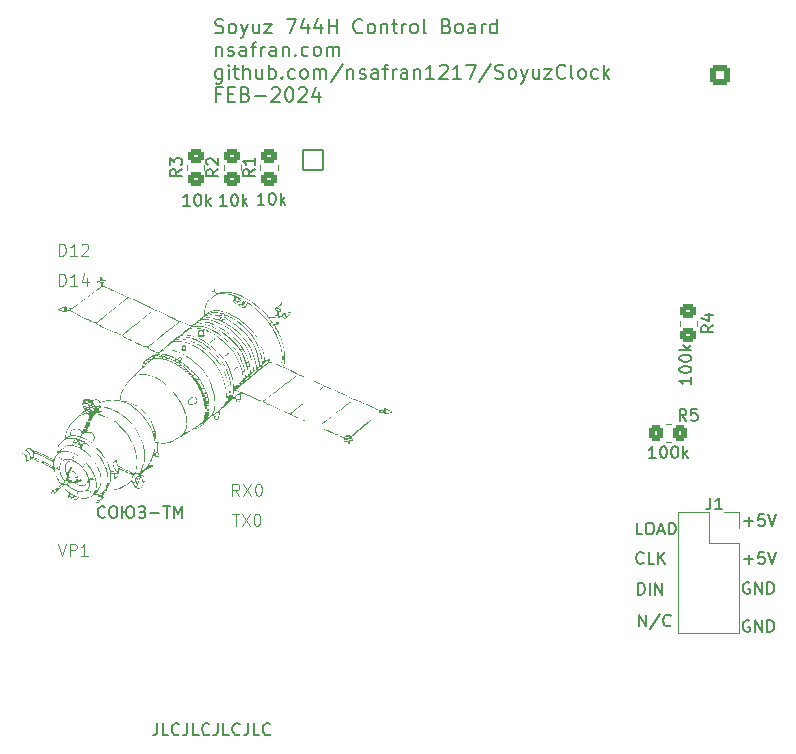
<source format=gto>
G04 #@! TF.GenerationSoftware,KiCad,Pcbnew,7.0.5*
G04 #@! TF.CreationDate,2024-02-16T17:16:27-05:00*
G04 #@! TF.ProjectId,SoyuzControlBoard,536f7975-7a43-46f6-9e74-726f6c426f61,rev?*
G04 #@! TF.SameCoordinates,Original*
G04 #@! TF.FileFunction,Legend,Top*
G04 #@! TF.FilePolarity,Positive*
%FSLAX46Y46*%
G04 Gerber Fmt 4.6, Leading zero omitted, Abs format (unit mm)*
G04 Created by KiCad (PCBNEW 7.0.5) date 2024-02-16 17:16:27*
%MOMM*%
%LPD*%
G01*
G04 APERTURE LIST*
G04 Aperture macros list*
%AMRoundRect*
0 Rectangle with rounded corners*
0 $1 Rounding radius*
0 $2 $3 $4 $5 $6 $7 $8 $9 X,Y pos of 4 corners*
0 Add a 4 corners polygon primitive as box body*
4,1,4,$2,$3,$4,$5,$6,$7,$8,$9,$2,$3,0*
0 Add four circle primitives for the rounded corners*
1,1,$1+$1,$2,$3*
1,1,$1+$1,$4,$5*
1,1,$1+$1,$6,$7*
1,1,$1+$1,$8,$9*
0 Add four rect primitives between the rounded corners*
20,1,$1+$1,$2,$3,$4,$5,0*
20,1,$1+$1,$4,$5,$6,$7,0*
20,1,$1+$1,$6,$7,$8,$9,0*
20,1,$1+$1,$8,$9,$2,$3,0*%
G04 Aperture macros list end*
%ADD10C,0.150000*%
%ADD11C,0.100000*%
%ADD12C,0.120000*%
%ADD13R,1.700000X1.700000*%
%ADD14O,1.700000X1.700000*%
%ADD15C,3.200000*%
%ADD16C,1.700000*%
%ADD17RoundRect,0.250000X0.450000X-0.350000X0.450000X0.350000X-0.450000X0.350000X-0.450000X-0.350000X0*%
%ADD18RoundRect,0.250000X-0.450000X0.350000X-0.450000X-0.350000X0.450000X-0.350000X0.450000X0.350000X0*%
%ADD19RoundRect,0.250000X-0.350000X-0.450000X0.350000X-0.450000X0.350000X0.450000X-0.350000X0.450000X0*%
%ADD20R,1.200000X1.200000*%
%ADD21C,1.200000*%
%ADD22RoundRect,0.250000X0.600000X0.600000X-0.600000X0.600000X-0.600000X-0.600000X0.600000X-0.600000X0*%
%ADD23RoundRect,0.102000X0.850000X0.850000X-0.850000X0.850000X-0.850000X-0.850000X0.850000X-0.850000X0*%
%ADD24C,1.904000*%
%ADD25R,1.600000X1.600000*%
%ADD26O,1.600000X1.600000*%
%ADD27R,1.700000X3.400000*%
%ADD28O,1.700000X3.400000*%
G04 APERTURE END LIST*
D10*
X79322493Y-85769819D02*
X79322493Y-86484104D01*
X79322493Y-86484104D02*
X79274874Y-86626961D01*
X79274874Y-86626961D02*
X79179636Y-86722200D01*
X79179636Y-86722200D02*
X79036779Y-86769819D01*
X79036779Y-86769819D02*
X78941541Y-86769819D01*
X80274874Y-86769819D02*
X79798684Y-86769819D01*
X79798684Y-86769819D02*
X79798684Y-85769819D01*
X81179636Y-86674580D02*
X81132017Y-86722200D01*
X81132017Y-86722200D02*
X80989160Y-86769819D01*
X80989160Y-86769819D02*
X80893922Y-86769819D01*
X80893922Y-86769819D02*
X80751065Y-86722200D01*
X80751065Y-86722200D02*
X80655827Y-86626961D01*
X80655827Y-86626961D02*
X80608208Y-86531723D01*
X80608208Y-86531723D02*
X80560589Y-86341247D01*
X80560589Y-86341247D02*
X80560589Y-86198390D01*
X80560589Y-86198390D02*
X80608208Y-86007914D01*
X80608208Y-86007914D02*
X80655827Y-85912676D01*
X80655827Y-85912676D02*
X80751065Y-85817438D01*
X80751065Y-85817438D02*
X80893922Y-85769819D01*
X80893922Y-85769819D02*
X80989160Y-85769819D01*
X80989160Y-85769819D02*
X81132017Y-85817438D01*
X81132017Y-85817438D02*
X81179636Y-85865057D01*
X81893922Y-85769819D02*
X81893922Y-86484104D01*
X81893922Y-86484104D02*
X81846303Y-86626961D01*
X81846303Y-86626961D02*
X81751065Y-86722200D01*
X81751065Y-86722200D02*
X81608208Y-86769819D01*
X81608208Y-86769819D02*
X81512970Y-86769819D01*
X82846303Y-86769819D02*
X82370113Y-86769819D01*
X82370113Y-86769819D02*
X82370113Y-85769819D01*
X83751065Y-86674580D02*
X83703446Y-86722200D01*
X83703446Y-86722200D02*
X83560589Y-86769819D01*
X83560589Y-86769819D02*
X83465351Y-86769819D01*
X83465351Y-86769819D02*
X83322494Y-86722200D01*
X83322494Y-86722200D02*
X83227256Y-86626961D01*
X83227256Y-86626961D02*
X83179637Y-86531723D01*
X83179637Y-86531723D02*
X83132018Y-86341247D01*
X83132018Y-86341247D02*
X83132018Y-86198390D01*
X83132018Y-86198390D02*
X83179637Y-86007914D01*
X83179637Y-86007914D02*
X83227256Y-85912676D01*
X83227256Y-85912676D02*
X83322494Y-85817438D01*
X83322494Y-85817438D02*
X83465351Y-85769819D01*
X83465351Y-85769819D02*
X83560589Y-85769819D01*
X83560589Y-85769819D02*
X83703446Y-85817438D01*
X83703446Y-85817438D02*
X83751065Y-85865057D01*
X84465351Y-85769819D02*
X84465351Y-86484104D01*
X84465351Y-86484104D02*
X84417732Y-86626961D01*
X84417732Y-86626961D02*
X84322494Y-86722200D01*
X84322494Y-86722200D02*
X84179637Y-86769819D01*
X84179637Y-86769819D02*
X84084399Y-86769819D01*
X85417732Y-86769819D02*
X84941542Y-86769819D01*
X84941542Y-86769819D02*
X84941542Y-85769819D01*
X86322494Y-86674580D02*
X86274875Y-86722200D01*
X86274875Y-86722200D02*
X86132018Y-86769819D01*
X86132018Y-86769819D02*
X86036780Y-86769819D01*
X86036780Y-86769819D02*
X85893923Y-86722200D01*
X85893923Y-86722200D02*
X85798685Y-86626961D01*
X85798685Y-86626961D02*
X85751066Y-86531723D01*
X85751066Y-86531723D02*
X85703447Y-86341247D01*
X85703447Y-86341247D02*
X85703447Y-86198390D01*
X85703447Y-86198390D02*
X85751066Y-86007914D01*
X85751066Y-86007914D02*
X85798685Y-85912676D01*
X85798685Y-85912676D02*
X85893923Y-85817438D01*
X85893923Y-85817438D02*
X86036780Y-85769819D01*
X86036780Y-85769819D02*
X86132018Y-85769819D01*
X86132018Y-85769819D02*
X86274875Y-85817438D01*
X86274875Y-85817438D02*
X86322494Y-85865057D01*
X87036780Y-85769819D02*
X87036780Y-86484104D01*
X87036780Y-86484104D02*
X86989161Y-86626961D01*
X86989161Y-86626961D02*
X86893923Y-86722200D01*
X86893923Y-86722200D02*
X86751066Y-86769819D01*
X86751066Y-86769819D02*
X86655828Y-86769819D01*
X87989161Y-86769819D02*
X87512971Y-86769819D01*
X87512971Y-86769819D02*
X87512971Y-85769819D01*
X88893923Y-86674580D02*
X88846304Y-86722200D01*
X88846304Y-86722200D02*
X88703447Y-86769819D01*
X88703447Y-86769819D02*
X88608209Y-86769819D01*
X88608209Y-86769819D02*
X88465352Y-86722200D01*
X88465352Y-86722200D02*
X88370114Y-86626961D01*
X88370114Y-86626961D02*
X88322495Y-86531723D01*
X88322495Y-86531723D02*
X88274876Y-86341247D01*
X88274876Y-86341247D02*
X88274876Y-86198390D01*
X88274876Y-86198390D02*
X88322495Y-86007914D01*
X88322495Y-86007914D02*
X88370114Y-85912676D01*
X88370114Y-85912676D02*
X88465352Y-85817438D01*
X88465352Y-85817438D02*
X88608209Y-85769819D01*
X88608209Y-85769819D02*
X88703447Y-85769819D01*
X88703447Y-85769819D02*
X88846304Y-85817438D01*
X88846304Y-85817438D02*
X88893923Y-85865057D01*
X84237255Y-27282200D02*
X84408684Y-27339342D01*
X84408684Y-27339342D02*
X84694398Y-27339342D01*
X84694398Y-27339342D02*
X84808684Y-27282200D01*
X84808684Y-27282200D02*
X84865826Y-27225057D01*
X84865826Y-27225057D02*
X84922969Y-27110771D01*
X84922969Y-27110771D02*
X84922969Y-26996485D01*
X84922969Y-26996485D02*
X84865826Y-26882200D01*
X84865826Y-26882200D02*
X84808684Y-26825057D01*
X84808684Y-26825057D02*
X84694398Y-26767914D01*
X84694398Y-26767914D02*
X84465826Y-26710771D01*
X84465826Y-26710771D02*
X84351541Y-26653628D01*
X84351541Y-26653628D02*
X84294398Y-26596485D01*
X84294398Y-26596485D02*
X84237255Y-26482200D01*
X84237255Y-26482200D02*
X84237255Y-26367914D01*
X84237255Y-26367914D02*
X84294398Y-26253628D01*
X84294398Y-26253628D02*
X84351541Y-26196485D01*
X84351541Y-26196485D02*
X84465826Y-26139342D01*
X84465826Y-26139342D02*
X84751541Y-26139342D01*
X84751541Y-26139342D02*
X84922969Y-26196485D01*
X85608683Y-27339342D02*
X85494398Y-27282200D01*
X85494398Y-27282200D02*
X85437255Y-27225057D01*
X85437255Y-27225057D02*
X85380112Y-27110771D01*
X85380112Y-27110771D02*
X85380112Y-26767914D01*
X85380112Y-26767914D02*
X85437255Y-26653628D01*
X85437255Y-26653628D02*
X85494398Y-26596485D01*
X85494398Y-26596485D02*
X85608683Y-26539342D01*
X85608683Y-26539342D02*
X85780112Y-26539342D01*
X85780112Y-26539342D02*
X85894398Y-26596485D01*
X85894398Y-26596485D02*
X85951541Y-26653628D01*
X85951541Y-26653628D02*
X86008683Y-26767914D01*
X86008683Y-26767914D02*
X86008683Y-27110771D01*
X86008683Y-27110771D02*
X85951541Y-27225057D01*
X85951541Y-27225057D02*
X85894398Y-27282200D01*
X85894398Y-27282200D02*
X85780112Y-27339342D01*
X85780112Y-27339342D02*
X85608683Y-27339342D01*
X86408683Y-26539342D02*
X86694397Y-27339342D01*
X86980112Y-26539342D02*
X86694397Y-27339342D01*
X86694397Y-27339342D02*
X86580112Y-27625057D01*
X86580112Y-27625057D02*
X86522969Y-27682200D01*
X86522969Y-27682200D02*
X86408683Y-27739342D01*
X87951541Y-26539342D02*
X87951541Y-27339342D01*
X87437255Y-26539342D02*
X87437255Y-27167914D01*
X87437255Y-27167914D02*
X87494398Y-27282200D01*
X87494398Y-27282200D02*
X87608683Y-27339342D01*
X87608683Y-27339342D02*
X87780112Y-27339342D01*
X87780112Y-27339342D02*
X87894398Y-27282200D01*
X87894398Y-27282200D02*
X87951541Y-27225057D01*
X88408683Y-26539342D02*
X89037255Y-26539342D01*
X89037255Y-26539342D02*
X88408683Y-27339342D01*
X88408683Y-27339342D02*
X89037255Y-27339342D01*
X90294398Y-26139342D02*
X91094398Y-26139342D01*
X91094398Y-26139342D02*
X90580112Y-27339342D01*
X92065827Y-26539342D02*
X92065827Y-27339342D01*
X91780112Y-26082200D02*
X91494398Y-26939342D01*
X91494398Y-26939342D02*
X92237255Y-26939342D01*
X93208684Y-26539342D02*
X93208684Y-27339342D01*
X92922969Y-26082200D02*
X92637255Y-26939342D01*
X92637255Y-26939342D02*
X93380112Y-26939342D01*
X93837255Y-27339342D02*
X93837255Y-26139342D01*
X93837255Y-26710771D02*
X94522969Y-26710771D01*
X94522969Y-27339342D02*
X94522969Y-26139342D01*
X96694398Y-27225057D02*
X96637255Y-27282200D01*
X96637255Y-27282200D02*
X96465827Y-27339342D01*
X96465827Y-27339342D02*
X96351541Y-27339342D01*
X96351541Y-27339342D02*
X96180112Y-27282200D01*
X96180112Y-27282200D02*
X96065827Y-27167914D01*
X96065827Y-27167914D02*
X96008684Y-27053628D01*
X96008684Y-27053628D02*
X95951541Y-26825057D01*
X95951541Y-26825057D02*
X95951541Y-26653628D01*
X95951541Y-26653628D02*
X96008684Y-26425057D01*
X96008684Y-26425057D02*
X96065827Y-26310771D01*
X96065827Y-26310771D02*
X96180112Y-26196485D01*
X96180112Y-26196485D02*
X96351541Y-26139342D01*
X96351541Y-26139342D02*
X96465827Y-26139342D01*
X96465827Y-26139342D02*
X96637255Y-26196485D01*
X96637255Y-26196485D02*
X96694398Y-26253628D01*
X97380112Y-27339342D02*
X97265827Y-27282200D01*
X97265827Y-27282200D02*
X97208684Y-27225057D01*
X97208684Y-27225057D02*
X97151541Y-27110771D01*
X97151541Y-27110771D02*
X97151541Y-26767914D01*
X97151541Y-26767914D02*
X97208684Y-26653628D01*
X97208684Y-26653628D02*
X97265827Y-26596485D01*
X97265827Y-26596485D02*
X97380112Y-26539342D01*
X97380112Y-26539342D02*
X97551541Y-26539342D01*
X97551541Y-26539342D02*
X97665827Y-26596485D01*
X97665827Y-26596485D02*
X97722970Y-26653628D01*
X97722970Y-26653628D02*
X97780112Y-26767914D01*
X97780112Y-26767914D02*
X97780112Y-27110771D01*
X97780112Y-27110771D02*
X97722970Y-27225057D01*
X97722970Y-27225057D02*
X97665827Y-27282200D01*
X97665827Y-27282200D02*
X97551541Y-27339342D01*
X97551541Y-27339342D02*
X97380112Y-27339342D01*
X98294398Y-26539342D02*
X98294398Y-27339342D01*
X98294398Y-26653628D02*
X98351541Y-26596485D01*
X98351541Y-26596485D02*
X98465826Y-26539342D01*
X98465826Y-26539342D02*
X98637255Y-26539342D01*
X98637255Y-26539342D02*
X98751541Y-26596485D01*
X98751541Y-26596485D02*
X98808684Y-26710771D01*
X98808684Y-26710771D02*
X98808684Y-27339342D01*
X99208683Y-26539342D02*
X99665826Y-26539342D01*
X99380112Y-26139342D02*
X99380112Y-27167914D01*
X99380112Y-27167914D02*
X99437255Y-27282200D01*
X99437255Y-27282200D02*
X99551540Y-27339342D01*
X99551540Y-27339342D02*
X99665826Y-27339342D01*
X100065826Y-27339342D02*
X100065826Y-26539342D01*
X100065826Y-26767914D02*
X100122969Y-26653628D01*
X100122969Y-26653628D02*
X100180112Y-26596485D01*
X100180112Y-26596485D02*
X100294397Y-26539342D01*
X100294397Y-26539342D02*
X100408683Y-26539342D01*
X100980111Y-27339342D02*
X100865826Y-27282200D01*
X100865826Y-27282200D02*
X100808683Y-27225057D01*
X100808683Y-27225057D02*
X100751540Y-27110771D01*
X100751540Y-27110771D02*
X100751540Y-26767914D01*
X100751540Y-26767914D02*
X100808683Y-26653628D01*
X100808683Y-26653628D02*
X100865826Y-26596485D01*
X100865826Y-26596485D02*
X100980111Y-26539342D01*
X100980111Y-26539342D02*
X101151540Y-26539342D01*
X101151540Y-26539342D02*
X101265826Y-26596485D01*
X101265826Y-26596485D02*
X101322969Y-26653628D01*
X101322969Y-26653628D02*
X101380111Y-26767914D01*
X101380111Y-26767914D02*
X101380111Y-27110771D01*
X101380111Y-27110771D02*
X101322969Y-27225057D01*
X101322969Y-27225057D02*
X101265826Y-27282200D01*
X101265826Y-27282200D02*
X101151540Y-27339342D01*
X101151540Y-27339342D02*
X100980111Y-27339342D01*
X102065825Y-27339342D02*
X101951540Y-27282200D01*
X101951540Y-27282200D02*
X101894397Y-27167914D01*
X101894397Y-27167914D02*
X101894397Y-26139342D01*
X103837254Y-26710771D02*
X104008682Y-26767914D01*
X104008682Y-26767914D02*
X104065825Y-26825057D01*
X104065825Y-26825057D02*
X104122968Y-26939342D01*
X104122968Y-26939342D02*
X104122968Y-27110771D01*
X104122968Y-27110771D02*
X104065825Y-27225057D01*
X104065825Y-27225057D02*
X104008682Y-27282200D01*
X104008682Y-27282200D02*
X103894397Y-27339342D01*
X103894397Y-27339342D02*
X103437254Y-27339342D01*
X103437254Y-27339342D02*
X103437254Y-26139342D01*
X103437254Y-26139342D02*
X103837254Y-26139342D01*
X103837254Y-26139342D02*
X103951540Y-26196485D01*
X103951540Y-26196485D02*
X104008682Y-26253628D01*
X104008682Y-26253628D02*
X104065825Y-26367914D01*
X104065825Y-26367914D02*
X104065825Y-26482200D01*
X104065825Y-26482200D02*
X104008682Y-26596485D01*
X104008682Y-26596485D02*
X103951540Y-26653628D01*
X103951540Y-26653628D02*
X103837254Y-26710771D01*
X103837254Y-26710771D02*
X103437254Y-26710771D01*
X104808682Y-27339342D02*
X104694397Y-27282200D01*
X104694397Y-27282200D02*
X104637254Y-27225057D01*
X104637254Y-27225057D02*
X104580111Y-27110771D01*
X104580111Y-27110771D02*
X104580111Y-26767914D01*
X104580111Y-26767914D02*
X104637254Y-26653628D01*
X104637254Y-26653628D02*
X104694397Y-26596485D01*
X104694397Y-26596485D02*
X104808682Y-26539342D01*
X104808682Y-26539342D02*
X104980111Y-26539342D01*
X104980111Y-26539342D02*
X105094397Y-26596485D01*
X105094397Y-26596485D02*
X105151540Y-26653628D01*
X105151540Y-26653628D02*
X105208682Y-26767914D01*
X105208682Y-26767914D02*
X105208682Y-27110771D01*
X105208682Y-27110771D02*
X105151540Y-27225057D01*
X105151540Y-27225057D02*
X105094397Y-27282200D01*
X105094397Y-27282200D02*
X104980111Y-27339342D01*
X104980111Y-27339342D02*
X104808682Y-27339342D01*
X106237254Y-27339342D02*
X106237254Y-26710771D01*
X106237254Y-26710771D02*
X106180111Y-26596485D01*
X106180111Y-26596485D02*
X106065825Y-26539342D01*
X106065825Y-26539342D02*
X105837254Y-26539342D01*
X105837254Y-26539342D02*
X105722968Y-26596485D01*
X106237254Y-27282200D02*
X106122968Y-27339342D01*
X106122968Y-27339342D02*
X105837254Y-27339342D01*
X105837254Y-27339342D02*
X105722968Y-27282200D01*
X105722968Y-27282200D02*
X105665825Y-27167914D01*
X105665825Y-27167914D02*
X105665825Y-27053628D01*
X105665825Y-27053628D02*
X105722968Y-26939342D01*
X105722968Y-26939342D02*
X105837254Y-26882200D01*
X105837254Y-26882200D02*
X106122968Y-26882200D01*
X106122968Y-26882200D02*
X106237254Y-26825057D01*
X106808682Y-27339342D02*
X106808682Y-26539342D01*
X106808682Y-26767914D02*
X106865825Y-26653628D01*
X106865825Y-26653628D02*
X106922968Y-26596485D01*
X106922968Y-26596485D02*
X107037253Y-26539342D01*
X107037253Y-26539342D02*
X107151539Y-26539342D01*
X108065825Y-27339342D02*
X108065825Y-26139342D01*
X108065825Y-27282200D02*
X107951539Y-27339342D01*
X107951539Y-27339342D02*
X107722967Y-27339342D01*
X107722967Y-27339342D02*
X107608682Y-27282200D01*
X107608682Y-27282200D02*
X107551539Y-27225057D01*
X107551539Y-27225057D02*
X107494396Y-27110771D01*
X107494396Y-27110771D02*
X107494396Y-26767914D01*
X107494396Y-26767914D02*
X107551539Y-26653628D01*
X107551539Y-26653628D02*
X107608682Y-26596485D01*
X107608682Y-26596485D02*
X107722967Y-26539342D01*
X107722967Y-26539342D02*
X107951539Y-26539342D01*
X107951539Y-26539342D02*
X108065825Y-26596485D01*
X84294398Y-28471342D02*
X84294398Y-29271342D01*
X84294398Y-28585628D02*
X84351541Y-28528485D01*
X84351541Y-28528485D02*
X84465826Y-28471342D01*
X84465826Y-28471342D02*
X84637255Y-28471342D01*
X84637255Y-28471342D02*
X84751541Y-28528485D01*
X84751541Y-28528485D02*
X84808684Y-28642771D01*
X84808684Y-28642771D02*
X84808684Y-29271342D01*
X85322969Y-29214200D02*
X85437255Y-29271342D01*
X85437255Y-29271342D02*
X85665826Y-29271342D01*
X85665826Y-29271342D02*
X85780112Y-29214200D01*
X85780112Y-29214200D02*
X85837255Y-29099914D01*
X85837255Y-29099914D02*
X85837255Y-29042771D01*
X85837255Y-29042771D02*
X85780112Y-28928485D01*
X85780112Y-28928485D02*
X85665826Y-28871342D01*
X85665826Y-28871342D02*
X85494398Y-28871342D01*
X85494398Y-28871342D02*
X85380112Y-28814200D01*
X85380112Y-28814200D02*
X85322969Y-28699914D01*
X85322969Y-28699914D02*
X85322969Y-28642771D01*
X85322969Y-28642771D02*
X85380112Y-28528485D01*
X85380112Y-28528485D02*
X85494398Y-28471342D01*
X85494398Y-28471342D02*
X85665826Y-28471342D01*
X85665826Y-28471342D02*
X85780112Y-28528485D01*
X86865827Y-29271342D02*
X86865827Y-28642771D01*
X86865827Y-28642771D02*
X86808684Y-28528485D01*
X86808684Y-28528485D02*
X86694398Y-28471342D01*
X86694398Y-28471342D02*
X86465827Y-28471342D01*
X86465827Y-28471342D02*
X86351541Y-28528485D01*
X86865827Y-29214200D02*
X86751541Y-29271342D01*
X86751541Y-29271342D02*
X86465827Y-29271342D01*
X86465827Y-29271342D02*
X86351541Y-29214200D01*
X86351541Y-29214200D02*
X86294398Y-29099914D01*
X86294398Y-29099914D02*
X86294398Y-28985628D01*
X86294398Y-28985628D02*
X86351541Y-28871342D01*
X86351541Y-28871342D02*
X86465827Y-28814200D01*
X86465827Y-28814200D02*
X86751541Y-28814200D01*
X86751541Y-28814200D02*
X86865827Y-28757057D01*
X87265826Y-28471342D02*
X87722969Y-28471342D01*
X87437255Y-29271342D02*
X87437255Y-28242771D01*
X87437255Y-28242771D02*
X87494398Y-28128485D01*
X87494398Y-28128485D02*
X87608683Y-28071342D01*
X87608683Y-28071342D02*
X87722969Y-28071342D01*
X88122969Y-29271342D02*
X88122969Y-28471342D01*
X88122969Y-28699914D02*
X88180112Y-28585628D01*
X88180112Y-28585628D02*
X88237255Y-28528485D01*
X88237255Y-28528485D02*
X88351540Y-28471342D01*
X88351540Y-28471342D02*
X88465826Y-28471342D01*
X89380112Y-29271342D02*
X89380112Y-28642771D01*
X89380112Y-28642771D02*
X89322969Y-28528485D01*
X89322969Y-28528485D02*
X89208683Y-28471342D01*
X89208683Y-28471342D02*
X88980112Y-28471342D01*
X88980112Y-28471342D02*
X88865826Y-28528485D01*
X89380112Y-29214200D02*
X89265826Y-29271342D01*
X89265826Y-29271342D02*
X88980112Y-29271342D01*
X88980112Y-29271342D02*
X88865826Y-29214200D01*
X88865826Y-29214200D02*
X88808683Y-29099914D01*
X88808683Y-29099914D02*
X88808683Y-28985628D01*
X88808683Y-28985628D02*
X88865826Y-28871342D01*
X88865826Y-28871342D02*
X88980112Y-28814200D01*
X88980112Y-28814200D02*
X89265826Y-28814200D01*
X89265826Y-28814200D02*
X89380112Y-28757057D01*
X89951540Y-28471342D02*
X89951540Y-29271342D01*
X89951540Y-28585628D02*
X90008683Y-28528485D01*
X90008683Y-28528485D02*
X90122968Y-28471342D01*
X90122968Y-28471342D02*
X90294397Y-28471342D01*
X90294397Y-28471342D02*
X90408683Y-28528485D01*
X90408683Y-28528485D02*
X90465826Y-28642771D01*
X90465826Y-28642771D02*
X90465826Y-29271342D01*
X91037254Y-29157057D02*
X91094397Y-29214200D01*
X91094397Y-29214200D02*
X91037254Y-29271342D01*
X91037254Y-29271342D02*
X90980111Y-29214200D01*
X90980111Y-29214200D02*
X91037254Y-29157057D01*
X91037254Y-29157057D02*
X91037254Y-29271342D01*
X92122969Y-29214200D02*
X92008683Y-29271342D01*
X92008683Y-29271342D02*
X91780111Y-29271342D01*
X91780111Y-29271342D02*
X91665826Y-29214200D01*
X91665826Y-29214200D02*
X91608683Y-29157057D01*
X91608683Y-29157057D02*
X91551540Y-29042771D01*
X91551540Y-29042771D02*
X91551540Y-28699914D01*
X91551540Y-28699914D02*
X91608683Y-28585628D01*
X91608683Y-28585628D02*
X91665826Y-28528485D01*
X91665826Y-28528485D02*
X91780111Y-28471342D01*
X91780111Y-28471342D02*
X92008683Y-28471342D01*
X92008683Y-28471342D02*
X92122969Y-28528485D01*
X92808682Y-29271342D02*
X92694397Y-29214200D01*
X92694397Y-29214200D02*
X92637254Y-29157057D01*
X92637254Y-29157057D02*
X92580111Y-29042771D01*
X92580111Y-29042771D02*
X92580111Y-28699914D01*
X92580111Y-28699914D02*
X92637254Y-28585628D01*
X92637254Y-28585628D02*
X92694397Y-28528485D01*
X92694397Y-28528485D02*
X92808682Y-28471342D01*
X92808682Y-28471342D02*
X92980111Y-28471342D01*
X92980111Y-28471342D02*
X93094397Y-28528485D01*
X93094397Y-28528485D02*
X93151540Y-28585628D01*
X93151540Y-28585628D02*
X93208682Y-28699914D01*
X93208682Y-28699914D02*
X93208682Y-29042771D01*
X93208682Y-29042771D02*
X93151540Y-29157057D01*
X93151540Y-29157057D02*
X93094397Y-29214200D01*
X93094397Y-29214200D02*
X92980111Y-29271342D01*
X92980111Y-29271342D02*
X92808682Y-29271342D01*
X93722968Y-29271342D02*
X93722968Y-28471342D01*
X93722968Y-28585628D02*
X93780111Y-28528485D01*
X93780111Y-28528485D02*
X93894396Y-28471342D01*
X93894396Y-28471342D02*
X94065825Y-28471342D01*
X94065825Y-28471342D02*
X94180111Y-28528485D01*
X94180111Y-28528485D02*
X94237254Y-28642771D01*
X94237254Y-28642771D02*
X94237254Y-29271342D01*
X94237254Y-28642771D02*
X94294396Y-28528485D01*
X94294396Y-28528485D02*
X94408682Y-28471342D01*
X94408682Y-28471342D02*
X94580111Y-28471342D01*
X94580111Y-28471342D02*
X94694396Y-28528485D01*
X94694396Y-28528485D02*
X94751539Y-28642771D01*
X94751539Y-28642771D02*
X94751539Y-29271342D01*
X84808684Y-30403342D02*
X84808684Y-31374771D01*
X84808684Y-31374771D02*
X84751541Y-31489057D01*
X84751541Y-31489057D02*
X84694398Y-31546200D01*
X84694398Y-31546200D02*
X84580112Y-31603342D01*
X84580112Y-31603342D02*
X84408684Y-31603342D01*
X84408684Y-31603342D02*
X84294398Y-31546200D01*
X84808684Y-31146200D02*
X84694398Y-31203342D01*
X84694398Y-31203342D02*
X84465826Y-31203342D01*
X84465826Y-31203342D02*
X84351541Y-31146200D01*
X84351541Y-31146200D02*
X84294398Y-31089057D01*
X84294398Y-31089057D02*
X84237255Y-30974771D01*
X84237255Y-30974771D02*
X84237255Y-30631914D01*
X84237255Y-30631914D02*
X84294398Y-30517628D01*
X84294398Y-30517628D02*
X84351541Y-30460485D01*
X84351541Y-30460485D02*
X84465826Y-30403342D01*
X84465826Y-30403342D02*
X84694398Y-30403342D01*
X84694398Y-30403342D02*
X84808684Y-30460485D01*
X85380112Y-31203342D02*
X85380112Y-30403342D01*
X85380112Y-30003342D02*
X85322969Y-30060485D01*
X85322969Y-30060485D02*
X85380112Y-30117628D01*
X85380112Y-30117628D02*
X85437255Y-30060485D01*
X85437255Y-30060485D02*
X85380112Y-30003342D01*
X85380112Y-30003342D02*
X85380112Y-30117628D01*
X85780112Y-30403342D02*
X86237255Y-30403342D01*
X85951541Y-30003342D02*
X85951541Y-31031914D01*
X85951541Y-31031914D02*
X86008684Y-31146200D01*
X86008684Y-31146200D02*
X86122969Y-31203342D01*
X86122969Y-31203342D02*
X86237255Y-31203342D01*
X86637255Y-31203342D02*
X86637255Y-30003342D01*
X87151541Y-31203342D02*
X87151541Y-30574771D01*
X87151541Y-30574771D02*
X87094398Y-30460485D01*
X87094398Y-30460485D02*
X86980112Y-30403342D01*
X86980112Y-30403342D02*
X86808683Y-30403342D01*
X86808683Y-30403342D02*
X86694398Y-30460485D01*
X86694398Y-30460485D02*
X86637255Y-30517628D01*
X88237255Y-30403342D02*
X88237255Y-31203342D01*
X87722969Y-30403342D02*
X87722969Y-31031914D01*
X87722969Y-31031914D02*
X87780112Y-31146200D01*
X87780112Y-31146200D02*
X87894397Y-31203342D01*
X87894397Y-31203342D02*
X88065826Y-31203342D01*
X88065826Y-31203342D02*
X88180112Y-31146200D01*
X88180112Y-31146200D02*
X88237255Y-31089057D01*
X88808683Y-31203342D02*
X88808683Y-30003342D01*
X88808683Y-30460485D02*
X88922969Y-30403342D01*
X88922969Y-30403342D02*
X89151540Y-30403342D01*
X89151540Y-30403342D02*
X89265826Y-30460485D01*
X89265826Y-30460485D02*
X89322969Y-30517628D01*
X89322969Y-30517628D02*
X89380111Y-30631914D01*
X89380111Y-30631914D02*
X89380111Y-30974771D01*
X89380111Y-30974771D02*
X89322969Y-31089057D01*
X89322969Y-31089057D02*
X89265826Y-31146200D01*
X89265826Y-31146200D02*
X89151540Y-31203342D01*
X89151540Y-31203342D02*
X88922969Y-31203342D01*
X88922969Y-31203342D02*
X88808683Y-31146200D01*
X89894397Y-31089057D02*
X89951540Y-31146200D01*
X89951540Y-31146200D02*
X89894397Y-31203342D01*
X89894397Y-31203342D02*
X89837254Y-31146200D01*
X89837254Y-31146200D02*
X89894397Y-31089057D01*
X89894397Y-31089057D02*
X89894397Y-31203342D01*
X90980112Y-31146200D02*
X90865826Y-31203342D01*
X90865826Y-31203342D02*
X90637254Y-31203342D01*
X90637254Y-31203342D02*
X90522969Y-31146200D01*
X90522969Y-31146200D02*
X90465826Y-31089057D01*
X90465826Y-31089057D02*
X90408683Y-30974771D01*
X90408683Y-30974771D02*
X90408683Y-30631914D01*
X90408683Y-30631914D02*
X90465826Y-30517628D01*
X90465826Y-30517628D02*
X90522969Y-30460485D01*
X90522969Y-30460485D02*
X90637254Y-30403342D01*
X90637254Y-30403342D02*
X90865826Y-30403342D01*
X90865826Y-30403342D02*
X90980112Y-30460485D01*
X91665825Y-31203342D02*
X91551540Y-31146200D01*
X91551540Y-31146200D02*
X91494397Y-31089057D01*
X91494397Y-31089057D02*
X91437254Y-30974771D01*
X91437254Y-30974771D02*
X91437254Y-30631914D01*
X91437254Y-30631914D02*
X91494397Y-30517628D01*
X91494397Y-30517628D02*
X91551540Y-30460485D01*
X91551540Y-30460485D02*
X91665825Y-30403342D01*
X91665825Y-30403342D02*
X91837254Y-30403342D01*
X91837254Y-30403342D02*
X91951540Y-30460485D01*
X91951540Y-30460485D02*
X92008683Y-30517628D01*
X92008683Y-30517628D02*
X92065825Y-30631914D01*
X92065825Y-30631914D02*
X92065825Y-30974771D01*
X92065825Y-30974771D02*
X92008683Y-31089057D01*
X92008683Y-31089057D02*
X91951540Y-31146200D01*
X91951540Y-31146200D02*
X91837254Y-31203342D01*
X91837254Y-31203342D02*
X91665825Y-31203342D01*
X92580111Y-31203342D02*
X92580111Y-30403342D01*
X92580111Y-30517628D02*
X92637254Y-30460485D01*
X92637254Y-30460485D02*
X92751539Y-30403342D01*
X92751539Y-30403342D02*
X92922968Y-30403342D01*
X92922968Y-30403342D02*
X93037254Y-30460485D01*
X93037254Y-30460485D02*
X93094397Y-30574771D01*
X93094397Y-30574771D02*
X93094397Y-31203342D01*
X93094397Y-30574771D02*
X93151539Y-30460485D01*
X93151539Y-30460485D02*
X93265825Y-30403342D01*
X93265825Y-30403342D02*
X93437254Y-30403342D01*
X93437254Y-30403342D02*
X93551539Y-30460485D01*
X93551539Y-30460485D02*
X93608682Y-30574771D01*
X93608682Y-30574771D02*
X93608682Y-31203342D01*
X95037254Y-29946200D02*
X94008682Y-31489057D01*
X95437254Y-30403342D02*
X95437254Y-31203342D01*
X95437254Y-30517628D02*
X95494397Y-30460485D01*
X95494397Y-30460485D02*
X95608682Y-30403342D01*
X95608682Y-30403342D02*
X95780111Y-30403342D01*
X95780111Y-30403342D02*
X95894397Y-30460485D01*
X95894397Y-30460485D02*
X95951540Y-30574771D01*
X95951540Y-30574771D02*
X95951540Y-31203342D01*
X96465825Y-31146200D02*
X96580111Y-31203342D01*
X96580111Y-31203342D02*
X96808682Y-31203342D01*
X96808682Y-31203342D02*
X96922968Y-31146200D01*
X96922968Y-31146200D02*
X96980111Y-31031914D01*
X96980111Y-31031914D02*
X96980111Y-30974771D01*
X96980111Y-30974771D02*
X96922968Y-30860485D01*
X96922968Y-30860485D02*
X96808682Y-30803342D01*
X96808682Y-30803342D02*
X96637254Y-30803342D01*
X96637254Y-30803342D02*
X96522968Y-30746200D01*
X96522968Y-30746200D02*
X96465825Y-30631914D01*
X96465825Y-30631914D02*
X96465825Y-30574771D01*
X96465825Y-30574771D02*
X96522968Y-30460485D01*
X96522968Y-30460485D02*
X96637254Y-30403342D01*
X96637254Y-30403342D02*
X96808682Y-30403342D01*
X96808682Y-30403342D02*
X96922968Y-30460485D01*
X98008683Y-31203342D02*
X98008683Y-30574771D01*
X98008683Y-30574771D02*
X97951540Y-30460485D01*
X97951540Y-30460485D02*
X97837254Y-30403342D01*
X97837254Y-30403342D02*
X97608683Y-30403342D01*
X97608683Y-30403342D02*
X97494397Y-30460485D01*
X98008683Y-31146200D02*
X97894397Y-31203342D01*
X97894397Y-31203342D02*
X97608683Y-31203342D01*
X97608683Y-31203342D02*
X97494397Y-31146200D01*
X97494397Y-31146200D02*
X97437254Y-31031914D01*
X97437254Y-31031914D02*
X97437254Y-30917628D01*
X97437254Y-30917628D02*
X97494397Y-30803342D01*
X97494397Y-30803342D02*
X97608683Y-30746200D01*
X97608683Y-30746200D02*
X97894397Y-30746200D01*
X97894397Y-30746200D02*
X98008683Y-30689057D01*
X98408682Y-30403342D02*
X98865825Y-30403342D01*
X98580111Y-31203342D02*
X98580111Y-30174771D01*
X98580111Y-30174771D02*
X98637254Y-30060485D01*
X98637254Y-30060485D02*
X98751539Y-30003342D01*
X98751539Y-30003342D02*
X98865825Y-30003342D01*
X99265825Y-31203342D02*
X99265825Y-30403342D01*
X99265825Y-30631914D02*
X99322968Y-30517628D01*
X99322968Y-30517628D02*
X99380111Y-30460485D01*
X99380111Y-30460485D02*
X99494396Y-30403342D01*
X99494396Y-30403342D02*
X99608682Y-30403342D01*
X100522968Y-31203342D02*
X100522968Y-30574771D01*
X100522968Y-30574771D02*
X100465825Y-30460485D01*
X100465825Y-30460485D02*
X100351539Y-30403342D01*
X100351539Y-30403342D02*
X100122968Y-30403342D01*
X100122968Y-30403342D02*
X100008682Y-30460485D01*
X100522968Y-31146200D02*
X100408682Y-31203342D01*
X100408682Y-31203342D02*
X100122968Y-31203342D01*
X100122968Y-31203342D02*
X100008682Y-31146200D01*
X100008682Y-31146200D02*
X99951539Y-31031914D01*
X99951539Y-31031914D02*
X99951539Y-30917628D01*
X99951539Y-30917628D02*
X100008682Y-30803342D01*
X100008682Y-30803342D02*
X100122968Y-30746200D01*
X100122968Y-30746200D02*
X100408682Y-30746200D01*
X100408682Y-30746200D02*
X100522968Y-30689057D01*
X101094396Y-30403342D02*
X101094396Y-31203342D01*
X101094396Y-30517628D02*
X101151539Y-30460485D01*
X101151539Y-30460485D02*
X101265824Y-30403342D01*
X101265824Y-30403342D02*
X101437253Y-30403342D01*
X101437253Y-30403342D02*
X101551539Y-30460485D01*
X101551539Y-30460485D02*
X101608682Y-30574771D01*
X101608682Y-30574771D02*
X101608682Y-31203342D01*
X102808681Y-31203342D02*
X102122967Y-31203342D01*
X102465824Y-31203342D02*
X102465824Y-30003342D01*
X102465824Y-30003342D02*
X102351538Y-30174771D01*
X102351538Y-30174771D02*
X102237253Y-30289057D01*
X102237253Y-30289057D02*
X102122967Y-30346200D01*
X103265824Y-30117628D02*
X103322967Y-30060485D01*
X103322967Y-30060485D02*
X103437253Y-30003342D01*
X103437253Y-30003342D02*
X103722967Y-30003342D01*
X103722967Y-30003342D02*
X103837253Y-30060485D01*
X103837253Y-30060485D02*
X103894395Y-30117628D01*
X103894395Y-30117628D02*
X103951538Y-30231914D01*
X103951538Y-30231914D02*
X103951538Y-30346200D01*
X103951538Y-30346200D02*
X103894395Y-30517628D01*
X103894395Y-30517628D02*
X103208681Y-31203342D01*
X103208681Y-31203342D02*
X103951538Y-31203342D01*
X105094395Y-31203342D02*
X104408681Y-31203342D01*
X104751538Y-31203342D02*
X104751538Y-30003342D01*
X104751538Y-30003342D02*
X104637252Y-30174771D01*
X104637252Y-30174771D02*
X104522967Y-30289057D01*
X104522967Y-30289057D02*
X104408681Y-30346200D01*
X105494395Y-30003342D02*
X106294395Y-30003342D01*
X106294395Y-30003342D02*
X105780109Y-31203342D01*
X107608681Y-29946200D02*
X106580109Y-31489057D01*
X107951538Y-31146200D02*
X108122967Y-31203342D01*
X108122967Y-31203342D02*
X108408681Y-31203342D01*
X108408681Y-31203342D02*
X108522967Y-31146200D01*
X108522967Y-31146200D02*
X108580109Y-31089057D01*
X108580109Y-31089057D02*
X108637252Y-30974771D01*
X108637252Y-30974771D02*
X108637252Y-30860485D01*
X108637252Y-30860485D02*
X108580109Y-30746200D01*
X108580109Y-30746200D02*
X108522967Y-30689057D01*
X108522967Y-30689057D02*
X108408681Y-30631914D01*
X108408681Y-30631914D02*
X108180109Y-30574771D01*
X108180109Y-30574771D02*
X108065824Y-30517628D01*
X108065824Y-30517628D02*
X108008681Y-30460485D01*
X108008681Y-30460485D02*
X107951538Y-30346200D01*
X107951538Y-30346200D02*
X107951538Y-30231914D01*
X107951538Y-30231914D02*
X108008681Y-30117628D01*
X108008681Y-30117628D02*
X108065824Y-30060485D01*
X108065824Y-30060485D02*
X108180109Y-30003342D01*
X108180109Y-30003342D02*
X108465824Y-30003342D01*
X108465824Y-30003342D02*
X108637252Y-30060485D01*
X109322966Y-31203342D02*
X109208681Y-31146200D01*
X109208681Y-31146200D02*
X109151538Y-31089057D01*
X109151538Y-31089057D02*
X109094395Y-30974771D01*
X109094395Y-30974771D02*
X109094395Y-30631914D01*
X109094395Y-30631914D02*
X109151538Y-30517628D01*
X109151538Y-30517628D02*
X109208681Y-30460485D01*
X109208681Y-30460485D02*
X109322966Y-30403342D01*
X109322966Y-30403342D02*
X109494395Y-30403342D01*
X109494395Y-30403342D02*
X109608681Y-30460485D01*
X109608681Y-30460485D02*
X109665824Y-30517628D01*
X109665824Y-30517628D02*
X109722966Y-30631914D01*
X109722966Y-30631914D02*
X109722966Y-30974771D01*
X109722966Y-30974771D02*
X109665824Y-31089057D01*
X109665824Y-31089057D02*
X109608681Y-31146200D01*
X109608681Y-31146200D02*
X109494395Y-31203342D01*
X109494395Y-31203342D02*
X109322966Y-31203342D01*
X110122966Y-30403342D02*
X110408680Y-31203342D01*
X110694395Y-30403342D02*
X110408680Y-31203342D01*
X110408680Y-31203342D02*
X110294395Y-31489057D01*
X110294395Y-31489057D02*
X110237252Y-31546200D01*
X110237252Y-31546200D02*
X110122966Y-31603342D01*
X111665824Y-30403342D02*
X111665824Y-31203342D01*
X111151538Y-30403342D02*
X111151538Y-31031914D01*
X111151538Y-31031914D02*
X111208681Y-31146200D01*
X111208681Y-31146200D02*
X111322966Y-31203342D01*
X111322966Y-31203342D02*
X111494395Y-31203342D01*
X111494395Y-31203342D02*
X111608681Y-31146200D01*
X111608681Y-31146200D02*
X111665824Y-31089057D01*
X112122966Y-30403342D02*
X112751538Y-30403342D01*
X112751538Y-30403342D02*
X112122966Y-31203342D01*
X112122966Y-31203342D02*
X112751538Y-31203342D01*
X113894395Y-31089057D02*
X113837252Y-31146200D01*
X113837252Y-31146200D02*
X113665824Y-31203342D01*
X113665824Y-31203342D02*
X113551538Y-31203342D01*
X113551538Y-31203342D02*
X113380109Y-31146200D01*
X113380109Y-31146200D02*
X113265824Y-31031914D01*
X113265824Y-31031914D02*
X113208681Y-30917628D01*
X113208681Y-30917628D02*
X113151538Y-30689057D01*
X113151538Y-30689057D02*
X113151538Y-30517628D01*
X113151538Y-30517628D02*
X113208681Y-30289057D01*
X113208681Y-30289057D02*
X113265824Y-30174771D01*
X113265824Y-30174771D02*
X113380109Y-30060485D01*
X113380109Y-30060485D02*
X113551538Y-30003342D01*
X113551538Y-30003342D02*
X113665824Y-30003342D01*
X113665824Y-30003342D02*
X113837252Y-30060485D01*
X113837252Y-30060485D02*
X113894395Y-30117628D01*
X114580109Y-31203342D02*
X114465824Y-31146200D01*
X114465824Y-31146200D02*
X114408681Y-31031914D01*
X114408681Y-31031914D02*
X114408681Y-30003342D01*
X115208680Y-31203342D02*
X115094395Y-31146200D01*
X115094395Y-31146200D02*
X115037252Y-31089057D01*
X115037252Y-31089057D02*
X114980109Y-30974771D01*
X114980109Y-30974771D02*
X114980109Y-30631914D01*
X114980109Y-30631914D02*
X115037252Y-30517628D01*
X115037252Y-30517628D02*
X115094395Y-30460485D01*
X115094395Y-30460485D02*
X115208680Y-30403342D01*
X115208680Y-30403342D02*
X115380109Y-30403342D01*
X115380109Y-30403342D02*
X115494395Y-30460485D01*
X115494395Y-30460485D02*
X115551538Y-30517628D01*
X115551538Y-30517628D02*
X115608680Y-30631914D01*
X115608680Y-30631914D02*
X115608680Y-30974771D01*
X115608680Y-30974771D02*
X115551538Y-31089057D01*
X115551538Y-31089057D02*
X115494395Y-31146200D01*
X115494395Y-31146200D02*
X115380109Y-31203342D01*
X115380109Y-31203342D02*
X115208680Y-31203342D01*
X116637252Y-31146200D02*
X116522966Y-31203342D01*
X116522966Y-31203342D02*
X116294394Y-31203342D01*
X116294394Y-31203342D02*
X116180109Y-31146200D01*
X116180109Y-31146200D02*
X116122966Y-31089057D01*
X116122966Y-31089057D02*
X116065823Y-30974771D01*
X116065823Y-30974771D02*
X116065823Y-30631914D01*
X116065823Y-30631914D02*
X116122966Y-30517628D01*
X116122966Y-30517628D02*
X116180109Y-30460485D01*
X116180109Y-30460485D02*
X116294394Y-30403342D01*
X116294394Y-30403342D02*
X116522966Y-30403342D01*
X116522966Y-30403342D02*
X116637252Y-30460485D01*
X117151537Y-31203342D02*
X117151537Y-30003342D01*
X117265823Y-30746200D02*
X117608680Y-31203342D01*
X117608680Y-30403342D02*
X117151537Y-30860485D01*
X84694398Y-32506771D02*
X84294398Y-32506771D01*
X84294398Y-33135342D02*
X84294398Y-31935342D01*
X84294398Y-31935342D02*
X84865826Y-31935342D01*
X85322969Y-32506771D02*
X85722969Y-32506771D01*
X85894397Y-33135342D02*
X85322969Y-33135342D01*
X85322969Y-33135342D02*
X85322969Y-31935342D01*
X85322969Y-31935342D02*
X85894397Y-31935342D01*
X86808683Y-32506771D02*
X86980111Y-32563914D01*
X86980111Y-32563914D02*
X87037254Y-32621057D01*
X87037254Y-32621057D02*
X87094397Y-32735342D01*
X87094397Y-32735342D02*
X87094397Y-32906771D01*
X87094397Y-32906771D02*
X87037254Y-33021057D01*
X87037254Y-33021057D02*
X86980111Y-33078200D01*
X86980111Y-33078200D02*
X86865826Y-33135342D01*
X86865826Y-33135342D02*
X86408683Y-33135342D01*
X86408683Y-33135342D02*
X86408683Y-31935342D01*
X86408683Y-31935342D02*
X86808683Y-31935342D01*
X86808683Y-31935342D02*
X86922969Y-31992485D01*
X86922969Y-31992485D02*
X86980111Y-32049628D01*
X86980111Y-32049628D02*
X87037254Y-32163914D01*
X87037254Y-32163914D02*
X87037254Y-32278200D01*
X87037254Y-32278200D02*
X86980111Y-32392485D01*
X86980111Y-32392485D02*
X86922969Y-32449628D01*
X86922969Y-32449628D02*
X86808683Y-32506771D01*
X86808683Y-32506771D02*
X86408683Y-32506771D01*
X87608683Y-32678200D02*
X88522969Y-32678200D01*
X89037254Y-32049628D02*
X89094397Y-31992485D01*
X89094397Y-31992485D02*
X89208683Y-31935342D01*
X89208683Y-31935342D02*
X89494397Y-31935342D01*
X89494397Y-31935342D02*
X89608683Y-31992485D01*
X89608683Y-31992485D02*
X89665825Y-32049628D01*
X89665825Y-32049628D02*
X89722968Y-32163914D01*
X89722968Y-32163914D02*
X89722968Y-32278200D01*
X89722968Y-32278200D02*
X89665825Y-32449628D01*
X89665825Y-32449628D02*
X88980111Y-33135342D01*
X88980111Y-33135342D02*
X89722968Y-33135342D01*
X90465825Y-31935342D02*
X90580111Y-31935342D01*
X90580111Y-31935342D02*
X90694397Y-31992485D01*
X90694397Y-31992485D02*
X90751540Y-32049628D01*
X90751540Y-32049628D02*
X90808682Y-32163914D01*
X90808682Y-32163914D02*
X90865825Y-32392485D01*
X90865825Y-32392485D02*
X90865825Y-32678200D01*
X90865825Y-32678200D02*
X90808682Y-32906771D01*
X90808682Y-32906771D02*
X90751540Y-33021057D01*
X90751540Y-33021057D02*
X90694397Y-33078200D01*
X90694397Y-33078200D02*
X90580111Y-33135342D01*
X90580111Y-33135342D02*
X90465825Y-33135342D01*
X90465825Y-33135342D02*
X90351540Y-33078200D01*
X90351540Y-33078200D02*
X90294397Y-33021057D01*
X90294397Y-33021057D02*
X90237254Y-32906771D01*
X90237254Y-32906771D02*
X90180111Y-32678200D01*
X90180111Y-32678200D02*
X90180111Y-32392485D01*
X90180111Y-32392485D02*
X90237254Y-32163914D01*
X90237254Y-32163914D02*
X90294397Y-32049628D01*
X90294397Y-32049628D02*
X90351540Y-31992485D01*
X90351540Y-31992485D02*
X90465825Y-31935342D01*
X91322968Y-32049628D02*
X91380111Y-31992485D01*
X91380111Y-31992485D02*
X91494397Y-31935342D01*
X91494397Y-31935342D02*
X91780111Y-31935342D01*
X91780111Y-31935342D02*
X91894397Y-31992485D01*
X91894397Y-31992485D02*
X91951539Y-32049628D01*
X91951539Y-32049628D02*
X92008682Y-32163914D01*
X92008682Y-32163914D02*
X92008682Y-32278200D01*
X92008682Y-32278200D02*
X91951539Y-32449628D01*
X91951539Y-32449628D02*
X91265825Y-33135342D01*
X91265825Y-33135342D02*
X92008682Y-33135342D01*
X93037254Y-32335342D02*
X93037254Y-33135342D01*
X92751539Y-31878200D02*
X92465825Y-32735342D01*
X92465825Y-32735342D02*
X93208682Y-32735342D01*
X120036779Y-74869819D02*
X120036779Y-73869819D01*
X120036779Y-73869819D02*
X120274874Y-73869819D01*
X120274874Y-73869819D02*
X120417731Y-73917438D01*
X120417731Y-73917438D02*
X120512969Y-74012676D01*
X120512969Y-74012676D02*
X120560588Y-74107914D01*
X120560588Y-74107914D02*
X120608207Y-74298390D01*
X120608207Y-74298390D02*
X120608207Y-74441247D01*
X120608207Y-74441247D02*
X120560588Y-74631723D01*
X120560588Y-74631723D02*
X120512969Y-74726961D01*
X120512969Y-74726961D02*
X120417731Y-74822200D01*
X120417731Y-74822200D02*
X120274874Y-74869819D01*
X120274874Y-74869819D02*
X120036779Y-74869819D01*
X121036779Y-74869819D02*
X121036779Y-73869819D01*
X121512969Y-74869819D02*
X121512969Y-73869819D01*
X121512969Y-73869819D02*
X122084397Y-74869819D01*
X122084397Y-74869819D02*
X122084397Y-73869819D01*
X129036779Y-68668866D02*
X129798684Y-68668866D01*
X129417731Y-69049819D02*
X129417731Y-68287914D01*
X130751064Y-68049819D02*
X130274874Y-68049819D01*
X130274874Y-68049819D02*
X130227255Y-68526009D01*
X130227255Y-68526009D02*
X130274874Y-68478390D01*
X130274874Y-68478390D02*
X130370112Y-68430771D01*
X130370112Y-68430771D02*
X130608207Y-68430771D01*
X130608207Y-68430771D02*
X130703445Y-68478390D01*
X130703445Y-68478390D02*
X130751064Y-68526009D01*
X130751064Y-68526009D02*
X130798683Y-68621247D01*
X130798683Y-68621247D02*
X130798683Y-68859342D01*
X130798683Y-68859342D02*
X130751064Y-68954580D01*
X130751064Y-68954580D02*
X130703445Y-69002200D01*
X130703445Y-69002200D02*
X130608207Y-69049819D01*
X130608207Y-69049819D02*
X130370112Y-69049819D01*
X130370112Y-69049819D02*
X130274874Y-69002200D01*
X130274874Y-69002200D02*
X130227255Y-68954580D01*
X131084398Y-68049819D02*
X131417731Y-69049819D01*
X131417731Y-69049819D02*
X131751064Y-68049819D01*
X129036779Y-71888866D02*
X129798684Y-71888866D01*
X129417731Y-72269819D02*
X129417731Y-71507914D01*
X130751064Y-71269819D02*
X130274874Y-71269819D01*
X130274874Y-71269819D02*
X130227255Y-71746009D01*
X130227255Y-71746009D02*
X130274874Y-71698390D01*
X130274874Y-71698390D02*
X130370112Y-71650771D01*
X130370112Y-71650771D02*
X130608207Y-71650771D01*
X130608207Y-71650771D02*
X130703445Y-71698390D01*
X130703445Y-71698390D02*
X130751064Y-71746009D01*
X130751064Y-71746009D02*
X130798683Y-71841247D01*
X130798683Y-71841247D02*
X130798683Y-72079342D01*
X130798683Y-72079342D02*
X130751064Y-72174580D01*
X130751064Y-72174580D02*
X130703445Y-72222200D01*
X130703445Y-72222200D02*
X130608207Y-72269819D01*
X130608207Y-72269819D02*
X130370112Y-72269819D01*
X130370112Y-72269819D02*
X130274874Y-72222200D01*
X130274874Y-72222200D02*
X130227255Y-72174580D01*
X131084398Y-71269819D02*
X131417731Y-72269819D01*
X131417731Y-72269819D02*
X131751064Y-71269819D01*
X120136779Y-77569819D02*
X120136779Y-76569819D01*
X120136779Y-76569819D02*
X120708207Y-77569819D01*
X120708207Y-77569819D02*
X120708207Y-76569819D01*
X121898683Y-76522200D02*
X121041541Y-77807914D01*
X122803445Y-77474580D02*
X122755826Y-77522200D01*
X122755826Y-77522200D02*
X122612969Y-77569819D01*
X122612969Y-77569819D02*
X122517731Y-77569819D01*
X122517731Y-77569819D02*
X122374874Y-77522200D01*
X122374874Y-77522200D02*
X122279636Y-77426961D01*
X122279636Y-77426961D02*
X122232017Y-77331723D01*
X122232017Y-77331723D02*
X122184398Y-77141247D01*
X122184398Y-77141247D02*
X122184398Y-76998390D01*
X122184398Y-76998390D02*
X122232017Y-76807914D01*
X122232017Y-76807914D02*
X122279636Y-76712676D01*
X122279636Y-76712676D02*
X122374874Y-76617438D01*
X122374874Y-76617438D02*
X122517731Y-76569819D01*
X122517731Y-76569819D02*
X122612969Y-76569819D01*
X122612969Y-76569819D02*
X122755826Y-76617438D01*
X122755826Y-76617438D02*
X122803445Y-76665057D01*
X120412969Y-69769819D02*
X119936779Y-69769819D01*
X119936779Y-69769819D02*
X119936779Y-68769819D01*
X120936779Y-68769819D02*
X121127255Y-68769819D01*
X121127255Y-68769819D02*
X121222493Y-68817438D01*
X121222493Y-68817438D02*
X121317731Y-68912676D01*
X121317731Y-68912676D02*
X121365350Y-69103152D01*
X121365350Y-69103152D02*
X121365350Y-69436485D01*
X121365350Y-69436485D02*
X121317731Y-69626961D01*
X121317731Y-69626961D02*
X121222493Y-69722200D01*
X121222493Y-69722200D02*
X121127255Y-69769819D01*
X121127255Y-69769819D02*
X120936779Y-69769819D01*
X120936779Y-69769819D02*
X120841541Y-69722200D01*
X120841541Y-69722200D02*
X120746303Y-69626961D01*
X120746303Y-69626961D02*
X120698684Y-69436485D01*
X120698684Y-69436485D02*
X120698684Y-69103152D01*
X120698684Y-69103152D02*
X120746303Y-68912676D01*
X120746303Y-68912676D02*
X120841541Y-68817438D01*
X120841541Y-68817438D02*
X120936779Y-68769819D01*
X121746303Y-69484104D02*
X122222493Y-69484104D01*
X121651065Y-69769819D02*
X121984398Y-68769819D01*
X121984398Y-68769819D02*
X122317731Y-69769819D01*
X122651065Y-69769819D02*
X122651065Y-68769819D01*
X122651065Y-68769819D02*
X122889160Y-68769819D01*
X122889160Y-68769819D02*
X123032017Y-68817438D01*
X123032017Y-68817438D02*
X123127255Y-68912676D01*
X123127255Y-68912676D02*
X123174874Y-69007914D01*
X123174874Y-69007914D02*
X123222493Y-69198390D01*
X123222493Y-69198390D02*
X123222493Y-69341247D01*
X123222493Y-69341247D02*
X123174874Y-69531723D01*
X123174874Y-69531723D02*
X123127255Y-69626961D01*
X123127255Y-69626961D02*
X123032017Y-69722200D01*
X123032017Y-69722200D02*
X122889160Y-69769819D01*
X122889160Y-69769819D02*
X122651065Y-69769819D01*
X74908207Y-68274580D02*
X74860588Y-68322200D01*
X74860588Y-68322200D02*
X74717731Y-68369819D01*
X74717731Y-68369819D02*
X74622493Y-68369819D01*
X74622493Y-68369819D02*
X74479636Y-68322200D01*
X74479636Y-68322200D02*
X74384398Y-68226961D01*
X74384398Y-68226961D02*
X74336779Y-68131723D01*
X74336779Y-68131723D02*
X74289160Y-67941247D01*
X74289160Y-67941247D02*
X74289160Y-67798390D01*
X74289160Y-67798390D02*
X74336779Y-67607914D01*
X74336779Y-67607914D02*
X74384398Y-67512676D01*
X74384398Y-67512676D02*
X74479636Y-67417438D01*
X74479636Y-67417438D02*
X74622493Y-67369819D01*
X74622493Y-67369819D02*
X74717731Y-67369819D01*
X74717731Y-67369819D02*
X74860588Y-67417438D01*
X74860588Y-67417438D02*
X74908207Y-67465057D01*
X75527255Y-67369819D02*
X75717731Y-67369819D01*
X75717731Y-67369819D02*
X75812969Y-67417438D01*
X75812969Y-67417438D02*
X75908207Y-67512676D01*
X75908207Y-67512676D02*
X75955826Y-67703152D01*
X75955826Y-67703152D02*
X75955826Y-68036485D01*
X75955826Y-68036485D02*
X75908207Y-68226961D01*
X75908207Y-68226961D02*
X75812969Y-68322200D01*
X75812969Y-68322200D02*
X75717731Y-68369819D01*
X75717731Y-68369819D02*
X75527255Y-68369819D01*
X75527255Y-68369819D02*
X75432017Y-68322200D01*
X75432017Y-68322200D02*
X75336779Y-68226961D01*
X75336779Y-68226961D02*
X75289160Y-68036485D01*
X75289160Y-68036485D02*
X75289160Y-67703152D01*
X75289160Y-67703152D02*
X75336779Y-67512676D01*
X75336779Y-67512676D02*
X75432017Y-67417438D01*
X75432017Y-67417438D02*
X75527255Y-67369819D01*
X76384398Y-67369819D02*
X76384398Y-68369819D01*
X76717731Y-67846009D02*
X76384398Y-67846009D01*
X76955826Y-67369819D02*
X77146303Y-67369819D01*
X77146303Y-67369819D02*
X77241541Y-67417438D01*
X77241541Y-67417438D02*
X77336779Y-67512676D01*
X77336779Y-67512676D02*
X77384398Y-67703152D01*
X77384398Y-67703152D02*
X77384398Y-68036485D01*
X77384398Y-68036485D02*
X77336779Y-68226961D01*
X77336779Y-68226961D02*
X77241541Y-68322200D01*
X77241541Y-68322200D02*
X77146303Y-68369819D01*
X77146303Y-68369819D02*
X76955826Y-68369819D01*
X76955826Y-68369819D02*
X76860588Y-68322200D01*
X76860588Y-68322200D02*
X76765350Y-68226961D01*
X76765350Y-68226961D02*
X76717731Y-68036485D01*
X76717731Y-68036485D02*
X76717731Y-67703152D01*
X76717731Y-67703152D02*
X76765350Y-67512676D01*
X76765350Y-67512676D02*
X76860588Y-67417438D01*
X76860588Y-67417438D02*
X76955826Y-67369819D01*
X77908207Y-67846009D02*
X78098683Y-67846009D01*
X77765350Y-67417438D02*
X77860588Y-67369819D01*
X77860588Y-67369819D02*
X78098683Y-67369819D01*
X78098683Y-67369819D02*
X78193921Y-67417438D01*
X78193921Y-67417438D02*
X78241540Y-67465057D01*
X78241540Y-67465057D02*
X78289159Y-67560295D01*
X78289159Y-67560295D02*
X78289159Y-67655533D01*
X78289159Y-67655533D02*
X78241540Y-67750771D01*
X78241540Y-67750771D02*
X78193921Y-67798390D01*
X78193921Y-67798390D02*
X78098683Y-67846009D01*
X78098683Y-67846009D02*
X78241540Y-67893628D01*
X78241540Y-67893628D02*
X78289159Y-67941247D01*
X78289159Y-67941247D02*
X78336778Y-68036485D01*
X78336778Y-68036485D02*
X78336778Y-68179342D01*
X78336778Y-68179342D02*
X78289159Y-68274580D01*
X78289159Y-68274580D02*
X78241540Y-68322200D01*
X78241540Y-68322200D02*
X78146302Y-68369819D01*
X78146302Y-68369819D02*
X77860588Y-68369819D01*
X77860588Y-68369819D02*
X77765350Y-68322200D01*
X78765350Y-67988866D02*
X79527255Y-67988866D01*
X79860588Y-67369819D02*
X80432016Y-67369819D01*
X80146302Y-68369819D02*
X80146302Y-67369819D01*
X80765350Y-68369819D02*
X80765350Y-67369819D01*
X80765350Y-67369819D02*
X81098683Y-68084104D01*
X81098683Y-68084104D02*
X81432016Y-67369819D01*
X81432016Y-67369819D02*
X81432016Y-68369819D01*
X129480588Y-73847438D02*
X129385350Y-73799819D01*
X129385350Y-73799819D02*
X129242493Y-73799819D01*
X129242493Y-73799819D02*
X129099636Y-73847438D01*
X129099636Y-73847438D02*
X129004398Y-73942676D01*
X129004398Y-73942676D02*
X128956779Y-74037914D01*
X128956779Y-74037914D02*
X128909160Y-74228390D01*
X128909160Y-74228390D02*
X128909160Y-74371247D01*
X128909160Y-74371247D02*
X128956779Y-74561723D01*
X128956779Y-74561723D02*
X129004398Y-74656961D01*
X129004398Y-74656961D02*
X129099636Y-74752200D01*
X129099636Y-74752200D02*
X129242493Y-74799819D01*
X129242493Y-74799819D02*
X129337731Y-74799819D01*
X129337731Y-74799819D02*
X129480588Y-74752200D01*
X129480588Y-74752200D02*
X129528207Y-74704580D01*
X129528207Y-74704580D02*
X129528207Y-74371247D01*
X129528207Y-74371247D02*
X129337731Y-74371247D01*
X129956779Y-74799819D02*
X129956779Y-73799819D01*
X129956779Y-73799819D02*
X130528207Y-74799819D01*
X130528207Y-74799819D02*
X130528207Y-73799819D01*
X131004398Y-74799819D02*
X131004398Y-73799819D01*
X131004398Y-73799819D02*
X131242493Y-73799819D01*
X131242493Y-73799819D02*
X131385350Y-73847438D01*
X131385350Y-73847438D02*
X131480588Y-73942676D01*
X131480588Y-73942676D02*
X131528207Y-74037914D01*
X131528207Y-74037914D02*
X131575826Y-74228390D01*
X131575826Y-74228390D02*
X131575826Y-74371247D01*
X131575826Y-74371247D02*
X131528207Y-74561723D01*
X131528207Y-74561723D02*
X131480588Y-74656961D01*
X131480588Y-74656961D02*
X131385350Y-74752200D01*
X131385350Y-74752200D02*
X131242493Y-74799819D01*
X131242493Y-74799819D02*
X131004398Y-74799819D01*
X129480588Y-77067438D02*
X129385350Y-77019819D01*
X129385350Y-77019819D02*
X129242493Y-77019819D01*
X129242493Y-77019819D02*
X129099636Y-77067438D01*
X129099636Y-77067438D02*
X129004398Y-77162676D01*
X129004398Y-77162676D02*
X128956779Y-77257914D01*
X128956779Y-77257914D02*
X128909160Y-77448390D01*
X128909160Y-77448390D02*
X128909160Y-77591247D01*
X128909160Y-77591247D02*
X128956779Y-77781723D01*
X128956779Y-77781723D02*
X129004398Y-77876961D01*
X129004398Y-77876961D02*
X129099636Y-77972200D01*
X129099636Y-77972200D02*
X129242493Y-78019819D01*
X129242493Y-78019819D02*
X129337731Y-78019819D01*
X129337731Y-78019819D02*
X129480588Y-77972200D01*
X129480588Y-77972200D02*
X129528207Y-77924580D01*
X129528207Y-77924580D02*
X129528207Y-77591247D01*
X129528207Y-77591247D02*
X129337731Y-77591247D01*
X129956779Y-78019819D02*
X129956779Y-77019819D01*
X129956779Y-77019819D02*
X130528207Y-78019819D01*
X130528207Y-78019819D02*
X130528207Y-77019819D01*
X131004398Y-78019819D02*
X131004398Y-77019819D01*
X131004398Y-77019819D02*
X131242493Y-77019819D01*
X131242493Y-77019819D02*
X131385350Y-77067438D01*
X131385350Y-77067438D02*
X131480588Y-77162676D01*
X131480588Y-77162676D02*
X131528207Y-77257914D01*
X131528207Y-77257914D02*
X131575826Y-77448390D01*
X131575826Y-77448390D02*
X131575826Y-77591247D01*
X131575826Y-77591247D02*
X131528207Y-77781723D01*
X131528207Y-77781723D02*
X131480588Y-77876961D01*
X131480588Y-77876961D02*
X131385350Y-77972200D01*
X131385350Y-77972200D02*
X131242493Y-78019819D01*
X131242493Y-78019819D02*
X131004398Y-78019819D01*
X120508207Y-72174580D02*
X120460588Y-72222200D01*
X120460588Y-72222200D02*
X120317731Y-72269819D01*
X120317731Y-72269819D02*
X120222493Y-72269819D01*
X120222493Y-72269819D02*
X120079636Y-72222200D01*
X120079636Y-72222200D02*
X119984398Y-72126961D01*
X119984398Y-72126961D02*
X119936779Y-72031723D01*
X119936779Y-72031723D02*
X119889160Y-71841247D01*
X119889160Y-71841247D02*
X119889160Y-71698390D01*
X119889160Y-71698390D02*
X119936779Y-71507914D01*
X119936779Y-71507914D02*
X119984398Y-71412676D01*
X119984398Y-71412676D02*
X120079636Y-71317438D01*
X120079636Y-71317438D02*
X120222493Y-71269819D01*
X120222493Y-71269819D02*
X120317731Y-71269819D01*
X120317731Y-71269819D02*
X120460588Y-71317438D01*
X120460588Y-71317438D02*
X120508207Y-71365057D01*
X121412969Y-72269819D02*
X120936779Y-72269819D01*
X120936779Y-72269819D02*
X120936779Y-71269819D01*
X121746303Y-72269819D02*
X121746303Y-71269819D01*
X122317731Y-72269819D02*
X121889160Y-71698390D01*
X122317731Y-71269819D02*
X121746303Y-71841247D01*
D11*
X71025714Y-46177419D02*
X71025714Y-45177419D01*
X71025714Y-45177419D02*
X71263809Y-45177419D01*
X71263809Y-45177419D02*
X71406666Y-45225038D01*
X71406666Y-45225038D02*
X71501904Y-45320276D01*
X71501904Y-45320276D02*
X71549523Y-45415514D01*
X71549523Y-45415514D02*
X71597142Y-45605990D01*
X71597142Y-45605990D02*
X71597142Y-45748847D01*
X71597142Y-45748847D02*
X71549523Y-45939323D01*
X71549523Y-45939323D02*
X71501904Y-46034561D01*
X71501904Y-46034561D02*
X71406666Y-46129800D01*
X71406666Y-46129800D02*
X71263809Y-46177419D01*
X71263809Y-46177419D02*
X71025714Y-46177419D01*
X72549523Y-46177419D02*
X71978095Y-46177419D01*
X72263809Y-46177419D02*
X72263809Y-45177419D01*
X72263809Y-45177419D02*
X72168571Y-45320276D01*
X72168571Y-45320276D02*
X72073333Y-45415514D01*
X72073333Y-45415514D02*
X71978095Y-45463133D01*
X72930476Y-45272657D02*
X72978095Y-45225038D01*
X72978095Y-45225038D02*
X73073333Y-45177419D01*
X73073333Y-45177419D02*
X73311428Y-45177419D01*
X73311428Y-45177419D02*
X73406666Y-45225038D01*
X73406666Y-45225038D02*
X73454285Y-45272657D01*
X73454285Y-45272657D02*
X73501904Y-45367895D01*
X73501904Y-45367895D02*
X73501904Y-45463133D01*
X73501904Y-45463133D02*
X73454285Y-45605990D01*
X73454285Y-45605990D02*
X72882857Y-46177419D01*
X72882857Y-46177419D02*
X73501904Y-46177419D01*
D10*
X84504819Y-38866666D02*
X84028628Y-39199999D01*
X84504819Y-39438094D02*
X83504819Y-39438094D01*
X83504819Y-39438094D02*
X83504819Y-39057142D01*
X83504819Y-39057142D02*
X83552438Y-38961904D01*
X83552438Y-38961904D02*
X83600057Y-38914285D01*
X83600057Y-38914285D02*
X83695295Y-38866666D01*
X83695295Y-38866666D02*
X83838152Y-38866666D01*
X83838152Y-38866666D02*
X83933390Y-38914285D01*
X83933390Y-38914285D02*
X83981009Y-38961904D01*
X83981009Y-38961904D02*
X84028628Y-39057142D01*
X84028628Y-39057142D02*
X84028628Y-39438094D01*
X83600057Y-38485713D02*
X83552438Y-38438094D01*
X83552438Y-38438094D02*
X83504819Y-38342856D01*
X83504819Y-38342856D02*
X83504819Y-38104761D01*
X83504819Y-38104761D02*
X83552438Y-38009523D01*
X83552438Y-38009523D02*
X83600057Y-37961904D01*
X83600057Y-37961904D02*
X83695295Y-37914285D01*
X83695295Y-37914285D02*
X83790533Y-37914285D01*
X83790533Y-37914285D02*
X83933390Y-37961904D01*
X83933390Y-37961904D02*
X84504819Y-38533332D01*
X84504819Y-38533332D02*
X84504819Y-37914285D01*
X85204761Y-41954819D02*
X84633333Y-41954819D01*
X84919047Y-41954819D02*
X84919047Y-40954819D01*
X84919047Y-40954819D02*
X84823809Y-41097676D01*
X84823809Y-41097676D02*
X84728571Y-41192914D01*
X84728571Y-41192914D02*
X84633333Y-41240533D01*
X85823809Y-40954819D02*
X85919047Y-40954819D01*
X85919047Y-40954819D02*
X86014285Y-41002438D01*
X86014285Y-41002438D02*
X86061904Y-41050057D01*
X86061904Y-41050057D02*
X86109523Y-41145295D01*
X86109523Y-41145295D02*
X86157142Y-41335771D01*
X86157142Y-41335771D02*
X86157142Y-41573866D01*
X86157142Y-41573866D02*
X86109523Y-41764342D01*
X86109523Y-41764342D02*
X86061904Y-41859580D01*
X86061904Y-41859580D02*
X86014285Y-41907200D01*
X86014285Y-41907200D02*
X85919047Y-41954819D01*
X85919047Y-41954819D02*
X85823809Y-41954819D01*
X85823809Y-41954819D02*
X85728571Y-41907200D01*
X85728571Y-41907200D02*
X85680952Y-41859580D01*
X85680952Y-41859580D02*
X85633333Y-41764342D01*
X85633333Y-41764342D02*
X85585714Y-41573866D01*
X85585714Y-41573866D02*
X85585714Y-41335771D01*
X85585714Y-41335771D02*
X85633333Y-41145295D01*
X85633333Y-41145295D02*
X85680952Y-41050057D01*
X85680952Y-41050057D02*
X85728571Y-41002438D01*
X85728571Y-41002438D02*
X85823809Y-40954819D01*
X86585714Y-41954819D02*
X86585714Y-40954819D01*
X86680952Y-41573866D02*
X86966666Y-41954819D01*
X86966666Y-41288152D02*
X86585714Y-41669104D01*
D11*
X85681905Y-68037419D02*
X86253333Y-68037419D01*
X85967619Y-69037419D02*
X85967619Y-68037419D01*
X86491429Y-68037419D02*
X87158095Y-69037419D01*
X87158095Y-68037419D02*
X86491429Y-69037419D01*
X87729524Y-68037419D02*
X87824762Y-68037419D01*
X87824762Y-68037419D02*
X87920000Y-68085038D01*
X87920000Y-68085038D02*
X87967619Y-68132657D01*
X87967619Y-68132657D02*
X88015238Y-68227895D01*
X88015238Y-68227895D02*
X88062857Y-68418371D01*
X88062857Y-68418371D02*
X88062857Y-68656466D01*
X88062857Y-68656466D02*
X88015238Y-68846942D01*
X88015238Y-68846942D02*
X87967619Y-68942180D01*
X87967619Y-68942180D02*
X87920000Y-68989800D01*
X87920000Y-68989800D02*
X87824762Y-69037419D01*
X87824762Y-69037419D02*
X87729524Y-69037419D01*
X87729524Y-69037419D02*
X87634286Y-68989800D01*
X87634286Y-68989800D02*
X87586667Y-68942180D01*
X87586667Y-68942180D02*
X87539048Y-68846942D01*
X87539048Y-68846942D02*
X87491429Y-68656466D01*
X87491429Y-68656466D02*
X87491429Y-68418371D01*
X87491429Y-68418371D02*
X87539048Y-68227895D01*
X87539048Y-68227895D02*
X87586667Y-68132657D01*
X87586667Y-68132657D02*
X87634286Y-68085038D01*
X87634286Y-68085038D02*
X87729524Y-68037419D01*
D10*
X81404819Y-38866666D02*
X80928628Y-39199999D01*
X81404819Y-39438094D02*
X80404819Y-39438094D01*
X80404819Y-39438094D02*
X80404819Y-39057142D01*
X80404819Y-39057142D02*
X80452438Y-38961904D01*
X80452438Y-38961904D02*
X80500057Y-38914285D01*
X80500057Y-38914285D02*
X80595295Y-38866666D01*
X80595295Y-38866666D02*
X80738152Y-38866666D01*
X80738152Y-38866666D02*
X80833390Y-38914285D01*
X80833390Y-38914285D02*
X80881009Y-38961904D01*
X80881009Y-38961904D02*
X80928628Y-39057142D01*
X80928628Y-39057142D02*
X80928628Y-39438094D01*
X80404819Y-38533332D02*
X80404819Y-37914285D01*
X80404819Y-37914285D02*
X80785771Y-38247618D01*
X80785771Y-38247618D02*
X80785771Y-38104761D01*
X80785771Y-38104761D02*
X80833390Y-38009523D01*
X80833390Y-38009523D02*
X80881009Y-37961904D01*
X80881009Y-37961904D02*
X80976247Y-37914285D01*
X80976247Y-37914285D02*
X81214342Y-37914285D01*
X81214342Y-37914285D02*
X81309580Y-37961904D01*
X81309580Y-37961904D02*
X81357200Y-38009523D01*
X81357200Y-38009523D02*
X81404819Y-38104761D01*
X81404819Y-38104761D02*
X81404819Y-38390475D01*
X81404819Y-38390475D02*
X81357200Y-38485713D01*
X81357200Y-38485713D02*
X81309580Y-38533332D01*
X82104761Y-41954819D02*
X81533333Y-41954819D01*
X81819047Y-41954819D02*
X81819047Y-40954819D01*
X81819047Y-40954819D02*
X81723809Y-41097676D01*
X81723809Y-41097676D02*
X81628571Y-41192914D01*
X81628571Y-41192914D02*
X81533333Y-41240533D01*
X82723809Y-40954819D02*
X82819047Y-40954819D01*
X82819047Y-40954819D02*
X82914285Y-41002438D01*
X82914285Y-41002438D02*
X82961904Y-41050057D01*
X82961904Y-41050057D02*
X83009523Y-41145295D01*
X83009523Y-41145295D02*
X83057142Y-41335771D01*
X83057142Y-41335771D02*
X83057142Y-41573866D01*
X83057142Y-41573866D02*
X83009523Y-41764342D01*
X83009523Y-41764342D02*
X82961904Y-41859580D01*
X82961904Y-41859580D02*
X82914285Y-41907200D01*
X82914285Y-41907200D02*
X82819047Y-41954819D01*
X82819047Y-41954819D02*
X82723809Y-41954819D01*
X82723809Y-41954819D02*
X82628571Y-41907200D01*
X82628571Y-41907200D02*
X82580952Y-41859580D01*
X82580952Y-41859580D02*
X82533333Y-41764342D01*
X82533333Y-41764342D02*
X82485714Y-41573866D01*
X82485714Y-41573866D02*
X82485714Y-41335771D01*
X82485714Y-41335771D02*
X82533333Y-41145295D01*
X82533333Y-41145295D02*
X82580952Y-41050057D01*
X82580952Y-41050057D02*
X82628571Y-41002438D01*
X82628571Y-41002438D02*
X82723809Y-40954819D01*
X83485714Y-41954819D02*
X83485714Y-40954819D01*
X83580952Y-41573866D02*
X83866666Y-41954819D01*
X83866666Y-41288152D02*
X83485714Y-41669104D01*
X126404819Y-52066666D02*
X125928628Y-52399999D01*
X126404819Y-52638094D02*
X125404819Y-52638094D01*
X125404819Y-52638094D02*
X125404819Y-52257142D01*
X125404819Y-52257142D02*
X125452438Y-52161904D01*
X125452438Y-52161904D02*
X125500057Y-52114285D01*
X125500057Y-52114285D02*
X125595295Y-52066666D01*
X125595295Y-52066666D02*
X125738152Y-52066666D01*
X125738152Y-52066666D02*
X125833390Y-52114285D01*
X125833390Y-52114285D02*
X125881009Y-52161904D01*
X125881009Y-52161904D02*
X125928628Y-52257142D01*
X125928628Y-52257142D02*
X125928628Y-52638094D01*
X125738152Y-51209523D02*
X126404819Y-51209523D01*
X125357200Y-51447618D02*
X126071485Y-51685713D01*
X126071485Y-51685713D02*
X126071485Y-51066666D01*
X124554819Y-56471428D02*
X124554819Y-57042856D01*
X124554819Y-56757142D02*
X123554819Y-56757142D01*
X123554819Y-56757142D02*
X123697676Y-56852380D01*
X123697676Y-56852380D02*
X123792914Y-56947618D01*
X123792914Y-56947618D02*
X123840533Y-57042856D01*
X123554819Y-55852380D02*
X123554819Y-55757142D01*
X123554819Y-55757142D02*
X123602438Y-55661904D01*
X123602438Y-55661904D02*
X123650057Y-55614285D01*
X123650057Y-55614285D02*
X123745295Y-55566666D01*
X123745295Y-55566666D02*
X123935771Y-55519047D01*
X123935771Y-55519047D02*
X124173866Y-55519047D01*
X124173866Y-55519047D02*
X124364342Y-55566666D01*
X124364342Y-55566666D02*
X124459580Y-55614285D01*
X124459580Y-55614285D02*
X124507200Y-55661904D01*
X124507200Y-55661904D02*
X124554819Y-55757142D01*
X124554819Y-55757142D02*
X124554819Y-55852380D01*
X124554819Y-55852380D02*
X124507200Y-55947618D01*
X124507200Y-55947618D02*
X124459580Y-55995237D01*
X124459580Y-55995237D02*
X124364342Y-56042856D01*
X124364342Y-56042856D02*
X124173866Y-56090475D01*
X124173866Y-56090475D02*
X123935771Y-56090475D01*
X123935771Y-56090475D02*
X123745295Y-56042856D01*
X123745295Y-56042856D02*
X123650057Y-55995237D01*
X123650057Y-55995237D02*
X123602438Y-55947618D01*
X123602438Y-55947618D02*
X123554819Y-55852380D01*
X123554819Y-54899999D02*
X123554819Y-54804761D01*
X123554819Y-54804761D02*
X123602438Y-54709523D01*
X123602438Y-54709523D02*
X123650057Y-54661904D01*
X123650057Y-54661904D02*
X123745295Y-54614285D01*
X123745295Y-54614285D02*
X123935771Y-54566666D01*
X123935771Y-54566666D02*
X124173866Y-54566666D01*
X124173866Y-54566666D02*
X124364342Y-54614285D01*
X124364342Y-54614285D02*
X124459580Y-54661904D01*
X124459580Y-54661904D02*
X124507200Y-54709523D01*
X124507200Y-54709523D02*
X124554819Y-54804761D01*
X124554819Y-54804761D02*
X124554819Y-54899999D01*
X124554819Y-54899999D02*
X124507200Y-54995237D01*
X124507200Y-54995237D02*
X124459580Y-55042856D01*
X124459580Y-55042856D02*
X124364342Y-55090475D01*
X124364342Y-55090475D02*
X124173866Y-55138094D01*
X124173866Y-55138094D02*
X123935771Y-55138094D01*
X123935771Y-55138094D02*
X123745295Y-55090475D01*
X123745295Y-55090475D02*
X123650057Y-55042856D01*
X123650057Y-55042856D02*
X123602438Y-54995237D01*
X123602438Y-54995237D02*
X123554819Y-54899999D01*
X124554819Y-54138094D02*
X123554819Y-54138094D01*
X124173866Y-54042856D02*
X124554819Y-53757142D01*
X123888152Y-53757142D02*
X124269104Y-54138094D01*
X87604819Y-38866666D02*
X87128628Y-39199999D01*
X87604819Y-39438094D02*
X86604819Y-39438094D01*
X86604819Y-39438094D02*
X86604819Y-39057142D01*
X86604819Y-39057142D02*
X86652438Y-38961904D01*
X86652438Y-38961904D02*
X86700057Y-38914285D01*
X86700057Y-38914285D02*
X86795295Y-38866666D01*
X86795295Y-38866666D02*
X86938152Y-38866666D01*
X86938152Y-38866666D02*
X87033390Y-38914285D01*
X87033390Y-38914285D02*
X87081009Y-38961904D01*
X87081009Y-38961904D02*
X87128628Y-39057142D01*
X87128628Y-39057142D02*
X87128628Y-39438094D01*
X87604819Y-37914285D02*
X87604819Y-38485713D01*
X87604819Y-38199999D02*
X86604819Y-38199999D01*
X86604819Y-38199999D02*
X86747676Y-38295237D01*
X86747676Y-38295237D02*
X86842914Y-38390475D01*
X86842914Y-38390475D02*
X86890533Y-38485713D01*
X88404761Y-41854819D02*
X87833333Y-41854819D01*
X88119047Y-41854819D02*
X88119047Y-40854819D01*
X88119047Y-40854819D02*
X88023809Y-40997676D01*
X88023809Y-40997676D02*
X87928571Y-41092914D01*
X87928571Y-41092914D02*
X87833333Y-41140533D01*
X89023809Y-40854819D02*
X89119047Y-40854819D01*
X89119047Y-40854819D02*
X89214285Y-40902438D01*
X89214285Y-40902438D02*
X89261904Y-40950057D01*
X89261904Y-40950057D02*
X89309523Y-41045295D01*
X89309523Y-41045295D02*
X89357142Y-41235771D01*
X89357142Y-41235771D02*
X89357142Y-41473866D01*
X89357142Y-41473866D02*
X89309523Y-41664342D01*
X89309523Y-41664342D02*
X89261904Y-41759580D01*
X89261904Y-41759580D02*
X89214285Y-41807200D01*
X89214285Y-41807200D02*
X89119047Y-41854819D01*
X89119047Y-41854819D02*
X89023809Y-41854819D01*
X89023809Y-41854819D02*
X88928571Y-41807200D01*
X88928571Y-41807200D02*
X88880952Y-41759580D01*
X88880952Y-41759580D02*
X88833333Y-41664342D01*
X88833333Y-41664342D02*
X88785714Y-41473866D01*
X88785714Y-41473866D02*
X88785714Y-41235771D01*
X88785714Y-41235771D02*
X88833333Y-41045295D01*
X88833333Y-41045295D02*
X88880952Y-40950057D01*
X88880952Y-40950057D02*
X88928571Y-40902438D01*
X88928571Y-40902438D02*
X89023809Y-40854819D01*
X89785714Y-41854819D02*
X89785714Y-40854819D01*
X89880952Y-41473866D02*
X90166666Y-41854819D01*
X90166666Y-41188152D02*
X89785714Y-41569104D01*
X124133333Y-60154819D02*
X123800000Y-59678628D01*
X123561905Y-60154819D02*
X123561905Y-59154819D01*
X123561905Y-59154819D02*
X123942857Y-59154819D01*
X123942857Y-59154819D02*
X124038095Y-59202438D01*
X124038095Y-59202438D02*
X124085714Y-59250057D01*
X124085714Y-59250057D02*
X124133333Y-59345295D01*
X124133333Y-59345295D02*
X124133333Y-59488152D01*
X124133333Y-59488152D02*
X124085714Y-59583390D01*
X124085714Y-59583390D02*
X124038095Y-59631009D01*
X124038095Y-59631009D02*
X123942857Y-59678628D01*
X123942857Y-59678628D02*
X123561905Y-59678628D01*
X125038095Y-59154819D02*
X124561905Y-59154819D01*
X124561905Y-59154819D02*
X124514286Y-59631009D01*
X124514286Y-59631009D02*
X124561905Y-59583390D01*
X124561905Y-59583390D02*
X124657143Y-59535771D01*
X124657143Y-59535771D02*
X124895238Y-59535771D01*
X124895238Y-59535771D02*
X124990476Y-59583390D01*
X124990476Y-59583390D02*
X125038095Y-59631009D01*
X125038095Y-59631009D02*
X125085714Y-59726247D01*
X125085714Y-59726247D02*
X125085714Y-59964342D01*
X125085714Y-59964342D02*
X125038095Y-60059580D01*
X125038095Y-60059580D02*
X124990476Y-60107200D01*
X124990476Y-60107200D02*
X124895238Y-60154819D01*
X124895238Y-60154819D02*
X124657143Y-60154819D01*
X124657143Y-60154819D02*
X124561905Y-60107200D01*
X124561905Y-60107200D02*
X124514286Y-60059580D01*
X121528571Y-63304819D02*
X120957143Y-63304819D01*
X121242857Y-63304819D02*
X121242857Y-62304819D01*
X121242857Y-62304819D02*
X121147619Y-62447676D01*
X121147619Y-62447676D02*
X121052381Y-62542914D01*
X121052381Y-62542914D02*
X120957143Y-62590533D01*
X122147619Y-62304819D02*
X122242857Y-62304819D01*
X122242857Y-62304819D02*
X122338095Y-62352438D01*
X122338095Y-62352438D02*
X122385714Y-62400057D01*
X122385714Y-62400057D02*
X122433333Y-62495295D01*
X122433333Y-62495295D02*
X122480952Y-62685771D01*
X122480952Y-62685771D02*
X122480952Y-62923866D01*
X122480952Y-62923866D02*
X122433333Y-63114342D01*
X122433333Y-63114342D02*
X122385714Y-63209580D01*
X122385714Y-63209580D02*
X122338095Y-63257200D01*
X122338095Y-63257200D02*
X122242857Y-63304819D01*
X122242857Y-63304819D02*
X122147619Y-63304819D01*
X122147619Y-63304819D02*
X122052381Y-63257200D01*
X122052381Y-63257200D02*
X122004762Y-63209580D01*
X122004762Y-63209580D02*
X121957143Y-63114342D01*
X121957143Y-63114342D02*
X121909524Y-62923866D01*
X121909524Y-62923866D02*
X121909524Y-62685771D01*
X121909524Y-62685771D02*
X121957143Y-62495295D01*
X121957143Y-62495295D02*
X122004762Y-62400057D01*
X122004762Y-62400057D02*
X122052381Y-62352438D01*
X122052381Y-62352438D02*
X122147619Y-62304819D01*
X123100000Y-62304819D02*
X123195238Y-62304819D01*
X123195238Y-62304819D02*
X123290476Y-62352438D01*
X123290476Y-62352438D02*
X123338095Y-62400057D01*
X123338095Y-62400057D02*
X123385714Y-62495295D01*
X123385714Y-62495295D02*
X123433333Y-62685771D01*
X123433333Y-62685771D02*
X123433333Y-62923866D01*
X123433333Y-62923866D02*
X123385714Y-63114342D01*
X123385714Y-63114342D02*
X123338095Y-63209580D01*
X123338095Y-63209580D02*
X123290476Y-63257200D01*
X123290476Y-63257200D02*
X123195238Y-63304819D01*
X123195238Y-63304819D02*
X123100000Y-63304819D01*
X123100000Y-63304819D02*
X123004762Y-63257200D01*
X123004762Y-63257200D02*
X122957143Y-63209580D01*
X122957143Y-63209580D02*
X122909524Y-63114342D01*
X122909524Y-63114342D02*
X122861905Y-62923866D01*
X122861905Y-62923866D02*
X122861905Y-62685771D01*
X122861905Y-62685771D02*
X122909524Y-62495295D01*
X122909524Y-62495295D02*
X122957143Y-62400057D01*
X122957143Y-62400057D02*
X123004762Y-62352438D01*
X123004762Y-62352438D02*
X123100000Y-62304819D01*
X123861905Y-63304819D02*
X123861905Y-62304819D01*
X123957143Y-62923866D02*
X124242857Y-63304819D01*
X124242857Y-62638152D02*
X123861905Y-63019104D01*
D11*
X71025714Y-48717419D02*
X71025714Y-47717419D01*
X71025714Y-47717419D02*
X71263809Y-47717419D01*
X71263809Y-47717419D02*
X71406666Y-47765038D01*
X71406666Y-47765038D02*
X71501904Y-47860276D01*
X71501904Y-47860276D02*
X71549523Y-47955514D01*
X71549523Y-47955514D02*
X71597142Y-48145990D01*
X71597142Y-48145990D02*
X71597142Y-48288847D01*
X71597142Y-48288847D02*
X71549523Y-48479323D01*
X71549523Y-48479323D02*
X71501904Y-48574561D01*
X71501904Y-48574561D02*
X71406666Y-48669800D01*
X71406666Y-48669800D02*
X71263809Y-48717419D01*
X71263809Y-48717419D02*
X71025714Y-48717419D01*
X72549523Y-48717419D02*
X71978095Y-48717419D01*
X72263809Y-48717419D02*
X72263809Y-47717419D01*
X72263809Y-47717419D02*
X72168571Y-47860276D01*
X72168571Y-47860276D02*
X72073333Y-47955514D01*
X72073333Y-47955514D02*
X71978095Y-48003133D01*
X73406666Y-48050752D02*
X73406666Y-48717419D01*
X73168571Y-47669800D02*
X72930476Y-48384085D01*
X72930476Y-48384085D02*
X73549523Y-48384085D01*
D10*
X126166666Y-66654819D02*
X126166666Y-67369104D01*
X126166666Y-67369104D02*
X126119047Y-67511961D01*
X126119047Y-67511961D02*
X126023809Y-67607200D01*
X126023809Y-67607200D02*
X125880952Y-67654819D01*
X125880952Y-67654819D02*
X125785714Y-67654819D01*
X127166666Y-67654819D02*
X126595238Y-67654819D01*
X126880952Y-67654819D02*
X126880952Y-66654819D01*
X126880952Y-66654819D02*
X126785714Y-66797676D01*
X126785714Y-66797676D02*
X126690476Y-66892914D01*
X126690476Y-66892914D02*
X126595238Y-66940533D01*
D11*
X70930476Y-70577419D02*
X71263809Y-71577419D01*
X71263809Y-71577419D02*
X71597142Y-70577419D01*
X71930476Y-71577419D02*
X71930476Y-70577419D01*
X71930476Y-70577419D02*
X72311428Y-70577419D01*
X72311428Y-70577419D02*
X72406666Y-70625038D01*
X72406666Y-70625038D02*
X72454285Y-70672657D01*
X72454285Y-70672657D02*
X72501904Y-70767895D01*
X72501904Y-70767895D02*
X72501904Y-70910752D01*
X72501904Y-70910752D02*
X72454285Y-71005990D01*
X72454285Y-71005990D02*
X72406666Y-71053609D01*
X72406666Y-71053609D02*
X72311428Y-71101228D01*
X72311428Y-71101228D02*
X71930476Y-71101228D01*
X73454285Y-71577419D02*
X72882857Y-71577419D01*
X73168571Y-71577419D02*
X73168571Y-70577419D01*
X73168571Y-70577419D02*
X73073333Y-70720276D01*
X73073333Y-70720276D02*
X72978095Y-70815514D01*
X72978095Y-70815514D02*
X72882857Y-70863133D01*
X86277142Y-66497419D02*
X85943809Y-66021228D01*
X85705714Y-66497419D02*
X85705714Y-65497419D01*
X85705714Y-65497419D02*
X86086666Y-65497419D01*
X86086666Y-65497419D02*
X86181904Y-65545038D01*
X86181904Y-65545038D02*
X86229523Y-65592657D01*
X86229523Y-65592657D02*
X86277142Y-65687895D01*
X86277142Y-65687895D02*
X86277142Y-65830752D01*
X86277142Y-65830752D02*
X86229523Y-65925990D01*
X86229523Y-65925990D02*
X86181904Y-65973609D01*
X86181904Y-65973609D02*
X86086666Y-66021228D01*
X86086666Y-66021228D02*
X85705714Y-66021228D01*
X86610476Y-65497419D02*
X87277142Y-66497419D01*
X87277142Y-65497419D02*
X86610476Y-66497419D01*
X87848571Y-65497419D02*
X87943809Y-65497419D01*
X87943809Y-65497419D02*
X88039047Y-65545038D01*
X88039047Y-65545038D02*
X88086666Y-65592657D01*
X88086666Y-65592657D02*
X88134285Y-65687895D01*
X88134285Y-65687895D02*
X88181904Y-65878371D01*
X88181904Y-65878371D02*
X88181904Y-66116466D01*
X88181904Y-66116466D02*
X88134285Y-66306942D01*
X88134285Y-66306942D02*
X88086666Y-66402180D01*
X88086666Y-66402180D02*
X88039047Y-66449800D01*
X88039047Y-66449800D02*
X87943809Y-66497419D01*
X87943809Y-66497419D02*
X87848571Y-66497419D01*
X87848571Y-66497419D02*
X87753333Y-66449800D01*
X87753333Y-66449800D02*
X87705714Y-66402180D01*
X87705714Y-66402180D02*
X87658095Y-66306942D01*
X87658095Y-66306942D02*
X87610476Y-66116466D01*
X87610476Y-66116466D02*
X87610476Y-65878371D01*
X87610476Y-65878371D02*
X87658095Y-65687895D01*
X87658095Y-65687895D02*
X87705714Y-65592657D01*
X87705714Y-65592657D02*
X87753333Y-65545038D01*
X87753333Y-65545038D02*
X87848571Y-65497419D01*
D12*
X84965000Y-38927064D02*
X84965000Y-38472936D01*
X86435000Y-38927064D02*
X86435000Y-38472936D01*
X81865000Y-38927064D02*
X81865000Y-38472936D01*
X83335000Y-38927064D02*
X83335000Y-38472936D01*
X125035000Y-51672936D02*
X125035000Y-52127064D01*
X123565000Y-51672936D02*
X123565000Y-52127064D01*
G36*
X82543295Y-52695830D02*
G01*
X82546051Y-52704550D01*
X82532964Y-52721944D01*
X82525132Y-52725469D01*
X82509269Y-52719620D01*
X82510256Y-52710593D01*
X82526543Y-52691319D01*
X82543295Y-52695830D01*
G37*
G36*
X84255920Y-53145715D02*
G01*
X84246822Y-53171613D01*
X84210273Y-53216171D01*
X84145361Y-53280529D01*
X84067280Y-53351588D01*
X83980348Y-53428319D01*
X83917193Y-53482628D01*
X83874103Y-53517141D01*
X83847363Y-53534481D01*
X83833260Y-53537272D01*
X83828081Y-53528139D01*
X83827672Y-53520905D01*
X83840769Y-53500330D01*
X83876047Y-53461131D01*
X83927488Y-53408928D01*
X83989073Y-53349340D01*
X84054782Y-53287988D01*
X84118596Y-53230492D01*
X84174498Y-53182472D01*
X84216467Y-53149546D01*
X84238478Y-53137336D01*
X84255920Y-53145715D01*
G37*
G36*
X85485120Y-54303891D02*
G01*
X85480166Y-54324265D01*
X85446092Y-54366440D01*
X85382708Y-54430624D01*
X85296548Y-54510924D01*
X85209049Y-54589625D01*
X85144979Y-54644899D01*
X85100938Y-54679072D01*
X85073524Y-54694467D01*
X85059334Y-54693410D01*
X85054969Y-54678224D01*
X85054941Y-54676025D01*
X85068075Y-54653356D01*
X85103512Y-54614108D01*
X85155364Y-54563375D01*
X85217743Y-54506251D01*
X85284761Y-54447829D01*
X85350530Y-54393202D01*
X85409163Y-54347463D01*
X85454772Y-54315707D01*
X85481469Y-54303026D01*
X85485120Y-54303891D01*
G37*
G36*
X86202634Y-55503116D02*
G01*
X86203040Y-55517335D01*
X86183432Y-55544926D01*
X86141505Y-55588669D01*
X86074954Y-55651341D01*
X86009069Y-55711028D01*
X85918807Y-55789761D01*
X85847939Y-55846839D01*
X85798027Y-55881255D01*
X85770635Y-55891999D01*
X85767328Y-55878065D01*
X85774958Y-55861950D01*
X85795928Y-55836626D01*
X85837687Y-55794679D01*
X85893972Y-55741652D01*
X85958518Y-55683090D01*
X86025061Y-55624537D01*
X86087336Y-55571536D01*
X86139079Y-55529631D01*
X86174025Y-55504367D01*
X86184517Y-55499492D01*
X86202634Y-55503116D01*
G37*
G36*
X77600147Y-65292189D02*
G01*
X77607484Y-65297807D01*
X77630271Y-65334346D01*
X77635725Y-65364126D01*
X77623602Y-65410857D01*
X77593923Y-65446908D01*
X77556724Y-65464703D01*
X77522039Y-65456664D01*
X77517960Y-65453051D01*
X77505317Y-65417999D01*
X77509798Y-65372475D01*
X77561347Y-65372475D01*
X77568151Y-65387780D01*
X77573743Y-65384871D01*
X77575969Y-65362804D01*
X77573743Y-65360078D01*
X77562689Y-65362631D01*
X77561347Y-65372475D01*
X77509798Y-65372475D01*
X77510147Y-65368924D01*
X77529574Y-65322929D01*
X77542404Y-65307710D01*
X77574336Y-65286039D01*
X77600147Y-65292189D01*
G37*
G36*
X77717441Y-65023381D02*
G01*
X77720576Y-65027502D01*
X77737604Y-65078205D01*
X77723384Y-65131260D01*
X77695374Y-65163287D01*
X77660095Y-65184223D01*
X77633467Y-65175832D01*
X77616208Y-65157528D01*
X77603264Y-65116221D01*
X77606280Y-65102855D01*
X77654319Y-65102855D01*
X77658298Y-65127664D01*
X77661627Y-65130747D01*
X77673617Y-65116207D01*
X77679638Y-65102855D01*
X77680024Y-65078912D01*
X77672330Y-65074964D01*
X77656348Y-65090033D01*
X77654319Y-65102855D01*
X77606280Y-65102855D01*
X77614530Y-65066286D01*
X77645494Y-65022721D01*
X77660057Y-65011809D01*
X77690979Y-65002338D01*
X77717441Y-65023381D01*
G37*
G36*
X73233050Y-63835855D02*
G01*
X73267383Y-63868848D01*
X73279374Y-63908888D01*
X73267851Y-63927215D01*
X73239944Y-63917593D01*
X73226157Y-63904914D01*
X73189283Y-63872471D01*
X73168441Y-63872787D01*
X73162550Y-63906622D01*
X73166264Y-63947214D01*
X73166903Y-64019026D01*
X73150282Y-64072664D01*
X73121252Y-64103720D01*
X73084667Y-64107788D01*
X73045379Y-64080460D01*
X73034656Y-64066727D01*
X73014324Y-64024504D01*
X73006300Y-63981061D01*
X73011591Y-63949232D01*
X73024765Y-63940703D01*
X73044751Y-63956095D01*
X73061494Y-63987189D01*
X73082622Y-64028074D01*
X73099452Y-64034785D01*
X73109406Y-64010294D01*
X73109908Y-63957576D01*
X73107510Y-63934089D01*
X73102011Y-63874362D01*
X73105672Y-63841333D01*
X73120126Y-63825282D01*
X73126244Y-63822539D01*
X73179613Y-63817793D01*
X73233050Y-63835855D01*
G37*
G36*
X73747898Y-64992446D02*
G01*
X73740664Y-65017683D01*
X73721596Y-65037775D01*
X73697967Y-65069432D01*
X73693704Y-65086538D01*
X73703960Y-65110176D01*
X73730619Y-65106663D01*
X73767515Y-65078408D01*
X73794713Y-65047072D01*
X73837713Y-64999506D01*
X73873057Y-64984587D01*
X73907658Y-65000744D01*
X73924647Y-65017536D01*
X73946838Y-65060128D01*
X73950346Y-65108124D01*
X73936405Y-65147754D01*
X73911457Y-65164633D01*
X73888563Y-65162842D01*
X73886727Y-65138471D01*
X73889965Y-65124011D01*
X73895994Y-65074651D01*
X73882647Y-65056447D01*
X73851553Y-65069867D01*
X73815864Y-65102758D01*
X73761789Y-65146608D01*
X73707700Y-65168189D01*
X73663083Y-65164476D01*
X73650317Y-65155540D01*
X73635727Y-65117862D01*
X73643397Y-65068852D01*
X73667508Y-65021559D01*
X73702242Y-64989033D01*
X73727709Y-64981991D01*
X73747898Y-64992446D01*
G37*
G36*
X70832631Y-64100613D02*
G01*
X70836939Y-64128042D01*
X70830211Y-64145148D01*
X70813420Y-64189065D01*
X70816472Y-64215632D01*
X70826085Y-64219620D01*
X70841943Y-64204135D01*
X70860602Y-64166588D01*
X70861658Y-64163836D01*
X70890729Y-64120016D01*
X70926951Y-64109177D01*
X70961893Y-64131941D01*
X70975932Y-64155414D01*
X70992099Y-64199295D01*
X70997511Y-64227515D01*
X70986443Y-64256917D01*
X70962385Y-64279818D01*
X70939057Y-64284172D01*
X70935707Y-64281778D01*
X70930542Y-64256550D01*
X70934785Y-64226156D01*
X70935290Y-64191189D01*
X70920158Y-64183776D01*
X70900651Y-64205793D01*
X70895255Y-64219576D01*
X70868931Y-64251850D01*
X70825274Y-64271154D01*
X70782646Y-64270257D01*
X70775435Y-64266759D01*
X70759388Y-64237973D01*
X70757208Y-64190941D01*
X70768311Y-64141682D01*
X70780854Y-64118063D01*
X70810065Y-64095163D01*
X70832631Y-64100613D01*
G37*
G36*
X71130298Y-63093015D02*
G01*
X71142039Y-63110240D01*
X71122018Y-63128416D01*
X71084401Y-63137729D01*
X71044719Y-63153491D01*
X71036212Y-63188410D01*
X71053949Y-63235337D01*
X71078571Y-63260043D01*
X71123979Y-63270350D01*
X71153941Y-63271303D01*
X71223990Y-63280629D01*
X71265267Y-63311039D01*
X71281852Y-63366183D01*
X71282626Y-63386493D01*
X71271811Y-63435016D01*
X71245227Y-63472833D01*
X71211661Y-63491974D01*
X71179902Y-63484469D01*
X71177257Y-63482040D01*
X71165378Y-63454938D01*
X71183750Y-63439260D01*
X71191203Y-63438653D01*
X71220148Y-63423490D01*
X71228696Y-63383794D01*
X71224747Y-63359627D01*
X71207051Y-63336731D01*
X71164451Y-63327629D01*
X71143253Y-63327087D01*
X71071136Y-63312253D01*
X71015026Y-63272579D01*
X70983171Y-63215303D01*
X70978917Y-63182895D01*
X70990130Y-63125879D01*
X71026165Y-63094461D01*
X71086455Y-63085359D01*
X71130298Y-63093015D01*
G37*
G36*
X72217280Y-63122507D02*
G01*
X72259275Y-63147133D01*
X72280065Y-63183372D01*
X72280527Y-63189905D01*
X72276207Y-63211232D01*
X72258236Y-63210876D01*
X72219099Y-63188296D01*
X72214212Y-63185110D01*
X72178382Y-63166618D01*
X72157577Y-63164923D01*
X72156400Y-63189177D01*
X72177212Y-63225483D01*
X72212738Y-63262942D01*
X72233286Y-63278396D01*
X72272701Y-63315529D01*
X72275320Y-63352571D01*
X72247987Y-63386459D01*
X72189992Y-63422391D01*
X72139298Y-63423197D01*
X72126000Y-63417198D01*
X72097371Y-63392296D01*
X72103767Y-63373142D01*
X72143041Y-63364403D01*
X72150366Y-63364275D01*
X72194291Y-63357449D01*
X72203284Y-63338300D01*
X72176737Y-63308822D01*
X72169017Y-63303187D01*
X72137116Y-63267668D01*
X72111137Y-63217619D01*
X72110424Y-63215615D01*
X72098531Y-63171394D01*
X72105097Y-63145435D01*
X72123338Y-63128915D01*
X72167495Y-63114699D01*
X72217280Y-63122507D01*
G37*
G36*
X86689433Y-50010506D02*
G01*
X86701358Y-50021922D01*
X86734214Y-50072907D01*
X86747046Y-50133434D01*
X86742665Y-50196281D01*
X86723886Y-50254228D01*
X86693519Y-50300051D01*
X86654378Y-50326530D01*
X86609276Y-50326442D01*
X86587081Y-50315345D01*
X86549165Y-50269906D01*
X86528349Y-50203669D01*
X86525978Y-50136696D01*
X86579420Y-50136696D01*
X86583189Y-50192659D01*
X86597713Y-50241048D01*
X86621643Y-50270130D01*
X86635432Y-50273792D01*
X86656618Y-50262342D01*
X86668902Y-50251479D01*
X86685939Y-50213357D01*
X86690337Y-50156983D01*
X86682405Y-50098968D01*
X86665336Y-50059564D01*
X86641452Y-50035860D01*
X86617604Y-50042685D01*
X86609553Y-50048989D01*
X86587758Y-50084895D01*
X86579420Y-50136696D01*
X86525978Y-50136696D01*
X86525720Y-50129400D01*
X86542362Y-50059865D01*
X86562404Y-50025275D01*
X86603790Y-49985916D01*
X86643689Y-49981051D01*
X86689433Y-50010506D01*
G37*
G36*
X82528097Y-58115053D02*
G01*
X82611396Y-58152467D01*
X82675577Y-58213701D01*
X82716486Y-58292871D01*
X82729968Y-58384097D01*
X82711872Y-58481496D01*
X82705551Y-58497779D01*
X82661073Y-58566797D01*
X82589549Y-58636973D01*
X82500421Y-58702274D01*
X82403131Y-58756665D01*
X82307120Y-58794111D01*
X82221830Y-58808579D01*
X82219253Y-58808595D01*
X82151240Y-58799827D01*
X82085443Y-58778495D01*
X82080428Y-58776069D01*
X82011367Y-58721849D01*
X81965199Y-58645702D01*
X81944570Y-58556894D01*
X81947985Y-58515202D01*
X82002318Y-58515202D01*
X82003254Y-58597672D01*
X82035567Y-58669981D01*
X82099156Y-58727184D01*
X82102878Y-58729398D01*
X82160939Y-58746037D01*
X82238722Y-58745585D01*
X82323779Y-58729605D01*
X82403660Y-58699659D01*
X82423038Y-58689200D01*
X82536657Y-58613075D01*
X82615181Y-58537600D01*
X82660576Y-58460369D01*
X82674817Y-58380967D01*
X82657975Y-58295490D01*
X82611377Y-58226164D01*
X82540916Y-58178549D01*
X82452485Y-58158204D01*
X82438335Y-58157848D01*
X82375646Y-58169606D01*
X82297538Y-58200751D01*
X82215628Y-58245137D01*
X82141533Y-58296615D01*
X82094978Y-58339558D01*
X82032860Y-58427516D01*
X82002318Y-58515202D01*
X81947985Y-58515202D01*
X81952123Y-58464689D01*
X81974552Y-58405076D01*
X82038282Y-58316300D01*
X82128713Y-58235163D01*
X82235367Y-58168516D01*
X82347764Y-58123214D01*
X82429833Y-58107340D01*
X82528097Y-58115053D01*
G37*
G36*
X81629126Y-53720253D02*
G01*
X81689530Y-53737559D01*
X81725012Y-53769781D01*
X81739328Y-53823453D01*
X81736231Y-53905112D01*
X81736087Y-53906442D01*
X81730824Y-53969499D01*
X81733852Y-54006980D01*
X81747332Y-54029987D01*
X81762530Y-54042306D01*
X81793970Y-54084218D01*
X81797945Y-54136875D01*
X81773396Y-54184839D01*
X81772360Y-54185892D01*
X81724968Y-54216134D01*
X81659652Y-54238467D01*
X81593584Y-54248418D01*
X81549854Y-54243863D01*
X81518950Y-54235483D01*
X81480360Y-54226441D01*
X81432560Y-54202642D01*
X81398557Y-54168058D01*
X81379229Y-54133050D01*
X81379723Y-54126646D01*
X81433857Y-54126646D01*
X81451594Y-54150982D01*
X81490916Y-54170304D01*
X81544043Y-54183003D01*
X81603195Y-54187469D01*
X81660592Y-54182092D01*
X81708454Y-54165262D01*
X81721852Y-54156089D01*
X81742601Y-54125447D01*
X81740080Y-54097179D01*
X81717204Y-54085652D01*
X81692552Y-54100536D01*
X81689312Y-54113543D01*
X81677511Y-54138600D01*
X81653870Y-54136171D01*
X81644620Y-54125744D01*
X81642305Y-54098668D01*
X81649448Y-54053160D01*
X81651016Y-54046718D01*
X81670526Y-53969249D01*
X81680622Y-53921654D01*
X81680676Y-53897671D01*
X81670063Y-53891036D01*
X81648156Y-53895489D01*
X81636239Y-53898930D01*
X81577390Y-53907014D01*
X81531038Y-53904216D01*
X81499170Y-53899773D01*
X81485833Y-53908687D01*
X81486135Y-53939796D01*
X81491314Y-53976012D01*
X81502195Y-54050576D01*
X81507112Y-54096228D01*
X81505973Y-54120775D01*
X81498684Y-54132027D01*
X81489422Y-54136335D01*
X81470102Y-54128590D01*
X81466179Y-54111374D01*
X81460838Y-54089979D01*
X81445486Y-54098907D01*
X81433857Y-54126646D01*
X81379723Y-54126646D01*
X81381314Y-54106015D01*
X81403865Y-54070732D01*
X81427678Y-54025555D01*
X81430695Y-53974954D01*
X81426408Y-53946194D01*
X81422623Y-53853693D01*
X81432437Y-53825219D01*
X81503368Y-53825219D01*
X81518884Y-53844097D01*
X81556586Y-53851831D01*
X81603208Y-53848501D01*
X81645481Y-53834188D01*
X81659461Y-53824269D01*
X81658667Y-53809982D01*
X81632644Y-53798376D01*
X81593353Y-53792226D01*
X81552753Y-53794304D01*
X81541899Y-53797012D01*
X81511163Y-53813138D01*
X81503368Y-53825219D01*
X81432437Y-53825219D01*
X81447103Y-53782667D01*
X81497224Y-53736041D01*
X81570362Y-53716739D01*
X81629126Y-53720253D01*
G37*
G36*
X83105394Y-52443973D02*
G01*
X83180995Y-52456146D01*
X83206995Y-52464890D01*
X83254822Y-52494656D01*
X83285625Y-52540697D01*
X83302122Y-52609623D01*
X83307028Y-52708044D01*
X83307028Y-52708262D01*
X83310370Y-52788730D01*
X83321087Y-52838128D01*
X83334920Y-52858419D01*
X83361229Y-52897794D01*
X83354710Y-52940170D01*
X83319017Y-52981325D01*
X83257803Y-53017037D01*
X83175197Y-53042984D01*
X83097369Y-53056886D01*
X83033039Y-53059462D01*
X82961490Y-53050879D01*
X82929286Y-53044956D01*
X82856465Y-53020806D01*
X82823301Y-52998922D01*
X83013374Y-52998922D01*
X83035723Y-53002003D01*
X83056003Y-53002485D01*
X83094272Y-53000989D01*
X83104149Y-52996775D01*
X83098057Y-52994399D01*
X83053404Y-52990935D01*
X83023680Y-52994023D01*
X83013374Y-52998922D01*
X82823301Y-52998922D01*
X82799241Y-52983046D01*
X82793624Y-52976184D01*
X82904149Y-52976184D01*
X82906701Y-52987238D01*
X82916545Y-52988580D01*
X82919130Y-52987431D01*
X83180896Y-52987431D01*
X83182439Y-52987836D01*
X83207811Y-52980518D01*
X83249173Y-52961747D01*
X83252168Y-52960211D01*
X83289653Y-52934576D01*
X83306650Y-52910590D01*
X83306743Y-52909076D01*
X83301407Y-52897002D01*
X83292797Y-52906851D01*
X83267869Y-52929319D01*
X83226069Y-52955772D01*
X83223353Y-52957241D01*
X83190374Y-52977046D01*
X83180896Y-52987431D01*
X82919130Y-52987431D01*
X82931850Y-52981777D01*
X82928941Y-52976184D01*
X82906874Y-52973958D01*
X82904149Y-52976184D01*
X82793624Y-52976184D01*
X82762206Y-52937799D01*
X82758445Y-52923500D01*
X82804978Y-52923500D01*
X82814275Y-52932797D01*
X82823573Y-52923500D01*
X82814275Y-52914202D01*
X82804978Y-52923500D01*
X82758445Y-52923500D01*
X82749947Y-52891190D01*
X82767056Y-52849345D01*
X82776146Y-52840605D01*
X82795515Y-52806598D01*
X82803729Y-52746765D01*
X82860761Y-52746765D01*
X82865227Y-52829651D01*
X82882699Y-52883965D01*
X82919292Y-52915434D01*
X82981121Y-52929783D01*
X83059416Y-52932797D01*
X83129015Y-52930313D01*
X83173390Y-52920791D01*
X83204296Y-52901122D01*
X83213331Y-52892102D01*
X83233834Y-52863148D01*
X83245502Y-52824452D01*
X83250517Y-52765674D01*
X83251245Y-52712573D01*
X83250862Y-52642239D01*
X83248303Y-52603169D01*
X83241451Y-52589439D01*
X83228190Y-52595123D01*
X83213768Y-52607655D01*
X83167488Y-52631381D01*
X83098571Y-52646700D01*
X83020913Y-52652165D01*
X82948407Y-52646332D01*
X82917665Y-52638463D01*
X82860761Y-52618626D01*
X82860761Y-52746765D01*
X82803729Y-52746765D01*
X82804241Y-52743034D01*
X82804978Y-52708597D01*
X82810539Y-52612034D01*
X82825238Y-52557701D01*
X82901266Y-52557701D01*
X82915311Y-52578391D01*
X82916545Y-52579218D01*
X82950773Y-52589972D01*
X83006125Y-52596557D01*
X83037409Y-52597527D01*
X83097370Y-52594013D01*
X83144402Y-52585087D01*
X83158272Y-52579218D01*
X83173642Y-52558435D01*
X83156218Y-52541030D01*
X83110373Y-52528988D01*
X83040476Y-52524295D01*
X83037409Y-52524289D01*
X82966685Y-52528663D01*
X82919847Y-52540463D01*
X82901266Y-52557701D01*
X82825238Y-52557701D01*
X82829076Y-52543514D01*
X82863372Y-52495314D01*
X82889092Y-52475236D01*
X82944864Y-52453992D01*
X83021824Y-52443413D01*
X83105394Y-52443973D01*
G37*
G36*
X74637993Y-48006597D02*
G01*
X74664039Y-48014715D01*
X74680764Y-48036861D01*
X74692625Y-48079992D01*
X74704081Y-48151060D01*
X74707768Y-48176533D01*
X74720400Y-48264121D01*
X74864372Y-48253018D01*
X75008344Y-48241916D01*
X75021126Y-48321852D01*
X75025866Y-48373962D01*
X75022595Y-48409936D01*
X75019260Y-48416384D01*
X74994300Y-48424718D01*
X74943560Y-48432105D01*
X74883748Y-48436610D01*
X74818875Y-48440472D01*
X74783051Y-48446818D01*
X74768157Y-48459260D01*
X74766070Y-48481410D01*
X74766585Y-48488726D01*
X74769312Y-48534718D01*
X74772041Y-48598793D01*
X74773148Y-48632146D01*
X74778602Y-48690209D01*
X74789417Y-48732619D01*
X74797340Y-48745012D01*
X74822841Y-48758378D01*
X74874486Y-48781636D01*
X74943809Y-48811060D01*
X74995315Y-48832123D01*
X75133510Y-48888801D01*
X75284869Y-48952631D01*
X75445679Y-49021903D01*
X75612227Y-49094908D01*
X75780801Y-49169936D01*
X75947689Y-49245278D01*
X76109178Y-49319224D01*
X76261556Y-49390065D01*
X76401111Y-49456093D01*
X76524129Y-49515596D01*
X76626899Y-49566867D01*
X76705708Y-49608196D01*
X76756844Y-49637873D01*
X76774840Y-49651498D01*
X76828224Y-49689176D01*
X76868863Y-49697365D01*
X76913520Y-49705306D01*
X76988062Y-49728124D01*
X77088990Y-49764315D01*
X77212804Y-49812371D01*
X77356004Y-49870786D01*
X77515090Y-49938054D01*
X77686562Y-50012670D01*
X77866921Y-50093126D01*
X78052667Y-50177917D01*
X78240300Y-50265537D01*
X78426321Y-50354479D01*
X78607228Y-50443237D01*
X78639824Y-50459501D01*
X78770863Y-50525640D01*
X78871672Y-50578108D01*
X78945668Y-50619071D01*
X78996269Y-50650695D01*
X79026893Y-50675148D01*
X79040956Y-50694597D01*
X79041877Y-50711207D01*
X79040999Y-50713834D01*
X79040425Y-50731573D01*
X79047830Y-50730018D01*
X79071517Y-50732478D01*
X79076606Y-50738350D01*
X79101487Y-50751165D01*
X79146567Y-50757183D01*
X79151878Y-50757248D01*
X79189387Y-50759726D01*
X79233534Y-50767944D01*
X79287003Y-50783073D01*
X79352475Y-50806285D01*
X79432634Y-50838754D01*
X79530161Y-50881651D01*
X79647739Y-50936149D01*
X79788050Y-51003420D01*
X79953776Y-51084637D01*
X80147600Y-51180971D01*
X80326960Y-51270851D01*
X80553405Y-51384073D01*
X80748117Y-51480217D01*
X80912140Y-51559772D01*
X81046518Y-51623229D01*
X81152295Y-51671079D01*
X81230516Y-51703811D01*
X81282223Y-51721916D01*
X81293870Y-51724810D01*
X81474432Y-51770386D01*
X81659224Y-51834816D01*
X81857053Y-51921355D01*
X81951740Y-51967904D01*
X82040333Y-52012336D01*
X82117163Y-52050083D01*
X82176164Y-52078225D01*
X82211271Y-52093843D01*
X82218058Y-52096047D01*
X82236669Y-52084615D01*
X82279831Y-52052461D01*
X82343630Y-52002796D01*
X82387163Y-51968217D01*
X82498170Y-51968217D01*
X82544656Y-51957729D01*
X82771659Y-51922543D01*
X83012769Y-51914545D01*
X83256702Y-51933752D01*
X83390703Y-51956472D01*
X83664795Y-52027869D01*
X83950407Y-52131399D01*
X84244150Y-52265126D01*
X84542640Y-52427111D01*
X84842489Y-52615417D01*
X85140312Y-52828107D01*
X85432722Y-53063244D01*
X85629304Y-53237328D01*
X85912068Y-53521766D01*
X86165065Y-53827247D01*
X86388987Y-54154848D01*
X86584526Y-54505646D01*
X86752374Y-54880718D01*
X86843182Y-55126940D01*
X86894388Y-55289143D01*
X86941700Y-55461845D01*
X86983484Y-55637179D01*
X87018101Y-55807277D01*
X87043917Y-55964273D01*
X87059295Y-56100300D01*
X87062994Y-56183737D01*
X87063104Y-56282920D01*
X87137482Y-56224012D01*
X87181806Y-56185807D01*
X87203773Y-56152425D01*
X87211128Y-56107706D01*
X87211750Y-56069045D01*
X87207857Y-55992964D01*
X87197283Y-55890884D01*
X87181483Y-55773091D01*
X87161910Y-55649876D01*
X87140018Y-55531526D01*
X87127227Y-55470937D01*
X87026475Y-55095664D01*
X86894491Y-54729324D01*
X86733444Y-54375686D01*
X86545504Y-54038516D01*
X86332840Y-53721583D01*
X86097623Y-53428653D01*
X85842022Y-53163495D01*
X85750168Y-53079728D01*
X85418224Y-52801781D01*
X85091078Y-52557083D01*
X84769587Y-52346142D01*
X84454613Y-52169466D01*
X84147014Y-52027564D01*
X83847650Y-51920945D01*
X83739417Y-51890610D01*
X83530556Y-51846085D01*
X83323719Y-51820216D01*
X83124347Y-51812778D01*
X82937880Y-51823547D01*
X82769758Y-51852299D01*
X82625422Y-51898809D01*
X82544656Y-51939841D01*
X82498170Y-51968217D01*
X82387163Y-51968217D01*
X82424154Y-51938835D01*
X82517490Y-51863789D01*
X82576814Y-51815675D01*
X82689218Y-51815675D01*
X82715914Y-51812985D01*
X82755194Y-51799790D01*
X82824138Y-51781751D01*
X82919903Y-51767719D01*
X83032273Y-51758359D01*
X83151028Y-51754342D01*
X83265953Y-51756334D01*
X83338545Y-51761652D01*
X83640721Y-51810604D01*
X83948878Y-51895684D01*
X84263144Y-52016957D01*
X84583646Y-52174490D01*
X84910511Y-52368348D01*
X85243868Y-52598598D01*
X85583843Y-52865307D01*
X85767755Y-53022342D01*
X86002731Y-53246068D01*
X86226327Y-53493155D01*
X86368241Y-53671305D01*
X86575028Y-53974002D01*
X86759977Y-54301543D01*
X86920545Y-54647520D01*
X87054192Y-55005523D01*
X87158374Y-55369143D01*
X87230550Y-55731971D01*
X87252840Y-55901746D01*
X87275390Y-56109422D01*
X87366941Y-56032771D01*
X87458492Y-55956121D01*
X87446391Y-55797204D01*
X87404237Y-55461928D01*
X87329459Y-55119043D01*
X87224270Y-54773951D01*
X87090883Y-54432053D01*
X86931512Y-54098753D01*
X86748371Y-53779453D01*
X86543674Y-53479555D01*
X86444149Y-53351172D01*
X86281075Y-53165256D01*
X86088517Y-52973097D01*
X85872531Y-52779411D01*
X85639168Y-52588917D01*
X85394483Y-52406332D01*
X85144529Y-52236375D01*
X84895360Y-52083763D01*
X84653029Y-51953214D01*
X84645827Y-51949638D01*
X84419472Y-51843694D01*
X84212665Y-51760827D01*
X84017688Y-51698832D01*
X83826821Y-51655501D01*
X83632343Y-51628627D01*
X83486928Y-51618282D01*
X83273109Y-51617306D01*
X83087839Y-51636247D01*
X82927853Y-51675766D01*
X82789882Y-51736527D01*
X82734183Y-51770924D01*
X82695059Y-51801314D01*
X82689218Y-51815675D01*
X82576814Y-51815675D01*
X82619727Y-51780871D01*
X82726950Y-51693294D01*
X82835249Y-51604269D01*
X82862415Y-51581792D01*
X83029246Y-51581792D01*
X83040196Y-51583071D01*
X83065300Y-51578744D01*
X83105869Y-51574548D01*
X83175636Y-51571167D01*
X83266617Y-51568834D01*
X83370828Y-51567784D01*
X83437189Y-51567871D01*
X83556438Y-51569101D01*
X83648420Y-51571977D01*
X83723055Y-51577630D01*
X83790259Y-51587191D01*
X83859953Y-51601791D01*
X83942055Y-51622560D01*
X83960955Y-51627586D01*
X84266482Y-51725285D01*
X84579003Y-51856099D01*
X84894636Y-52017578D01*
X85209500Y-52207273D01*
X85519714Y-52422736D01*
X85821398Y-52661516D01*
X86110670Y-52921166D01*
X86283943Y-53093480D01*
X86524727Y-53368165D01*
X86744468Y-53670345D01*
X86941081Y-53995523D01*
X87112485Y-54339201D01*
X87256598Y-54696883D01*
X87371335Y-55064072D01*
X87454616Y-55436271D01*
X87494147Y-55706739D01*
X87516542Y-55905352D01*
X87584474Y-55851549D01*
X87631002Y-55812658D01*
X87667426Y-55778681D01*
X87675862Y-55769483D01*
X87686111Y-55748397D01*
X87690140Y-55712743D01*
X87688003Y-55655579D01*
X87679754Y-55569959D01*
X87677545Y-55550296D01*
X87616810Y-55171553D01*
X87522347Y-54796068D01*
X87396107Y-54427935D01*
X87240038Y-54071245D01*
X87056090Y-53730089D01*
X86846214Y-53408559D01*
X86612358Y-53110748D01*
X86412611Y-52895608D01*
X86241061Y-52733393D01*
X86045293Y-52563697D01*
X85835021Y-52394257D01*
X85619958Y-52232811D01*
X85409819Y-52087096D01*
X85343394Y-52043900D01*
X85239148Y-51981064D01*
X85113931Y-51911492D01*
X84975867Y-51839178D01*
X84833080Y-51768114D01*
X84693694Y-51702293D01*
X84629157Y-51673731D01*
X84791766Y-51673731D01*
X85001025Y-51782547D01*
X85216771Y-51903846D01*
X85446366Y-52049389D01*
X85681870Y-52213284D01*
X85915346Y-52389636D01*
X86138855Y-52572552D01*
X86344457Y-52756139D01*
X86449867Y-52858096D01*
X86709389Y-53143387D01*
X86944271Y-53454580D01*
X87152990Y-53788447D01*
X87334021Y-54141757D01*
X87485844Y-54511282D01*
X87606934Y-54893795D01*
X87695768Y-55286065D01*
X87741687Y-55596738D01*
X87753846Y-55703943D01*
X87803607Y-55666907D01*
X87850807Y-55630271D01*
X87904992Y-55586215D01*
X87916663Y-55576437D01*
X87979958Y-55523004D01*
X87957302Y-55320324D01*
X87898117Y-54945401D01*
X87805763Y-54573695D01*
X87682198Y-54209090D01*
X87529383Y-53855472D01*
X87349280Y-53516726D01*
X87143848Y-53196736D01*
X86915047Y-52899389D01*
X86664839Y-52628570D01*
X86539677Y-52510901D01*
X86350940Y-52348022D01*
X86149331Y-52185543D01*
X85942382Y-52028985D01*
X85737622Y-51883873D01*
X85542584Y-51755727D01*
X85368673Y-51652227D01*
X85310544Y-51621361D01*
X85275157Y-51608125D01*
X85253722Y-51610428D01*
X85240884Y-51621847D01*
X85210691Y-51644066D01*
X85168736Y-51646305D01*
X85108374Y-51627822D01*
X85047822Y-51600305D01*
X84946942Y-51550829D01*
X84869354Y-51612280D01*
X84791766Y-51673731D01*
X84629157Y-51673731D01*
X84565833Y-51645706D01*
X84457622Y-51602348D01*
X84425199Y-51590999D01*
X84628405Y-51590999D01*
X84643356Y-51615471D01*
X84650476Y-51618871D01*
X84714681Y-51628556D01*
X84783214Y-51605435D01*
X84839855Y-51566106D01*
X84888949Y-51529788D01*
X84930041Y-51506164D01*
X84947133Y-51501025D01*
X84978625Y-51509342D01*
X85028729Y-51530618D01*
X85062417Y-51547511D01*
X85126432Y-51579146D01*
X85167733Y-51591249D01*
X85194884Y-51584402D01*
X85216449Y-51559188D01*
X85217176Y-51558031D01*
X85226503Y-51535703D01*
X85218349Y-51515692D01*
X85187140Y-51490597D01*
X85147271Y-51465230D01*
X85097696Y-51433042D01*
X85064170Y-51408049D01*
X85054905Y-51397687D01*
X85065179Y-51377521D01*
X85070219Y-51370180D01*
X85143128Y-51370180D01*
X85144390Y-51393482D01*
X85174101Y-51418694D01*
X85223517Y-51445885D01*
X85271651Y-51477678D01*
X85295506Y-51508913D01*
X85296633Y-51515762D01*
X85313822Y-51542525D01*
X85365272Y-51583190D01*
X85450804Y-51637622D01*
X85481564Y-51655734D01*
X85773517Y-51838145D01*
X86062464Y-52043361D01*
X86341637Y-52265689D01*
X86604265Y-52499435D01*
X86843579Y-52738904D01*
X87050389Y-52975406D01*
X87253929Y-53252856D01*
X87439487Y-53558199D01*
X87604574Y-53885522D01*
X87746699Y-54228910D01*
X87863373Y-54582447D01*
X87952106Y-54940220D01*
X88003068Y-55238507D01*
X88013958Y-55321548D01*
X88022711Y-55392007D01*
X88028253Y-55440998D01*
X88029652Y-55458098D01*
X88042463Y-55459664D01*
X88075727Y-55440465D01*
X88122283Y-55404646D01*
X88122987Y-55404053D01*
X88170322Y-55363520D01*
X88203807Y-55333665D01*
X88215959Y-55321241D01*
X88214189Y-55302114D01*
X88209406Y-55253905D01*
X88202401Y-55184525D01*
X88196259Y-55124262D01*
X88146021Y-54789915D01*
X88064188Y-54447514D01*
X87953366Y-54103603D01*
X87816164Y-53764729D01*
X87655188Y-53437438D01*
X87473046Y-53128274D01*
X87304871Y-52886409D01*
X87124770Y-52666779D01*
X86914107Y-52444345D01*
X86678731Y-52223884D01*
X86424486Y-52010175D01*
X86157220Y-51807995D01*
X85882779Y-51622122D01*
X85607010Y-51457334D01*
X85460663Y-51379338D01*
X85375546Y-51336359D01*
X85302568Y-51300190D01*
X85247948Y-51273862D01*
X85217907Y-51260407D01*
X85214287Y-51259297D01*
X85204562Y-51274256D01*
X85203660Y-51284307D01*
X85190918Y-51314736D01*
X85166910Y-51342576D01*
X85143128Y-51370180D01*
X85070219Y-51370180D01*
X85090855Y-51340124D01*
X85101391Y-51326031D01*
X85130702Y-51283209D01*
X85146809Y-51251138D01*
X85147877Y-51245586D01*
X85134607Y-51220989D01*
X85102689Y-51217977D01*
X85063965Y-51236837D01*
X85056343Y-51243354D01*
X85028749Y-51280287D01*
X85025532Y-51326150D01*
X85028154Y-51342515D01*
X85030314Y-51395429D01*
X85008657Y-51435270D01*
X85000864Y-51443499D01*
X84949974Y-51474125D01*
X84893374Y-51479062D01*
X84841618Y-51461455D01*
X84805256Y-51424450D01*
X84794329Y-51381928D01*
X84783835Y-51307861D01*
X84755583Y-51261304D01*
X84712726Y-51245258D01*
X84665124Y-51258922D01*
X84635470Y-51279252D01*
X84633093Y-51298684D01*
X84660407Y-51323100D01*
X84701754Y-51348176D01*
X84746260Y-51378910D01*
X84772760Y-51407481D01*
X84775988Y-51417029D01*
X84762443Y-51443093D01*
X84727853Y-51480462D01*
X84701611Y-51503261D01*
X84647770Y-51553717D01*
X84628405Y-51590999D01*
X84425199Y-51590999D01*
X84413397Y-51586868D01*
X84174913Y-51519962D01*
X83941828Y-51475442D01*
X83718574Y-51453445D01*
X83509580Y-51454111D01*
X83319279Y-51477575D01*
X83152101Y-51523977D01*
X83099210Y-51545966D01*
X83048198Y-51570119D01*
X83029246Y-51581792D01*
X82862415Y-51581792D01*
X82940710Y-51517011D01*
X82996015Y-51470912D01*
X83085738Y-51470912D01*
X83085895Y-51481190D01*
X83116899Y-51476403D01*
X83167553Y-51460733D01*
X83335950Y-51419290D01*
X83527394Y-51398958D01*
X83734618Y-51399304D01*
X83950356Y-51419893D01*
X84167343Y-51460293D01*
X84378313Y-51520070D01*
X84422694Y-51535596D01*
X84479498Y-51555785D01*
X84521104Y-51569807D01*
X84535883Y-51574044D01*
X84554177Y-51562996D01*
X84590176Y-51533016D01*
X84624206Y-51501770D01*
X84666068Y-51460403D01*
X84694175Y-51429668D01*
X84701611Y-51418473D01*
X84686647Y-51404982D01*
X84648941Y-51382313D01*
X84628948Y-51371739D01*
X84583072Y-51345056D01*
X84554034Y-51322002D01*
X84549922Y-51315897D01*
X84529002Y-51303047D01*
X84478461Y-51287158D01*
X84405593Y-51269686D01*
X84317693Y-51252085D01*
X84222056Y-51235808D01*
X84125976Y-51222310D01*
X84036748Y-51213046D01*
X84032211Y-51212690D01*
X83871804Y-51209279D01*
X83710184Y-51222074D01*
X83555676Y-51249392D01*
X83416603Y-51289550D01*
X83301288Y-51340864D01*
X83255899Y-51369630D01*
X83204110Y-51403892D01*
X83158268Y-51428898D01*
X83144722Y-51434344D01*
X83103540Y-51455333D01*
X83085738Y-51470912D01*
X82996015Y-51470912D01*
X83039421Y-51434731D01*
X83127469Y-51360642D01*
X83200942Y-51297956D01*
X83255926Y-51249887D01*
X83275839Y-51231406D01*
X83381406Y-51231406D01*
X83390703Y-51240703D01*
X83400000Y-51231406D01*
X83390703Y-51222109D01*
X83381406Y-51231406D01*
X83275839Y-51231406D01*
X83287765Y-51220338D01*
X83443298Y-51220338D01*
X83465193Y-51215341D01*
X83585822Y-51181878D01*
X83732760Y-51161804D01*
X83897637Y-51155080D01*
X84072083Y-51161667D01*
X84247726Y-51181526D01*
X84416197Y-51214618D01*
X84437138Y-51219890D01*
X84503944Y-51236376D01*
X84546837Y-51242857D01*
X84577783Y-51239121D01*
X84608746Y-51224955D01*
X84623389Y-51216568D01*
X84678430Y-51194101D01*
X84727927Y-51189224D01*
X84730307Y-51189625D01*
X84763511Y-51190702D01*
X84775059Y-51169372D01*
X84775988Y-51147842D01*
X84773795Y-51122763D01*
X84762412Y-51105183D01*
X84754659Y-51101245D01*
X84841069Y-51101245D01*
X84842053Y-51231690D01*
X84844255Y-51301997D01*
X84849077Y-51360531D01*
X84855416Y-51394391D01*
X84879243Y-51416315D01*
X84918271Y-51426915D01*
X84954442Y-51423239D01*
X84967402Y-51412702D01*
X84969676Y-51388764D01*
X84968880Y-51337660D01*
X84965230Y-51269267D01*
X84963850Y-51250000D01*
X84952636Y-51101245D01*
X84896852Y-51101245D01*
X84841069Y-51101245D01*
X84754659Y-51101245D01*
X84734638Y-51091075D01*
X84683271Y-51076415D01*
X84622584Y-51062097D01*
X84533320Y-51046891D01*
X84420788Y-51035635D01*
X84293832Y-51028423D01*
X84161298Y-51025348D01*
X84032032Y-51026502D01*
X83914878Y-51031978D01*
X83818682Y-51041869D01*
X83762592Y-51053071D01*
X83694556Y-51075843D01*
X83619848Y-51106415D01*
X83548018Y-51140185D01*
X83488614Y-51172548D01*
X83451187Y-51198903D01*
X83444790Y-51206258D01*
X83443298Y-51220338D01*
X83287765Y-51220338D01*
X83288511Y-51219646D01*
X83295812Y-51211106D01*
X83303249Y-51173725D01*
X83306939Y-51119887D01*
X83307028Y-51110727D01*
X83310437Y-51042739D01*
X83319706Y-50948409D01*
X83333403Y-50837861D01*
X83350091Y-50721219D01*
X83368339Y-50608608D01*
X83386710Y-50510152D01*
X83401271Y-50445472D01*
X83462696Y-50260113D01*
X83547427Y-50098792D01*
X83659587Y-49953685D01*
X83661781Y-49951284D01*
X83719888Y-49893303D01*
X83796775Y-49824298D01*
X83885707Y-49749536D01*
X83979945Y-49674286D01*
X84072751Y-49603815D01*
X84157388Y-49543391D01*
X84227117Y-49498281D01*
X84269991Y-49475767D01*
X84308826Y-49456030D01*
X84325914Y-49439830D01*
X84325774Y-49437751D01*
X84312804Y-49417585D01*
X84283450Y-49376056D01*
X84243655Y-49321543D01*
X84236957Y-49312501D01*
X84193423Y-49255318D01*
X84162898Y-49222521D01*
X84136692Y-49208292D01*
X84106118Y-49206814D01*
X84083135Y-49209482D01*
X84011890Y-49206057D01*
X83964360Y-49174055D01*
X83941375Y-49114211D01*
X83939239Y-49081921D01*
X83939996Y-49076575D01*
X83994463Y-49076575D01*
X84002265Y-49131587D01*
X84027501Y-49155358D01*
X84066476Y-49156175D01*
X84105502Y-49136192D01*
X84124844Y-49112274D01*
X84136391Y-49062663D01*
X84116633Y-49026900D01*
X84070859Y-49012232D01*
X84052397Y-49013079D01*
X84012596Y-49033534D01*
X83994463Y-49076575D01*
X83939996Y-49076575D01*
X83947540Y-49023276D01*
X83976009Y-48985877D01*
X83980565Y-48982533D01*
X84044634Y-48955496D01*
X84106631Y-48958694D01*
X84158066Y-48987737D01*
X84190450Y-49038233D01*
X84196692Y-49094339D01*
X84198005Y-49132360D01*
X84211635Y-49172331D01*
X84241777Y-49223124D01*
X84288008Y-49287453D01*
X84384816Y-49416817D01*
X84501376Y-49362477D01*
X84523524Y-49352913D01*
X84655125Y-49352913D01*
X84952636Y-49364143D01*
X85166542Y-49377603D01*
X85358791Y-49402287D01*
X85543867Y-49440649D01*
X85736251Y-49495141D01*
X85747651Y-49498756D01*
X85815478Y-49518105D01*
X85868929Y-49529103D01*
X85899009Y-49530041D01*
X85902152Y-49528073D01*
X85925655Y-49511765D01*
X85944775Y-49524925D01*
X85947438Y-49539312D01*
X85958868Y-49564034D01*
X85968666Y-49567204D01*
X85996137Y-49575540D01*
X86050700Y-49598656D01*
X86126699Y-49633716D01*
X86218475Y-49677882D01*
X86320370Y-49728315D01*
X86426727Y-49782180D01*
X86531888Y-49836638D01*
X86630194Y-49888852D01*
X86715989Y-49935984D01*
X86783614Y-49975198D01*
X86790144Y-49979178D01*
X86869221Y-50027091D01*
X86923276Y-50057437D01*
X86958643Y-50072643D01*
X86981658Y-50075135D01*
X86998656Y-50067340D01*
X87005444Y-50061655D01*
X87041254Y-50035603D01*
X87057597Y-50041063D01*
X87055736Y-50078670D01*
X87054171Y-50086189D01*
X87050508Y-50119047D01*
X87061195Y-50144954D01*
X87092705Y-50173484D01*
X87131720Y-50200889D01*
X87367481Y-50371118D01*
X87612867Y-50567681D01*
X87860642Y-50783763D01*
X88103576Y-51012551D01*
X88334435Y-51247228D01*
X88545985Y-51480981D01*
X88730995Y-51706994D01*
X88732957Y-51709543D01*
X88871846Y-51890170D01*
X88952391Y-51832327D01*
X88995392Y-51796506D01*
X89019372Y-51766548D01*
X89021116Y-51753970D01*
X89002647Y-51727299D01*
X88967976Y-51681109D01*
X88924156Y-51624393D01*
X88878240Y-51566146D01*
X88837284Y-51515362D01*
X88808339Y-51481037D01*
X88800877Y-51473133D01*
X88778302Y-51447497D01*
X88744688Y-51404627D01*
X88729682Y-51384462D01*
X88658625Y-51296188D01*
X88599031Y-51230324D01*
X88685001Y-51230324D01*
X88689380Y-51249382D01*
X88714188Y-51283860D01*
X88751319Y-51325333D01*
X88792668Y-51365373D01*
X88830129Y-51395553D01*
X88855369Y-51407443D01*
X88884691Y-51405603D01*
X88944209Y-51400121D01*
X89027185Y-51391679D01*
X89126877Y-51380959D01*
X89176989Y-51375351D01*
X89667915Y-51375351D01*
X89682381Y-51388019D01*
X89726631Y-51405251D01*
X89772942Y-51418856D01*
X89835238Y-51429761D01*
X89902399Y-51432868D01*
X89960978Y-51428387D01*
X89997531Y-51416529D01*
X89999026Y-51415333D01*
X89995313Y-51398027D01*
X89985198Y-51383496D01*
X89957625Y-51369979D01*
X89901205Y-51363102D01*
X89813367Y-51362740D01*
X89691536Y-51368770D01*
X89686469Y-51369106D01*
X89667915Y-51375351D01*
X89176989Y-51375351D01*
X89217960Y-51370766D01*
X89358521Y-51354727D01*
X89466252Y-51342089D01*
X89545270Y-51331986D01*
X89599689Y-51323551D01*
X89633622Y-51315918D01*
X89651185Y-51308219D01*
X89656492Y-51299589D01*
X89653658Y-51289161D01*
X89648867Y-51280016D01*
X89640450Y-51269636D01*
X89624672Y-51261382D01*
X89597153Y-51254842D01*
X89553510Y-51249604D01*
X89489364Y-51245257D01*
X89400333Y-51241388D01*
X89282035Y-51237588D01*
X89162247Y-51234289D01*
X89034081Y-51231224D01*
X88918610Y-51229094D01*
X88820908Y-51227941D01*
X88746050Y-51227807D01*
X88699110Y-51228734D01*
X88685001Y-51230324D01*
X88599031Y-51230324D01*
X88562388Y-51189826D01*
X88445525Y-51069617D01*
X88312593Y-50939807D01*
X88168147Y-50804638D01*
X88016744Y-50668353D01*
X87862938Y-50535198D01*
X87711285Y-50409414D01*
X87566341Y-50295246D01*
X87534291Y-50270971D01*
X87205604Y-50039416D01*
X86874177Y-49835953D01*
X86543036Y-49662055D01*
X86215206Y-49519202D01*
X85893715Y-49408867D01*
X85631333Y-49342515D01*
X85509743Y-49322441D01*
X85370535Y-49308242D01*
X85223239Y-49300104D01*
X85077385Y-49298216D01*
X84942501Y-49302764D01*
X84828117Y-49313938D01*
X84766691Y-49325470D01*
X84655125Y-49352913D01*
X84523524Y-49352913D01*
X84605241Y-49317626D01*
X84701711Y-49285153D01*
X84800256Y-49263319D01*
X84910344Y-49250388D01*
X85041445Y-49244623D01*
X85147877Y-49243912D01*
X85312582Y-49247885D01*
X85462557Y-49259867D01*
X85607829Y-49281649D01*
X85758428Y-49315026D01*
X85924382Y-49361790D01*
X86072465Y-49409221D01*
X86427240Y-49545468D01*
X86783510Y-49718526D01*
X87140781Y-49928071D01*
X87498558Y-50173779D01*
X87856346Y-50455326D01*
X88213650Y-50772386D01*
X88346120Y-50899113D01*
X88615740Y-51162119D01*
X89029466Y-51175692D01*
X89443192Y-51189264D01*
X89443192Y-51106372D01*
X89443231Y-51105893D01*
X89499079Y-51105893D01*
X89501182Y-51155666D01*
X89511725Y-51178550D01*
X89536793Y-51184770D01*
X89546116Y-51184920D01*
X89578665Y-51181081D01*
X89581091Y-51163753D01*
X89574007Y-51148953D01*
X89556512Y-51086389D01*
X89560791Y-51018704D01*
X89582059Y-50969989D01*
X89606905Y-50924629D01*
X89602234Y-50895966D01*
X89574227Y-50887409D01*
X89543885Y-50904825D01*
X89519784Y-50952799D01*
X89504128Y-51024921D01*
X89499079Y-51105893D01*
X89443231Y-51105893D01*
X89449095Y-51034099D01*
X89463782Y-50956751D01*
X89468946Y-50937906D01*
X89494700Y-50852332D01*
X89421711Y-50804031D01*
X89377827Y-50767282D01*
X89340961Y-50723396D01*
X89318063Y-50682420D01*
X89316623Y-50662048D01*
X89379488Y-50662048D01*
X89383244Y-50688131D01*
X89412721Y-50724518D01*
X89460579Y-50764483D01*
X89519475Y-50801303D01*
X89545461Y-50814087D01*
X89598200Y-50831948D01*
X89658401Y-50843949D01*
X89715461Y-50849176D01*
X89758776Y-50846712D01*
X89777741Y-50835642D01*
X89777892Y-50834161D01*
X89763359Y-50805809D01*
X89726199Y-50767487D01*
X89676071Y-50727681D01*
X89622635Y-50694877D01*
X89615144Y-50691185D01*
X89552459Y-50667800D01*
X89486503Y-50653020D01*
X89428226Y-50648201D01*
X89388577Y-50654697D01*
X89379488Y-50662048D01*
X89316623Y-50662048D01*
X89316082Y-50654402D01*
X89317159Y-50652870D01*
X89331407Y-50637752D01*
X89365979Y-50601662D01*
X89386244Y-50580601D01*
X89466064Y-50580601D01*
X89554318Y-50609682D01*
X89622406Y-50636264D01*
X89687411Y-50668080D01*
X89705583Y-50678798D01*
X89768595Y-50718832D01*
X89780367Y-50603230D01*
X89787032Y-50519497D01*
X89792017Y-50423281D01*
X89793844Y-50357467D01*
X89795548Y-50227306D01*
X89630806Y-50403953D01*
X89466064Y-50580601D01*
X89386244Y-50580601D01*
X89415347Y-50550356D01*
X89461956Y-50502045D01*
X89536756Y-50424020D01*
X89618082Y-50338280D01*
X89692582Y-50258929D01*
X89719427Y-50230034D01*
X89774543Y-50173833D01*
X89819011Y-50135033D01*
X89847415Y-50118120D01*
X89853592Y-50118921D01*
X89857927Y-50129301D01*
X89860418Y-50152293D01*
X89860925Y-50191314D01*
X89859308Y-50249779D01*
X89855427Y-50331104D01*
X89849144Y-50438704D01*
X89840318Y-50575993D01*
X89828810Y-50746389D01*
X89826661Y-50777657D01*
X89818814Y-50846248D01*
X89803690Y-50885374D01*
X89776183Y-50902696D01*
X89741122Y-50906003D01*
X89696917Y-50915901D01*
X89660777Y-50951164D01*
X89649247Y-50968630D01*
X89617560Y-51038230D01*
X89616354Y-51102390D01*
X89646519Y-51170498D01*
X89671800Y-51206560D01*
X89737687Y-51275705D01*
X89804072Y-51309310D01*
X89874107Y-51308931D01*
X89877550Y-51308100D01*
X89907199Y-51296954D01*
X89921706Y-51275693D01*
X89926359Y-51233236D01*
X89926647Y-51205220D01*
X89927199Y-51188985D01*
X89982500Y-51188985D01*
X89999193Y-51282063D01*
X90050260Y-51372876D01*
X90092483Y-51421999D01*
X90134703Y-51452074D01*
X90178720Y-51463491D01*
X90213278Y-51455470D01*
X90226962Y-51431296D01*
X90222192Y-51338231D01*
X90195466Y-51247446D01*
X90151566Y-51169894D01*
X90095279Y-51116525D01*
X90087495Y-51112038D01*
X90034812Y-51094166D01*
X90000826Y-51107878D01*
X89984439Y-51153978D01*
X89982500Y-51188985D01*
X89927199Y-51188985D01*
X89928429Y-51152796D01*
X89936916Y-51112601D01*
X89956823Y-51081929D01*
X89967479Y-51074875D01*
X90150650Y-51074875D01*
X90205568Y-51150687D01*
X90241314Y-51209831D01*
X90267078Y-51270089D01*
X90272544Y-51290773D01*
X90283444Y-51328782D01*
X90295128Y-51341360D01*
X90297400Y-51339713D01*
X90315060Y-51318000D01*
X90348321Y-51276712D01*
X90384673Y-51231406D01*
X90434141Y-51168881D01*
X90482737Y-51106230D01*
X90509189Y-51071354D01*
X90559230Y-51004274D01*
X90414937Y-51028844D01*
X90336747Y-51042224D01*
X90265062Y-51054604D01*
X90214208Y-51063509D01*
X90210647Y-51064144D01*
X90150650Y-51074875D01*
X89967479Y-51074875D01*
X89992863Y-51058071D01*
X90049749Y-51038321D01*
X90132196Y-51019973D01*
X90244918Y-51000318D01*
X90298536Y-50991644D01*
X90420498Y-50972201D01*
X90510578Y-50958313D01*
X90573601Y-50949587D01*
X90614397Y-50945632D01*
X90637791Y-50946054D01*
X90648612Y-50950462D01*
X90651687Y-50958465D01*
X90651830Y-50962943D01*
X90640817Y-50983773D01*
X90610495Y-51027903D01*
X90564946Y-51089717D01*
X90508247Y-51163600D01*
X90479601Y-51200022D01*
X90416105Y-51280766D01*
X90358689Y-51354923D01*
X90312427Y-51415859D01*
X90282392Y-51456936D01*
X90276259Y-51466003D01*
X90231480Y-51512450D01*
X90176432Y-51524606D01*
X90107598Y-51503187D01*
X90103598Y-51501180D01*
X90045452Y-51479402D01*
X89987583Y-51479849D01*
X89963831Y-51484502D01*
X89868714Y-51490205D01*
X89759176Y-51470824D01*
X89646236Y-51428403D01*
X89637019Y-51423893D01*
X89561227Y-51386097D01*
X89229371Y-51425087D01*
X89122587Y-51437990D01*
X89029221Y-51449952D01*
X88955289Y-51460146D01*
X88906809Y-51467745D01*
X88889879Y-51471712D01*
X88897099Y-51488730D01*
X88922695Y-51528410D01*
X88962191Y-51584077D01*
X88992684Y-51624996D01*
X89050944Y-51703394D01*
X89110131Y-51785616D01*
X89160127Y-51857534D01*
X89173521Y-51877562D01*
X89210163Y-51930894D01*
X89239381Y-51969178D01*
X89255021Y-51984370D01*
X89255232Y-51984385D01*
X89288186Y-51971985D01*
X89331836Y-51942195D01*
X89373302Y-51905538D01*
X89399702Y-51872542D01*
X89403033Y-51863617D01*
X89404653Y-51860054D01*
X89465117Y-51860054D01*
X89466102Y-51913240D01*
X89493435Y-51940914D01*
X89531410Y-51943888D01*
X89568264Y-51933479D01*
X89581534Y-51905721D01*
X89582650Y-51882211D01*
X89578035Y-51842694D01*
X89556321Y-51828130D01*
X89527122Y-51826428D01*
X89481799Y-51835271D01*
X89465117Y-51860054D01*
X89404653Y-51860054D01*
X89429914Y-51804493D01*
X89482146Y-51768951D01*
X89528694Y-51761347D01*
X89588145Y-51776727D01*
X89628772Y-51816134D01*
X89646535Y-51869474D01*
X89637394Y-51926649D01*
X89610542Y-51965886D01*
X89563549Y-51993762D01*
X89507542Y-52002355D01*
X89458974Y-51990112D01*
X89447425Y-51981276D01*
X89423627Y-51971055D01*
X89385856Y-51981838D01*
X89360031Y-51994801D01*
X89318602Y-52020563D01*
X89295904Y-52041388D01*
X89294436Y-52045385D01*
X89303751Y-52068043D01*
X89327967Y-52111571D01*
X89356078Y-52157372D01*
X89407700Y-52244524D01*
X89469194Y-52358205D01*
X89536650Y-52490405D01*
X89606160Y-52633112D01*
X89673816Y-52778315D01*
X89735706Y-52918002D01*
X89784319Y-53035066D01*
X89909212Y-53383964D01*
X90011758Y-53744273D01*
X90089043Y-54104567D01*
X90132470Y-54400257D01*
X90142800Y-54527140D01*
X90147612Y-54669332D01*
X90147230Y-54818287D01*
X90141977Y-54965459D01*
X90132174Y-55102299D01*
X90118145Y-55220261D01*
X90100212Y-55310798D01*
X90097762Y-55319592D01*
X90075881Y-55384527D01*
X90052380Y-55438661D01*
X90030464Y-55477333D01*
X90013334Y-55495883D01*
X90004193Y-55489652D01*
X90006245Y-55453978D01*
X90006524Y-55452343D01*
X90017282Y-55403998D01*
X90035041Y-55337149D01*
X90050307Y-55284993D01*
X90064843Y-55214170D01*
X90075696Y-55113544D01*
X90082867Y-54990318D01*
X90086353Y-54851695D01*
X90086154Y-54704878D01*
X90082269Y-54557070D01*
X90074697Y-54415474D01*
X90063437Y-54287293D01*
X90050448Y-54191131D01*
X89982587Y-53853436D01*
X89892041Y-53511025D01*
X89783170Y-53179276D01*
X89709567Y-52988580D01*
X89680570Y-52921203D01*
X89642518Y-52837369D01*
X89598558Y-52743516D01*
X89551836Y-52646080D01*
X89505498Y-52551495D01*
X89462691Y-52466199D01*
X89426561Y-52396626D01*
X89400255Y-52349213D01*
X89388323Y-52331486D01*
X89368039Y-52333756D01*
X89328999Y-52350089D01*
X89283407Y-52373948D01*
X89243467Y-52398792D01*
X89221382Y-52418081D01*
X89220059Y-52421658D01*
X89228456Y-52438784D01*
X89251030Y-52481093D01*
X89283852Y-52541284D01*
X89306246Y-52581888D01*
X89455935Y-52877382D01*
X89593031Y-53197888D01*
X89713418Y-53532209D01*
X89812979Y-53869148D01*
X89872758Y-54122841D01*
X89901191Y-54281183D01*
X89922553Y-54444731D01*
X89936803Y-54608065D01*
X89943905Y-54765762D01*
X89943820Y-54912401D01*
X89936508Y-55042560D01*
X89921933Y-55150817D01*
X89900054Y-55231752D01*
X89880871Y-55268573D01*
X89855463Y-55292576D01*
X89841441Y-55285611D01*
X89841658Y-55252907D01*
X89852288Y-55216213D01*
X89864473Y-55163177D01*
X89874141Y-55081124D01*
X89881083Y-54978157D01*
X89885089Y-54862376D01*
X89885950Y-54741881D01*
X89883458Y-54624775D01*
X89877403Y-54519158D01*
X89871737Y-54462745D01*
X89809657Y-54093965D01*
X89714439Y-53717818D01*
X89588003Y-53339341D01*
X89432268Y-52963576D01*
X89249154Y-52595562D01*
X89040581Y-52240338D01*
X89002895Y-52181839D01*
X88834516Y-51943830D01*
X88915513Y-51943830D01*
X88916791Y-51953097D01*
X88933607Y-51978626D01*
X88965050Y-52025008D01*
X89004540Y-52082545D01*
X89007442Y-52086750D01*
X89055451Y-52158437D01*
X89103128Y-52233117D01*
X89135312Y-52286410D01*
X89186134Y-52374504D01*
X89268560Y-52317794D01*
X89317309Y-52278799D01*
X89338729Y-52248929D01*
X89337966Y-52238997D01*
X89293534Y-52165158D01*
X89261959Y-52118504D01*
X89238059Y-52093703D01*
X89216651Y-52085418D01*
X89192554Y-52088316D01*
X89191773Y-52088510D01*
X89154949Y-52089262D01*
X89146766Y-52072480D01*
X89170059Y-52047405D01*
X89177747Y-52042761D01*
X89192754Y-52030201D01*
X89193176Y-52011366D01*
X89176507Y-51978489D01*
X89140242Y-51923804D01*
X89138604Y-51921424D01*
X89067396Y-51818032D01*
X88985292Y-51874521D01*
X88935860Y-51914108D01*
X88915513Y-51943830D01*
X88834516Y-51943830D01*
X88741285Y-51812044D01*
X88446336Y-51451933D01*
X88121371Y-51104942D01*
X87769712Y-50774510D01*
X87394682Y-50464075D01*
X87205457Y-50321806D01*
X87116514Y-50258685D01*
X87053187Y-50217784D01*
X87012575Y-50197450D01*
X86991777Y-50196031D01*
X86989203Y-50198643D01*
X86974962Y-50223135D01*
X86946509Y-50273134D01*
X86907784Y-50341684D01*
X86862725Y-50421833D01*
X86856147Y-50433562D01*
X86809929Y-50512562D01*
X86767857Y-50578191D01*
X86734143Y-50624308D01*
X86712997Y-50644775D01*
X86710975Y-50645262D01*
X86688618Y-50636251D01*
X86638599Y-50610583D01*
X86565203Y-50570635D01*
X86472714Y-50518786D01*
X86365417Y-50457413D01*
X86247598Y-50388897D01*
X86221482Y-50373566D01*
X86086218Y-50293724D01*
X85979957Y-50230112D01*
X85899426Y-50180478D01*
X85841353Y-50142575D01*
X85802469Y-50114153D01*
X85779500Y-50092962D01*
X85769176Y-50076753D01*
X85768801Y-50071436D01*
X85821916Y-50071436D01*
X85861434Y-50096678D01*
X85888059Y-50112864D01*
X85941877Y-50144935D01*
X86017986Y-50189991D01*
X86111482Y-50245136D01*
X86217461Y-50307470D01*
X86299076Y-50355370D01*
X86422975Y-50427743D01*
X86518846Y-50482846D01*
X86590561Y-50522530D01*
X86641988Y-50548646D01*
X86676997Y-50563046D01*
X86699459Y-50567579D01*
X86713244Y-50564098D01*
X86720515Y-50556936D01*
X86734034Y-50527425D01*
X86722171Y-50511406D01*
X86700683Y-50498273D01*
X86652067Y-50468781D01*
X86581039Y-50425784D01*
X86492314Y-50372135D01*
X86390605Y-50310686D01*
X86322495Y-50269560D01*
X85944478Y-50041362D01*
X85946466Y-50008379D01*
X85999676Y-50008379D01*
X86368689Y-50232913D01*
X86474417Y-50296795D01*
X86570028Y-50353706D01*
X86650808Y-50400912D01*
X86712045Y-50435676D01*
X86749028Y-50455264D01*
X86757478Y-50458592D01*
X86774613Y-50443913D01*
X86804290Y-50403563D01*
X86841523Y-50344673D01*
X86863223Y-50307308D01*
X86899677Y-50239945D01*
X86926636Y-50184822D01*
X86940437Y-50149723D01*
X86941101Y-50141787D01*
X86922237Y-50127315D01*
X86876733Y-50097958D01*
X86810314Y-50057153D01*
X86728702Y-50008337D01*
X86637621Y-49954945D01*
X86542793Y-49900415D01*
X86480797Y-49865394D01*
X86372649Y-49804794D01*
X86385019Y-49870731D01*
X86388545Y-49949806D01*
X86370937Y-50016861D01*
X86336647Y-50065750D01*
X86290128Y-50090326D01*
X86235833Y-50084445D01*
X86231541Y-50082591D01*
X86192571Y-50046443D01*
X86167442Y-49987680D01*
X86160414Y-49938751D01*
X86213275Y-49938751D01*
X86226159Y-49989248D01*
X86236222Y-50007653D01*
X86268854Y-50057456D01*
X86303388Y-50014809D01*
X86329333Y-49965618D01*
X86337921Y-49921992D01*
X86328598Y-49870356D01*
X86312718Y-49837356D01*
X86282046Y-49812857D01*
X86253446Y-49818137D01*
X86230238Y-49845806D01*
X86215741Y-49888473D01*
X86213275Y-49938751D01*
X86160414Y-49938751D01*
X86157537Y-49918725D01*
X86164240Y-49852002D01*
X86188934Y-49799936D01*
X86198955Y-49789929D01*
X86221992Y-49764353D01*
X86226354Y-49753161D01*
X86211106Y-49739769D01*
X86173231Y-49718699D01*
X86124529Y-49695376D01*
X86076804Y-49675225D01*
X86041858Y-49663673D01*
X86031384Y-49663531D01*
X86027664Y-49683447D01*
X86022220Y-49731855D01*
X86015961Y-49800151D01*
X86012823Y-49838926D01*
X85999676Y-50008379D01*
X85946466Y-50008379D01*
X85957089Y-49832174D01*
X85961793Y-49730412D01*
X85961406Y-49663369D01*
X85955852Y-49628917D01*
X85949627Y-49622987D01*
X85930187Y-49638685D01*
X85919440Y-49664825D01*
X85910873Y-49700422D01*
X85896076Y-49762048D01*
X85877482Y-49839566D01*
X85865622Y-49889049D01*
X85821916Y-50071436D01*
X85768801Y-50071436D01*
X85768225Y-50063277D01*
X85768491Y-50062109D01*
X85793528Y-49959147D01*
X85817207Y-49857791D01*
X85838123Y-49764512D01*
X85854873Y-49685780D01*
X85866052Y-49628067D01*
X85870255Y-49597845D01*
X85869863Y-49594997D01*
X85848182Y-49585842D01*
X85798406Y-49569826D01*
X85728499Y-49549183D01*
X85646427Y-49526147D01*
X85560153Y-49502952D01*
X85477641Y-49481833D01*
X85406856Y-49465025D01*
X85405580Y-49464741D01*
X85331982Y-49452333D01*
X85231385Y-49440988D01*
X85113980Y-49431646D01*
X84989955Y-49425250D01*
X84971230Y-49424597D01*
X84798656Y-49421828D01*
X84654869Y-49427367D01*
X84531964Y-49443481D01*
X84422032Y-49472439D01*
X84317168Y-49516508D01*
X84209463Y-49577955D01*
X84091011Y-49659049D01*
X84050805Y-49688582D01*
X83888182Y-49815876D01*
X83756383Y-49934674D01*
X83651644Y-50050144D01*
X83570201Y-50167459D01*
X83508293Y-50291786D01*
X83462155Y-50428298D01*
X83437886Y-50530641D01*
X83422744Y-50612819D01*
X83407681Y-50708889D01*
X83393577Y-50811252D01*
X83381312Y-50912310D01*
X83371768Y-51004467D01*
X83365823Y-51080123D01*
X83364358Y-51131682D01*
X83366274Y-51148822D01*
X83383122Y-51149229D01*
X83421782Y-51126943D01*
X83477179Y-51084965D01*
X83484605Y-51078835D01*
X83586271Y-51006842D01*
X83591220Y-51004098D01*
X83697511Y-51004098D01*
X83714059Y-51004306D01*
X83757300Y-50997831D01*
X83813726Y-50986915D01*
X83934133Y-50969824D01*
X84078367Y-50962173D01*
X84234347Y-50963721D01*
X84389994Y-50974229D01*
X84533227Y-50993455D01*
X84577826Y-51002122D01*
X84670043Y-51019838D01*
X84760911Y-51033939D01*
X84836664Y-51042423D01*
X84865934Y-51043959D01*
X84931913Y-51048753D01*
X84973175Y-51063140D01*
X84997133Y-51084900D01*
X85038950Y-51120667D01*
X85074537Y-51137984D01*
X85125779Y-51157442D01*
X85202587Y-51191763D01*
X85298174Y-51237470D01*
X85405753Y-51291086D01*
X85518539Y-51349135D01*
X85629744Y-51408140D01*
X85732583Y-51464623D01*
X85820268Y-51515109D01*
X85868764Y-51544869D01*
X86246534Y-51803261D01*
X86592079Y-52075447D01*
X86904773Y-52360774D01*
X87183988Y-52658590D01*
X87429099Y-52968242D01*
X87639479Y-53289079D01*
X87766817Y-53522099D01*
X87869365Y-53742039D01*
X87965000Y-53978116D01*
X88051134Y-54222067D01*
X88125181Y-54465633D01*
X88184554Y-54700552D01*
X88226667Y-54918563D01*
X88243145Y-55043265D01*
X88251180Y-55115674D01*
X88259486Y-55182691D01*
X88264089Y-55215369D01*
X88273467Y-55275905D01*
X88337685Y-55224666D01*
X88374786Y-55191823D01*
X88393945Y-55160465D01*
X88401014Y-55116390D01*
X88401903Y-55068839D01*
X88396899Y-54980465D01*
X88382880Y-54864807D01*
X88361337Y-54730257D01*
X88333763Y-54585203D01*
X88301648Y-54438038D01*
X88266485Y-54297150D01*
X88261358Y-54278236D01*
X88149688Y-53929972D01*
X88007505Y-53584360D01*
X87838719Y-53249077D01*
X87647237Y-52931802D01*
X87436970Y-52640214D01*
X87410726Y-52607394D01*
X87307379Y-52487931D01*
X87180177Y-52354316D01*
X87036075Y-52213223D01*
X86882028Y-52071328D01*
X86724990Y-51935304D01*
X86626135Y-51854417D01*
X86317403Y-51622401D01*
X86007927Y-51417867D01*
X85700427Y-51242225D01*
X85397621Y-51096888D01*
X85102229Y-50983268D01*
X84816968Y-50902776D01*
X84775988Y-50893808D01*
X84674779Y-50877803D01*
X84552988Y-50866729D01*
X84420520Y-50860692D01*
X84287279Y-50859799D01*
X84163171Y-50864156D01*
X84058100Y-50873869D01*
X83995022Y-50885411D01*
X83936358Y-50902619D01*
X83869188Y-50925802D01*
X83802652Y-50951313D01*
X83745888Y-50975508D01*
X83708035Y-50994739D01*
X83697511Y-51004098D01*
X83591220Y-51004098D01*
X83711242Y-50937558D01*
X83845850Y-50877671D01*
X83976425Y-50833871D01*
X83995022Y-50829052D01*
X84079403Y-50815067D01*
X84190513Y-50806543D01*
X84318309Y-50803372D01*
X84452751Y-50805445D01*
X84583798Y-50812652D01*
X84701408Y-50824883D01*
X84775988Y-50837550D01*
X85071956Y-50916686D01*
X85376798Y-51029393D01*
X85687561Y-51173984D01*
X86001291Y-51348772D01*
X86315035Y-51552069D01*
X86625839Y-51782188D01*
X86930751Y-52037443D01*
X87023887Y-52121662D01*
X87308855Y-52408996D01*
X87564483Y-52719085D01*
X87790534Y-53051539D01*
X87986773Y-53405963D01*
X88152966Y-53781967D01*
X88288877Y-54179157D01*
X88317811Y-54280678D01*
X88347602Y-54397261D01*
X88376630Y-54525060D01*
X88403384Y-54655916D01*
X88426354Y-54781672D01*
X88444030Y-54894169D01*
X88454902Y-54985250D01*
X88457687Y-55036298D01*
X88460254Y-55082025D01*
X88466642Y-55106857D01*
X88468910Y-55108346D01*
X88487508Y-55097236D01*
X88526698Y-55067791D01*
X88578801Y-55025840D01*
X88591492Y-55015297D01*
X88674277Y-54951821D01*
X88738145Y-54916564D01*
X88786628Y-54908096D01*
X88820520Y-54922602D01*
X88842514Y-54962455D01*
X88846753Y-55022759D01*
X88832554Y-55090922D01*
X88830036Y-55097838D01*
X88820919Y-55127249D01*
X88828591Y-55141109D01*
X88860944Y-55145265D01*
X88894411Y-55145535D01*
X88916765Y-55147887D01*
X88948844Y-55155604D01*
X88993047Y-55169672D01*
X89051773Y-55191079D01*
X89127422Y-55220813D01*
X89222392Y-55259863D01*
X89339085Y-55309215D01*
X89479898Y-55369857D01*
X89647231Y-55442778D01*
X89843483Y-55528964D01*
X90071054Y-55629405D01*
X90088644Y-55637183D01*
X91200366Y-56128831D01*
X91217591Y-56195016D01*
X91234817Y-56261201D01*
X91347752Y-56261119D01*
X91372905Y-56261773D01*
X91399347Y-56264510D01*
X91429923Y-56270436D01*
X91467476Y-56280656D01*
X91514851Y-56296276D01*
X91574891Y-56318401D01*
X91650440Y-56348136D01*
X91744344Y-56386589D01*
X91859444Y-56434863D01*
X91998586Y-56494065D01*
X92164614Y-56565300D01*
X92360372Y-56649674D01*
X92478734Y-56700782D01*
X92697619Y-56795525D01*
X92884476Y-56876876D01*
X93041549Y-56945880D01*
X93171083Y-57003584D01*
X93275321Y-57051031D01*
X93356509Y-57089269D01*
X93416889Y-57119341D01*
X93458707Y-57142294D01*
X93484207Y-57159172D01*
X93495632Y-57171022D01*
X93496779Y-57175022D01*
X93506620Y-57200349D01*
X93541820Y-57209253D01*
X93554048Y-57209517D01*
X93582798Y-57217245D01*
X93643513Y-57239931D01*
X93734452Y-57276823D01*
X93853870Y-57327174D01*
X94000025Y-57390232D01*
X94171173Y-57465249D01*
X94365571Y-57551476D01*
X94581476Y-57648161D01*
X94732421Y-57716215D01*
X94960403Y-57819408D01*
X95156729Y-57908650D01*
X95323731Y-57985074D01*
X95463746Y-58049813D01*
X95579108Y-58104000D01*
X95672152Y-58148767D01*
X95745214Y-58185248D01*
X95800629Y-58214575D01*
X95840730Y-58237881D01*
X95867854Y-58256299D01*
X95884336Y-58270961D01*
X95889557Y-58277601D01*
X95913479Y-58309030D01*
X95939835Y-58324620D01*
X95981286Y-58328914D01*
X96028585Y-58327518D01*
X96051418Y-58327073D01*
X96075197Y-58328650D01*
X96102745Y-58333383D01*
X96136884Y-58342401D01*
X96180437Y-58356838D01*
X96236226Y-58377825D01*
X96307076Y-58406494D01*
X96395807Y-58443976D01*
X96505244Y-58491403D01*
X96638208Y-58549908D01*
X96797522Y-58620621D01*
X96986010Y-58704675D01*
X97132739Y-58770231D01*
X98133896Y-59217716D01*
X98323331Y-59217716D01*
X98512765Y-59217716D01*
X98536166Y-59161222D01*
X98552324Y-59126302D01*
X98570507Y-59102543D01*
X98595329Y-59090616D01*
X98631405Y-59091195D01*
X98683349Y-59104950D01*
X98755773Y-59132554D01*
X98853293Y-59174678D01*
X98960812Y-59223059D01*
X99063766Y-59270753D01*
X99154043Y-59314566D01*
X99226517Y-59351845D01*
X99276059Y-59379936D01*
X99297540Y-59396185D01*
X99298032Y-59397570D01*
X99293995Y-59409090D01*
X99278646Y-59420719D01*
X99247482Y-59433968D01*
X99195996Y-59450344D01*
X99119683Y-59471358D01*
X99014036Y-59498519D01*
X98944949Y-59515838D01*
X98850818Y-59540370D01*
X98764484Y-59564783D01*
X98695288Y-59586312D01*
X98652572Y-59602193D01*
X98651533Y-59602678D01*
X98608703Y-59620228D01*
X98581784Y-59619097D01*
X98554387Y-59598831D01*
X98521988Y-59560171D01*
X98507201Y-59531369D01*
X98497953Y-59514938D01*
X98477988Y-59504635D01*
X98455292Y-59501319D01*
X98565057Y-59501319D01*
X98567270Y-59522226D01*
X98573703Y-59535022D01*
X98598186Y-59558779D01*
X98624890Y-59548168D01*
X98644968Y-59515130D01*
X98713485Y-59515130D01*
X98713974Y-59515227D01*
X98734326Y-59510958D01*
X98783671Y-59499287D01*
X98854945Y-59481918D01*
X98941085Y-59460556D01*
X98955372Y-59456982D01*
X99041340Y-59434653D01*
X99111565Y-59414877D01*
X99159633Y-59399577D01*
X99179135Y-59390677D01*
X99179100Y-59389886D01*
X99161229Y-59380406D01*
X99117428Y-59359043D01*
X99055419Y-59329422D01*
X98982927Y-59295166D01*
X98907674Y-59259900D01*
X98837384Y-59227247D01*
X98779781Y-59200830D01*
X98742588Y-59184275D01*
X98732827Y-59180493D01*
X98732877Y-59197350D01*
X98734732Y-59241218D01*
X98737434Y-59292480D01*
X98737692Y-59363649D01*
X98731659Y-59428224D01*
X98724456Y-59459863D01*
X98713629Y-59497861D01*
X98713485Y-59515130D01*
X98644968Y-59515130D01*
X98650741Y-59505631D01*
X98665610Y-59462080D01*
X98680197Y-59380927D01*
X98683538Y-59293504D01*
X98675770Y-59215103D01*
X98663048Y-59172105D01*
X98638615Y-59132883D01*
X98615676Y-59130044D01*
X98592309Y-59160710D01*
X98575263Y-59198885D01*
X98580686Y-59214996D01*
X98600952Y-59217716D01*
X98615664Y-59225021D01*
X98624300Y-59251421D01*
X98628204Y-59303640D01*
X98628843Y-59357174D01*
X98627991Y-59428424D01*
X98624037Y-59470225D01*
X98614883Y-59490302D01*
X98598435Y-59496381D01*
X98591000Y-59496633D01*
X98565057Y-59501319D01*
X98455292Y-59501319D01*
X98439975Y-59499081D01*
X98376582Y-59496898D01*
X98322469Y-59496633D01*
X98148763Y-59496633D01*
X97008166Y-60474722D01*
X96830199Y-60627389D01*
X96659716Y-60773743D01*
X96498926Y-60911881D01*
X96350037Y-61039902D01*
X96215258Y-61155903D01*
X96096798Y-61257981D01*
X95996865Y-61344234D01*
X95917667Y-61412760D01*
X95861414Y-61461657D01*
X95830313Y-61489021D01*
X95825415Y-61493507D01*
X95795825Y-61533306D01*
X95792734Y-61579722D01*
X95795199Y-61593895D01*
X95808837Y-61635768D01*
X95834690Y-61651741D01*
X95861616Y-61653587D01*
X95894298Y-61655606D01*
X95909478Y-61668198D01*
X95912571Y-61701165D01*
X95910426Y-61741911D01*
X95904759Y-61830234D01*
X95809660Y-61839810D01*
X95731568Y-61852471D01*
X95684835Y-61875066D01*
X95663859Y-61913408D01*
X95663039Y-61973307D01*
X95664999Y-61989892D01*
X95670838Y-62043756D01*
X95666680Y-62071779D01*
X95648041Y-62084899D01*
X95623466Y-62091185D01*
X95576562Y-62102189D01*
X95546816Y-62110121D01*
X95502457Y-62108508D01*
X95471797Y-62072746D01*
X95458593Y-62026076D01*
X95447119Y-61980020D01*
X95425147Y-61954705D01*
X95380695Y-61937932D01*
X95368882Y-61934748D01*
X95298503Y-61919921D01*
X95227025Y-61910188D01*
X95217494Y-61909448D01*
X95169248Y-61903322D01*
X95145040Y-61885805D01*
X95131717Y-61845454D01*
X95128947Y-61832409D01*
X95126376Y-61804570D01*
X95182482Y-61804570D01*
X95184629Y-61825314D01*
X95192584Y-61844354D01*
X95209475Y-61854310D01*
X95243729Y-61856635D01*
X95303768Y-61852784D01*
X95330201Y-61850449D01*
X95465982Y-61838145D01*
X95486587Y-61917865D01*
X95501308Y-61974079D01*
X95513227Y-62018333D01*
X95515792Y-62027468D01*
X95537095Y-62049136D01*
X95570813Y-62048477D01*
X95597685Y-62040803D01*
X95609707Y-62024509D01*
X95610236Y-61989375D01*
X95605073Y-61944216D01*
X95597000Y-61888763D01*
X95589584Y-61850747D01*
X95586296Y-61841243D01*
X95590595Y-61822784D01*
X95600388Y-61808702D01*
X95634459Y-61792647D01*
X95701277Y-61784589D01*
X95739685Y-61783748D01*
X95804134Y-61782667D01*
X95839794Y-61777542D01*
X95855047Y-61765552D01*
X95858272Y-61743876D01*
X95858272Y-61743831D01*
X95856160Y-61723676D01*
X95844631Y-61712738D01*
X95815898Y-61709430D01*
X95762171Y-61712167D01*
X95719718Y-61715626D01*
X95643369Y-61719556D01*
X95591079Y-61716967D01*
X95569865Y-61709057D01*
X95540579Y-61691620D01*
X95499776Y-61699524D01*
X95462807Y-61727965D01*
X95414649Y-61758350D01*
X95370351Y-61765359D01*
X95307739Y-61768779D01*
X95242304Y-61776716D01*
X95242288Y-61776719D01*
X95197990Y-61787588D01*
X95182482Y-61804570D01*
X95126376Y-61804570D01*
X95123280Y-61771052D01*
X95133813Y-61736391D01*
X95144450Y-61697616D01*
X95139351Y-61660709D01*
X95199767Y-61660709D01*
X95203119Y-61682542D01*
X95216153Y-61717120D01*
X95242287Y-61722605D01*
X95251764Y-61720447D01*
X95302706Y-61711013D01*
X95328331Y-61708880D01*
X95350663Y-61706124D01*
X95342578Y-61696305D01*
X95319034Y-61683052D01*
X95290812Y-61669808D01*
X95644074Y-61669808D01*
X95659903Y-61665862D01*
X95702541Y-61655245D01*
X95720335Y-61653587D01*
X95741717Y-61638100D01*
X95746706Y-61616398D01*
X95740018Y-61585115D01*
X95718766Y-61585452D01*
X95681170Y-61617699D01*
X95670921Y-61628673D01*
X95644697Y-61659870D01*
X95644074Y-61669808D01*
X95290812Y-61669808D01*
X95268977Y-61659561D01*
X95233200Y-61646145D01*
X95205593Y-61642119D01*
X95199767Y-61660709D01*
X95139351Y-61660709D01*
X95138453Y-61654209D01*
X95134406Y-61641672D01*
X95127327Y-61629438D01*
X95114625Y-61616257D01*
X95093708Y-61600881D01*
X95061985Y-61582061D01*
X95048542Y-61575056D01*
X95208660Y-61575056D01*
X95296387Y-61612817D01*
X95346673Y-61634466D01*
X95380028Y-61648835D01*
X95387549Y-61652082D01*
X95388816Y-61635937D01*
X95388794Y-61592225D01*
X95387549Y-61532897D01*
X95385812Y-61490721D01*
X95432494Y-61490721D01*
X95437573Y-61525751D01*
X95445950Y-61577593D01*
X95449195Y-61616144D01*
X95458427Y-61639072D01*
X95491654Y-61640277D01*
X95495681Y-61639544D01*
X95533272Y-61620703D01*
X95541913Y-61590988D01*
X95533861Y-61519225D01*
X95509832Y-61479037D01*
X95472594Y-61467643D01*
X95441189Y-61471542D01*
X95432494Y-61490721D01*
X95385812Y-61490721D01*
X95385015Y-61471355D01*
X95381756Y-61428188D01*
X95575655Y-61428188D01*
X95578675Y-61470037D01*
X95584495Y-61504832D01*
X95597216Y-61557579D01*
X95609741Y-61591270D01*
X95615767Y-61597804D01*
X95636157Y-61585567D01*
X95668008Y-61555900D01*
X95670030Y-61553764D01*
X95711403Y-61509725D01*
X95653250Y-61460792D01*
X95613395Y-61429993D01*
X95585105Y-61413015D01*
X95580605Y-61411860D01*
X95575655Y-61428188D01*
X95381756Y-61428188D01*
X95381728Y-61427813D01*
X95378542Y-61412033D01*
X95344152Y-61423867D01*
X95299550Y-61453988D01*
X95258209Y-61492013D01*
X95236270Y-61521664D01*
X95208660Y-61575056D01*
X95048542Y-61575056D01*
X95016863Y-61558549D01*
X94955751Y-61529096D01*
X94876057Y-61492454D01*
X94775190Y-61447372D01*
X94650558Y-61392604D01*
X94499569Y-61326900D01*
X94319631Y-61249012D01*
X94108153Y-61157691D01*
X94105515Y-61156552D01*
X93890456Y-61063591D01*
X93707201Y-60984010D01*
X93553318Y-60916669D01*
X93426374Y-60860427D01*
X93323938Y-60814141D01*
X93243578Y-60776670D01*
X93182861Y-60746874D01*
X93139356Y-60723610D01*
X93110630Y-60705737D01*
X93094251Y-60692113D01*
X93087788Y-60681598D01*
X93087417Y-60678727D01*
X93079740Y-60629159D01*
X93070270Y-60621209D01*
X93133150Y-60621209D01*
X93134185Y-60628205D01*
X93144799Y-60665899D01*
X93151243Y-60682039D01*
X93169497Y-60690865D01*
X93218252Y-60712733D01*
X93293819Y-60746053D01*
X93392510Y-60789234D01*
X93510635Y-60840687D01*
X93644508Y-60898821D01*
X93790439Y-60962045D01*
X93944740Y-61028769D01*
X94103722Y-61097402D01*
X94263698Y-61166355D01*
X94420978Y-61234036D01*
X94571874Y-61298856D01*
X94712698Y-61359223D01*
X94839761Y-61413548D01*
X94949374Y-61460240D01*
X95037850Y-61497709D01*
X95101500Y-61524364D01*
X95136636Y-61538615D01*
X95142387Y-61540594D01*
X95163228Y-61526823D01*
X95189452Y-61491605D01*
X95192434Y-61486508D01*
X95251743Y-61417235D01*
X95273107Y-61404893D01*
X95428020Y-61404893D01*
X95452718Y-61408112D01*
X95458492Y-61408235D01*
X95490248Y-61406225D01*
X95493044Y-61400404D01*
X95491386Y-61399663D01*
X95454473Y-61395985D01*
X95435603Y-61398974D01*
X95428020Y-61404893D01*
X95273107Y-61404893D01*
X95332477Y-61370595D01*
X95425955Y-61347385D01*
X95523499Y-61348405D01*
X95616427Y-61374453D01*
X95696060Y-61426328D01*
X95708806Y-61438994D01*
X95750886Y-61483787D01*
X96952786Y-60451794D01*
X97189599Y-60248127D01*
X97398622Y-60067642D01*
X97580604Y-59909675D01*
X97736292Y-59773560D01*
X97866432Y-59658634D01*
X97971773Y-59564231D01*
X98053061Y-59489686D01*
X98111044Y-59434336D01*
X98146469Y-59397514D01*
X98160084Y-59378557D01*
X98160260Y-59377745D01*
X98152674Y-59332261D01*
X98147440Y-59323326D01*
X98216915Y-59323326D01*
X98231336Y-59351287D01*
X98241291Y-59361965D01*
X98252732Y-59387774D01*
X98239014Y-59412170D01*
X98230618Y-59427041D01*
X98240269Y-59435695D01*
X98274111Y-59439755D01*
X98338289Y-59440842D01*
X98347650Y-59440849D01*
X98416404Y-59440151D01*
X98455998Y-59436238D01*
X98474460Y-59426385D01*
X98479815Y-59407868D01*
X98480088Y-59395884D01*
X98481122Y-59385066D01*
X98538807Y-59385066D01*
X98541729Y-59411463D01*
X98548186Y-59408309D01*
X98550642Y-59370240D01*
X98548186Y-59361823D01*
X98541399Y-59359487D01*
X98538807Y-59385066D01*
X98481122Y-59385066D01*
X98484693Y-59347705D01*
X98491375Y-59321506D01*
X98492308Y-59306485D01*
X98476438Y-59297573D01*
X98437147Y-59293277D01*
X98367813Y-59292098D01*
X98361214Y-59292094D01*
X98279492Y-59295106D01*
X98232180Y-59305058D01*
X98216915Y-59323326D01*
X98147440Y-59323326D01*
X98132368Y-59297599D01*
X98109612Y-59283229D01*
X98055944Y-59255339D01*
X97974490Y-59215394D01*
X97868373Y-59164855D01*
X97740721Y-59105185D01*
X97594658Y-59037849D01*
X97433310Y-58964308D01*
X97259802Y-58886025D01*
X97109980Y-58819025D01*
X96121057Y-58378543D01*
X96003611Y-58384291D01*
X95930006Y-58391112D01*
X95882417Y-58404892D01*
X95849858Y-58428865D01*
X95848975Y-58429801D01*
X95829157Y-58446890D01*
X95782172Y-58485215D01*
X95710143Y-58543098D01*
X95615191Y-58618857D01*
X95499439Y-58710812D01*
X95365007Y-58817283D01*
X95214019Y-58936590D01*
X95048595Y-59067051D01*
X94870858Y-59206988D01*
X94682930Y-59354718D01*
X94486932Y-59508564D01*
X94466824Y-59524334D01*
X94237807Y-59703986D01*
X94036347Y-59862172D01*
X93860702Y-60000335D01*
X93709134Y-60119917D01*
X93579901Y-60222358D01*
X93471263Y-60309101D01*
X93381480Y-60381586D01*
X93308812Y-60441257D01*
X93251518Y-60489553D01*
X93207857Y-60527917D01*
X93176090Y-60557791D01*
X93154476Y-60580615D01*
X93141275Y-60597832D01*
X93134746Y-60610882D01*
X93133150Y-60621209D01*
X93070270Y-60621209D01*
X93053560Y-60607182D01*
X93002714Y-60608720D01*
X92986583Y-60612039D01*
X92970832Y-60614632D01*
X92952520Y-60614839D01*
X92929085Y-60611677D01*
X92897968Y-60604159D01*
X92856607Y-60591302D01*
X92802441Y-60572119D01*
X92732908Y-60545625D01*
X92645448Y-60510836D01*
X92537500Y-60466766D01*
X92406502Y-60412430D01*
X92249894Y-60346843D01*
X92065114Y-60269020D01*
X91849601Y-60177975D01*
X91763688Y-60141641D01*
X91532775Y-60043832D01*
X91333904Y-59959256D01*
X91164777Y-59886869D01*
X91023099Y-59825625D01*
X90906573Y-59774478D01*
X90812903Y-59732384D01*
X90739793Y-59698295D01*
X90684945Y-59671168D01*
X90646063Y-59649955D01*
X90620851Y-59633613D01*
X90607013Y-59621094D01*
X90602548Y-59612975D01*
X90588644Y-59584898D01*
X90567108Y-59576430D01*
X90655481Y-59576430D01*
X90655526Y-59576883D01*
X90661784Y-59586795D01*
X90679584Y-59600595D01*
X90711150Y-59619299D01*
X90758707Y-59643922D01*
X90824479Y-59675478D01*
X90910690Y-59714982D01*
X91019565Y-59763449D01*
X91153327Y-59821895D01*
X91314202Y-59891333D01*
X91504413Y-59972778D01*
X91726185Y-60067246D01*
X91786091Y-60092707D01*
X92039875Y-60200182D01*
X92260623Y-60292912D01*
X92449275Y-60371272D01*
X92606772Y-60435639D01*
X92734052Y-60486391D01*
X92832056Y-60523903D01*
X92901724Y-60548552D01*
X92943995Y-60560714D01*
X92957540Y-60562050D01*
X93012396Y-60549461D01*
X93054806Y-60537475D01*
X93077233Y-60523653D01*
X93126478Y-60488567D01*
X93200187Y-60434019D01*
X93296008Y-60361810D01*
X93411586Y-60273743D01*
X93544568Y-60171620D01*
X93692600Y-60057242D01*
X93853330Y-59932412D01*
X94024403Y-59798932D01*
X94203467Y-59658603D01*
X94235552Y-59633395D01*
X94422401Y-59486552D01*
X94606422Y-59341957D01*
X94784666Y-59201925D01*
X94954186Y-59068772D01*
X95112031Y-58944813D01*
X95255253Y-58832364D01*
X95380904Y-58733741D01*
X95486034Y-58651259D01*
X95567694Y-58587233D01*
X95621078Y-58545432D01*
X95876637Y-58345584D01*
X95834914Y-58299864D01*
X95808682Y-58282270D01*
X95749696Y-58250523D01*
X95659320Y-58205270D01*
X95538917Y-58147158D01*
X95389850Y-58076835D01*
X95213483Y-57994947D01*
X95011178Y-57902142D01*
X94784299Y-57799068D01*
X94697205Y-57759723D01*
X94467854Y-57656451D01*
X94269932Y-57567793D01*
X94101106Y-57492765D01*
X93959042Y-57430386D01*
X93841409Y-57379676D01*
X93745873Y-57339651D01*
X93670101Y-57309330D01*
X93611760Y-57287732D01*
X93568519Y-57273875D01*
X93538043Y-57266778D01*
X93522204Y-57265300D01*
X93470992Y-57269069D01*
X93437408Y-57278514D01*
X93432396Y-57282766D01*
X93416687Y-57296703D01*
X93374028Y-57332355D01*
X93306422Y-57388092D01*
X93215870Y-57462285D01*
X93104372Y-57553306D01*
X92973931Y-57659525D01*
X92826546Y-57779313D01*
X92664220Y-57911042D01*
X92488953Y-58053083D01*
X92302747Y-58203806D01*
X92107603Y-58361583D01*
X92035763Y-58419622D01*
X91796098Y-58613366D01*
X91584046Y-58785151D01*
X91398145Y-58936205D01*
X91236931Y-59067755D01*
X91098940Y-59181027D01*
X90982710Y-59277248D01*
X90886777Y-59357645D01*
X90809679Y-59423445D01*
X90749951Y-59475875D01*
X90706130Y-59516162D01*
X90676754Y-59545532D01*
X90660358Y-59565212D01*
X90655481Y-59576430D01*
X90567108Y-59576430D01*
X90558247Y-59572946D01*
X90519247Y-59571010D01*
X90495527Y-59567414D01*
X90457236Y-59556001D01*
X90402213Y-59535838D01*
X90328296Y-59505991D01*
X90233324Y-59465524D01*
X90115137Y-59413504D01*
X89971574Y-59348995D01*
X89800473Y-59271065D01*
X89599673Y-59178778D01*
X89419542Y-59095532D01*
X89235297Y-59010103D01*
X89060294Y-58928721D01*
X88897591Y-58852825D01*
X88750247Y-58783852D01*
X88621319Y-58723240D01*
X88513866Y-58672427D01*
X88430945Y-58632851D01*
X88375614Y-58605948D01*
X88350931Y-58593158D01*
X88350769Y-58593054D01*
X88319130Y-58559986D01*
X88308931Y-58529649D01*
X88304374Y-58507283D01*
X88284194Y-58499171D01*
X88238630Y-58502032D01*
X88229905Y-58503093D01*
X88209574Y-58504254D01*
X88185307Y-58502151D01*
X88154107Y-58495645D01*
X88112977Y-58483594D01*
X88058920Y-58464858D01*
X87988939Y-58438296D01*
X87900037Y-58402769D01*
X87789217Y-58357135D01*
X87653481Y-58300255D01*
X87489833Y-58230987D01*
X87295275Y-58148192D01*
X87279006Y-58141257D01*
X86407132Y-57769573D01*
X86196865Y-57940460D01*
X86114482Y-58008002D01*
X86056878Y-58057506D01*
X86019623Y-58093956D01*
X85998291Y-58122335D01*
X85988451Y-58147627D01*
X85985677Y-58174815D01*
X85985612Y-58178194D01*
X85994178Y-58238473D01*
X86025014Y-58279921D01*
X86082692Y-58305935D01*
X86171785Y-58319911D01*
X86176978Y-58320341D01*
X86242391Y-58324588D01*
X86281741Y-58322149D01*
X86305968Y-58310025D01*
X86326015Y-58285214D01*
X86330659Y-58278201D01*
X86348020Y-58241068D01*
X86360502Y-58186609D01*
X86369335Y-58107689D01*
X86374488Y-58024533D01*
X86381659Y-57921567D01*
X86390488Y-57855490D01*
X86399852Y-57826104D01*
X86408629Y-57833215D01*
X86415696Y-57876624D01*
X86419931Y-57956137D01*
X86420612Y-58032599D01*
X86418102Y-58142660D01*
X86411321Y-58221732D01*
X86399588Y-58275840D01*
X86390700Y-58297292D01*
X86370444Y-58367817D01*
X86370352Y-58421739D01*
X86370438Y-58476957D01*
X86348810Y-58518998D01*
X86331379Y-58537954D01*
X86299416Y-58564715D01*
X86263376Y-58579136D01*
X86210645Y-58584807D01*
X86164396Y-58585505D01*
X86084702Y-58581486D01*
X86035177Y-58565430D01*
X86009297Y-58531345D01*
X86009052Y-58529722D01*
X86059005Y-58529722D01*
X86169917Y-58529722D01*
X86235665Y-58527445D01*
X86274288Y-58518792D01*
X86295672Y-58501033D01*
X86300078Y-58493756D01*
X86316291Y-58445690D01*
X86319327Y-58419378D01*
X86315144Y-58397096D01*
X86296639Y-58385565D01*
X86254874Y-58381375D01*
X86218578Y-58380967D01*
X86156187Y-58378960D01*
X86106297Y-58373825D01*
X86088417Y-58369680D01*
X86070238Y-58369032D01*
X86061409Y-58390300D01*
X86059008Y-58440873D01*
X86059005Y-58444058D01*
X86059005Y-58529722D01*
X86009052Y-58529722D01*
X86000536Y-58473235D01*
X86000498Y-58434945D01*
X85994929Y-58357282D01*
X85974242Y-58312142D01*
X85974118Y-58312019D01*
X85949200Y-58272648D01*
X85934903Y-58229970D01*
X85925333Y-58191953D01*
X85917586Y-58176428D01*
X85900334Y-58187921D01*
X85858316Y-58220380D01*
X85795178Y-58270779D01*
X85714566Y-58336089D01*
X85620128Y-58413282D01*
X85515508Y-58499330D01*
X85404353Y-58591205D01*
X85290309Y-58685879D01*
X85177023Y-58780324D01*
X85068140Y-58871512D01*
X84967308Y-58956416D01*
X84878171Y-59032006D01*
X84804377Y-59095255D01*
X84749571Y-59143136D01*
X84717400Y-59172619D01*
X84714476Y-59175551D01*
X84625072Y-59267674D01*
X84619073Y-59461180D01*
X84612636Y-59568028D01*
X84601087Y-59661476D01*
X84585849Y-59730515D01*
X84583235Y-59738360D01*
X84564281Y-59809316D01*
X84553823Y-59882979D01*
X84553126Y-59901062D01*
X84545278Y-59970343D01*
X84518913Y-60016302D01*
X84468952Y-60042785D01*
X84390318Y-60053639D01*
X84350593Y-60054466D01*
X84268918Y-60051116D01*
X84217811Y-60037379D01*
X84190967Y-60007723D01*
X84189396Y-59998683D01*
X84236750Y-59998683D01*
X84344598Y-59998683D01*
X84407142Y-59995037D01*
X84455725Y-59985626D01*
X84474759Y-59976369D01*
X84491441Y-59942105D01*
X84497072Y-59901991D01*
X84494989Y-59872051D01*
X84482601Y-59856567D01*
X84450697Y-59850780D01*
X84396323Y-59849927D01*
X84333933Y-59847921D01*
X84284042Y-59842785D01*
X84266162Y-59838640D01*
X84247983Y-59837992D01*
X84239154Y-59859261D01*
X84236753Y-59909834D01*
X84236750Y-59913018D01*
X84236750Y-59998683D01*
X84189396Y-59998683D01*
X84182085Y-59956616D01*
X84183053Y-59907431D01*
X84181032Y-59835682D01*
X84164355Y-59789364D01*
X84156593Y-59779437D01*
X84132058Y-59740597D01*
X84125183Y-59713653D01*
X84117270Y-59687665D01*
X84091725Y-59688158D01*
X84045840Y-59715772D01*
X84014749Y-59739686D01*
X83967915Y-59772001D01*
X83929114Y-59789658D01*
X83916416Y-59790821D01*
X83886323Y-59799738D01*
X83837640Y-59831067D01*
X83776362Y-59879313D01*
X83708483Y-59938984D01*
X83639997Y-60004585D01*
X83576899Y-60070623D01*
X83525182Y-60131605D01*
X83492190Y-60179609D01*
X83413330Y-60294785D01*
X83306732Y-60413925D01*
X83180021Y-60529491D01*
X83040823Y-60633942D01*
X83016037Y-60650329D01*
X82908977Y-60716857D01*
X82819634Y-60764389D01*
X82736845Y-60797362D01*
X82649445Y-60820209D01*
X82546273Y-60837366D01*
X82544656Y-60837588D01*
X82469745Y-60850171D01*
X82403884Y-60865303D01*
X82360564Y-60879851D01*
X82358712Y-60880773D01*
X82332408Y-60895760D01*
X82278236Y-60927693D01*
X82200121Y-60974221D01*
X82101986Y-61032994D01*
X81987756Y-61101664D01*
X81861355Y-61177879D01*
X81735798Y-61253787D01*
X81596657Y-61337992D01*
X81461782Y-61419579D01*
X81335915Y-61495680D01*
X81223798Y-61563430D01*
X81130173Y-61619964D01*
X81059781Y-61662416D01*
X81023100Y-61684482D01*
X80784471Y-61817134D01*
X80553211Y-61924846D01*
X80333182Y-62006122D01*
X80128249Y-62059466D01*
X80006516Y-62078286D01*
X79917005Y-62084157D01*
X79812278Y-62085247D01*
X79702914Y-62082051D01*
X79599492Y-62075064D01*
X79512591Y-62064782D01*
X79455119Y-62052460D01*
X79425923Y-62046052D01*
X79418626Y-62047466D01*
X79416806Y-62066965D01*
X79413010Y-62117833D01*
X79407639Y-62194329D01*
X79401095Y-62290709D01*
X79393781Y-62401231D01*
X79392819Y-62415959D01*
X79384610Y-62542779D01*
X79379334Y-62637821D01*
X79377755Y-62706435D01*
X79380639Y-62753969D01*
X79388750Y-62785772D01*
X79402854Y-62807192D01*
X79423714Y-62823578D01*
X79452097Y-62840279D01*
X79453620Y-62841157D01*
X79464490Y-62862718D01*
X79478980Y-62911260D01*
X79494966Y-62977019D01*
X79510325Y-63050234D01*
X79522932Y-63121142D01*
X79530664Y-63179981D01*
X79532033Y-63201574D01*
X79522112Y-63211932D01*
X79489317Y-63214312D01*
X79430094Y-63208410D01*
X79340889Y-63193928D01*
X79257430Y-63178275D01*
X79154877Y-63158779D01*
X79082662Y-63147117D01*
X79034667Y-63143771D01*
X79004775Y-63149223D01*
X78986868Y-63163954D01*
X78974831Y-63188446D01*
X78970357Y-63200886D01*
X78925679Y-63311081D01*
X78862268Y-63442534D01*
X78784642Y-63587481D01*
X78697320Y-63738154D01*
X78604819Y-63886790D01*
X78511659Y-64025621D01*
X78422356Y-64146883D01*
X78413214Y-64158499D01*
X78321613Y-64274026D01*
X78448178Y-64216918D01*
X78509978Y-64188646D01*
X78556997Y-64166409D01*
X78580328Y-64154433D01*
X78581246Y-64153772D01*
X78580196Y-64134092D01*
X78574220Y-64111085D01*
X78632401Y-64111085D01*
X78649381Y-64124826D01*
X78676331Y-64116351D01*
X78714202Y-64089459D01*
X78757249Y-64063352D01*
X78793229Y-64052683D01*
X78822268Y-64043074D01*
X78818637Y-64018063D01*
X78805218Y-64001968D01*
X78782377Y-63995892D01*
X78743337Y-64012535D01*
X78703725Y-64038470D01*
X78660366Y-64072827D01*
X78635179Y-64100340D01*
X78632401Y-64111085D01*
X78574220Y-64111085D01*
X78569469Y-64092794D01*
X78565447Y-64080161D01*
X78552482Y-64026016D01*
X78557659Y-64000162D01*
X78580217Y-64004846D01*
X78588807Y-64011320D01*
X78619030Y-64015454D01*
X78661562Y-64000482D01*
X78702845Y-63974017D01*
X78710456Y-63965295D01*
X78845622Y-63965295D01*
X78856254Y-63983585D01*
X78879006Y-63987909D01*
X78897057Y-63966633D01*
X78900147Y-63948903D01*
X78885238Y-63925209D01*
X78872255Y-63922109D01*
X78848866Y-63935975D01*
X78845622Y-63965295D01*
X78710456Y-63965295D01*
X78729322Y-63943675D01*
X78732797Y-63930454D01*
X78748957Y-63909885D01*
X78789110Y-63890094D01*
X78802526Y-63885897D01*
X78863683Y-63870836D01*
X78901677Y-63868767D01*
X78928459Y-63880443D01*
X78944605Y-63894846D01*
X78962966Y-63925825D01*
X78956440Y-63967170D01*
X78953992Y-63973872D01*
X78920073Y-64035962D01*
X78874893Y-64083496D01*
X78828059Y-64107027D01*
X78817547Y-64108053D01*
X78777736Y-64118200D01*
X78727149Y-64143418D01*
X78713870Y-64151914D01*
X78660535Y-64183899D01*
X78610954Y-64207244D01*
X78602636Y-64210122D01*
X78561233Y-64226096D01*
X78501414Y-64252845D01*
X78449762Y-64277828D01*
X78388752Y-64305887D01*
X78337045Y-64325214D01*
X78309708Y-64331186D01*
X78284975Y-64344305D01*
X78241108Y-64380370D01*
X78183581Y-64434450D01*
X78117872Y-64501610D01*
X78103367Y-64517107D01*
X77930690Y-64703028D01*
X77983098Y-64722418D01*
X78068986Y-64754000D01*
X78127883Y-64777813D01*
X78167091Y-64800479D01*
X78193913Y-64828618D01*
X78215649Y-64868852D01*
X78239602Y-64927800D01*
X78256119Y-64969972D01*
X78285147Y-65046506D01*
X78307934Y-65112666D01*
X78321397Y-65159165D01*
X78323719Y-65173530D01*
X78313794Y-65203754D01*
X78287478Y-65254503D01*
X78249957Y-65316015D01*
X78240044Y-65331022D01*
X78200713Y-65393121D01*
X78171310Y-65446151D01*
X78156989Y-65480621D01*
X78156369Y-65485116D01*
X78146189Y-65550767D01*
X78119797Y-65630610D01*
X78083418Y-65709182D01*
X78043278Y-65771017D01*
X78039515Y-65775436D01*
X77972120Y-65835582D01*
X77892222Y-65882262D01*
X77813419Y-65908270D01*
X77783144Y-65911305D01*
X77672554Y-65894069D01*
X77564403Y-65842107D01*
X77472176Y-65766828D01*
X77560422Y-65766828D01*
X77567931Y-65778858D01*
X77600314Y-65799908D01*
X77640373Y-65820260D01*
X77739279Y-65847438D01*
X77839125Y-65840465D01*
X77930929Y-65800240D01*
X77945664Y-65789722D01*
X78018710Y-65711468D01*
X78068625Y-65609167D01*
X78094959Y-65488243D01*
X78097264Y-65354119D01*
X78075093Y-65212217D01*
X78027997Y-65067961D01*
X78008858Y-65024861D01*
X77979339Y-64965994D01*
X77953919Y-64921543D01*
X77938588Y-64901624D01*
X77927942Y-64915450D01*
X77906821Y-64959820D01*
X77877087Y-65030196D01*
X77840601Y-65122037D01*
X77799227Y-65230806D01*
X77762139Y-65331705D01*
X77717181Y-65453531D01*
X77675675Y-65561549D01*
X77639463Y-65651308D01*
X77610384Y-65718353D01*
X77590279Y-65758231D01*
X77581989Y-65767606D01*
X77560422Y-65766828D01*
X77472176Y-65766828D01*
X77461220Y-65757885D01*
X77365534Y-65643864D01*
X77336290Y-65595608D01*
X77397080Y-65595608D01*
X77400438Y-65608154D01*
X77425067Y-65641988D01*
X77466656Y-65691405D01*
X77484870Y-65711823D01*
X77521537Y-65750556D01*
X77535993Y-65762003D01*
X77528882Y-65748217D01*
X77500849Y-65711250D01*
X77474660Y-65679283D01*
X77436040Y-65634509D01*
X77407566Y-65604145D01*
X77397080Y-65595608D01*
X77336290Y-65595608D01*
X77285582Y-65511933D01*
X77398552Y-65511933D01*
X77483477Y-65599828D01*
X77527462Y-65643420D01*
X77560501Y-65672558D01*
X77575237Y-65680889D01*
X77583281Y-65662154D01*
X77601953Y-65613572D01*
X77629329Y-65540304D01*
X77663488Y-65447512D01*
X77702509Y-65340356D01*
X77718739Y-65295483D01*
X77766776Y-65159477D01*
X77802659Y-65051435D01*
X77825886Y-64973032D01*
X77835957Y-64925940D01*
X77833748Y-64911767D01*
X77804168Y-64911393D01*
X77751725Y-64915996D01*
X77712546Y-64921064D01*
X77613005Y-64935505D01*
X77505779Y-65223719D01*
X77398552Y-65511933D01*
X77285582Y-65511933D01*
X77279871Y-65502510D01*
X77214765Y-65357405D01*
X77198140Y-65314445D01*
X77121920Y-65369658D01*
X76878033Y-65531260D01*
X76613746Y-65679146D01*
X76338693Y-65808803D01*
X76062503Y-65915721D01*
X75794809Y-65995389D01*
X75776423Y-65999880D01*
X75694073Y-66018288D01*
X75617342Y-66031667D01*
X75536827Y-66040959D01*
X75443127Y-66047103D01*
X75326839Y-66051042D01*
X75249518Y-66052615D01*
X75118632Y-66055504D01*
X75020621Y-66059814D01*
X74951171Y-66066740D01*
X74905969Y-66077476D01*
X74880701Y-66093215D01*
X74871055Y-66115151D01*
X74872715Y-66144479D01*
X74875071Y-66156261D01*
X74875853Y-66201114D01*
X74857203Y-66256164D01*
X74830180Y-66307622D01*
X74800218Y-66363504D01*
X74784524Y-66408159D01*
X74780040Y-66456953D01*
X74783708Y-66525251D01*
X74784635Y-66536501D01*
X74787613Y-66636953D01*
X74774534Y-66708981D01*
X74741780Y-66759211D01*
X74685729Y-66794267D01*
X74633850Y-66812416D01*
X74575001Y-66832877D01*
X74530454Y-66859611D01*
X74487869Y-66901791D01*
X74449505Y-66949459D01*
X74405191Y-67005479D01*
X74366874Y-67051148D01*
X74342489Y-67077026D01*
X74341702Y-67077694D01*
X74302945Y-67097796D01*
X74252112Y-67110576D01*
X74203578Y-67114003D01*
X74171715Y-67106046D01*
X74168149Y-67102221D01*
X74161121Y-67060283D01*
X74165093Y-67038813D01*
X74214349Y-67038813D01*
X74226864Y-67057277D01*
X74257988Y-67054591D01*
X74298086Y-67033799D01*
X74335212Y-67000623D01*
X74368311Y-66961926D01*
X74412543Y-66908975D01*
X74440083Y-66875522D01*
X74511957Y-66805820D01*
X74584190Y-66769868D01*
X74630849Y-66753904D01*
X74657895Y-66740812D01*
X74660615Y-66737496D01*
X74644347Y-66690677D01*
X74601922Y-66640738D01*
X74542907Y-66594887D01*
X74476871Y-66560336D01*
X74413381Y-66544292D01*
X74403719Y-66543924D01*
X74379407Y-66547999D01*
X74367330Y-66566475D01*
X74363354Y-66608733D01*
X74363104Y-66636013D01*
X74358095Y-66696436D01*
X74340523Y-66758651D01*
X74306572Y-66834629D01*
X74288726Y-66869327D01*
X74254725Y-66937034D01*
X74228887Y-66994475D01*
X74215386Y-67032138D01*
X74214349Y-67038813D01*
X74165093Y-67038813D01*
X74173128Y-66995379D01*
X74202046Y-66915123D01*
X74243944Y-66830351D01*
X74281289Y-66756373D01*
X74300708Y-66694583D01*
X74307152Y-66627850D01*
X74307321Y-66611212D01*
X74315960Y-66515945D01*
X74331486Y-66478652D01*
X74415416Y-66478652D01*
X74445084Y-66490922D01*
X74474671Y-66501279D01*
X74565770Y-66541911D01*
X74637664Y-66592389D01*
X74683033Y-66647034D01*
X74692529Y-66670273D01*
X74702577Y-66703779D01*
X74708140Y-66702978D01*
X74712702Y-66677659D01*
X74707536Y-66630812D01*
X74688491Y-66587777D01*
X74643445Y-66543716D01*
X74576367Y-66504890D01*
X74502361Y-66478570D01*
X74446779Y-66471423D01*
X74416907Y-66473144D01*
X74415416Y-66478652D01*
X74331486Y-66478652D01*
X74342385Y-66452472D01*
X74387357Y-66419523D01*
X74425675Y-66413867D01*
X74531266Y-66427908D01*
X74628789Y-66466065D01*
X74678471Y-66499670D01*
X74734670Y-66546958D01*
X74722918Y-66485009D01*
X74705961Y-66424286D01*
X74676978Y-66386805D01*
X74624988Y-66358633D01*
X74622470Y-66357584D01*
X74578867Y-66345041D01*
X74534959Y-66348978D01*
X74488277Y-66364314D01*
X74403049Y-66392462D01*
X74311251Y-66416092D01*
X74219323Y-66434404D01*
X74133707Y-66446600D01*
X74060843Y-66451881D01*
X74007171Y-66449447D01*
X73979132Y-66438501D01*
X73977226Y-66427709D01*
X73999685Y-66413412D01*
X74053481Y-66400679D01*
X74125833Y-66391550D01*
X74265069Y-66369168D01*
X74410076Y-66329318D01*
X74485689Y-66300056D01*
X74641976Y-66300056D01*
X74683324Y-66329018D01*
X74715108Y-66350290D01*
X74729049Y-66357980D01*
X74740024Y-66343428D01*
X74763512Y-66306059D01*
X74782954Y-66273465D01*
X74809005Y-66224469D01*
X74822668Y-66189488D01*
X74822754Y-66179221D01*
X74804080Y-66184268D01*
X74765703Y-66207335D01*
X74727500Y-66234774D01*
X74641976Y-66300056D01*
X74485689Y-66300056D01*
X74545681Y-66276839D01*
X74639043Y-66227884D01*
X74754067Y-66138542D01*
X74862257Y-66018964D01*
X74871920Y-66004685D01*
X74996702Y-66004685D01*
X75199202Y-66004685D01*
X75302268Y-66002653D01*
X75410325Y-65997201D01*
X75506622Y-65989301D01*
X75546321Y-65984571D01*
X75832118Y-65927976D01*
X76126090Y-65836975D01*
X76425197Y-65712622D01*
X76631600Y-65608670D01*
X76737251Y-65549206D01*
X76820770Y-65495150D01*
X76894335Y-65437558D01*
X76970123Y-65367488D01*
X76998695Y-65339098D01*
X77060127Y-65274542D01*
X77140651Y-65274542D01*
X77148895Y-65279502D01*
X77176149Y-65265818D01*
X77180926Y-65259671D01*
X77187886Y-65235464D01*
X77173456Y-65233478D01*
X77152642Y-65251161D01*
X77140651Y-65274542D01*
X77060127Y-65274542D01*
X77060215Y-65274449D01*
X77111386Y-65215504D01*
X77146520Y-65169156D01*
X77159740Y-65143857D01*
X77161624Y-65133287D01*
X77233927Y-65133287D01*
X77249519Y-65250504D01*
X77277805Y-65364085D01*
X77312755Y-65451557D01*
X77343273Y-65510572D01*
X77460015Y-65195147D01*
X77576757Y-64879722D01*
X77741051Y-64860407D01*
X77905344Y-64841092D01*
X77832263Y-64772341D01*
X77820758Y-64763787D01*
X77922109Y-64763787D01*
X77929292Y-64780281D01*
X77952644Y-64819226D01*
X77987242Y-64872444D01*
X77989979Y-64876524D01*
X78026012Y-64939230D01*
X78064057Y-65020128D01*
X78100108Y-65108741D01*
X78130156Y-65194595D01*
X78150196Y-65267216D01*
X78156369Y-65311453D01*
X78157744Y-65329353D01*
X78165160Y-65330432D01*
X78183555Y-65310597D01*
X78217867Y-65265757D01*
X78228218Y-65251893D01*
X78280222Y-65182147D01*
X78214781Y-65011118D01*
X78149339Y-64840088D01*
X78038091Y-64799571D01*
X77980097Y-64779379D01*
X77938156Y-64766529D01*
X77922109Y-64763787D01*
X77820758Y-64763787D01*
X77731842Y-64697677D01*
X77630582Y-64658143D01*
X77532523Y-64652000D01*
X77441706Y-64677512D01*
X77362173Y-64732939D01*
X77297965Y-64816545D01*
X77253124Y-64926592D01*
X77234207Y-65029507D01*
X77233927Y-65133287D01*
X77161624Y-65133287D01*
X77166850Y-65103959D01*
X77177396Y-65042202D01*
X77186786Y-64985894D01*
X77201707Y-64913626D01*
X77220314Y-64847895D01*
X77234107Y-64812738D01*
X77262141Y-64756542D01*
X77146773Y-64704200D01*
X77098731Y-64682170D01*
X77022867Y-64647095D01*
X76925039Y-64601695D01*
X76811107Y-64548694D01*
X76686928Y-64490814D01*
X76569229Y-64435855D01*
X76447680Y-64379572D01*
X76337098Y-64329370D01*
X76241941Y-64287193D01*
X76166671Y-64254984D01*
X76115747Y-64234688D01*
X76093630Y-64228249D01*
X76093259Y-64228377D01*
X76087226Y-64249143D01*
X76080622Y-64299782D01*
X76074194Y-64373003D01*
X76068688Y-64461512D01*
X76068036Y-64474637D01*
X76061270Y-64596175D01*
X76052354Y-64688031D01*
X76038329Y-64757707D01*
X76016237Y-64812700D01*
X75983120Y-64860511D01*
X75936021Y-64908639D01*
X75876190Y-64961009D01*
X75813331Y-65012060D01*
X75758153Y-65052599D01*
X75718419Y-65077132D01*
X75705386Y-65081873D01*
X75688680Y-65077516D01*
X75678779Y-65058045D01*
X75675422Y-65018472D01*
X75678348Y-64953810D01*
X75687297Y-64859072D01*
X75691647Y-64819290D01*
X75698530Y-64749410D01*
X75699145Y-64708724D01*
X75692601Y-64689627D01*
X75678010Y-64684515D01*
X75675884Y-64684480D01*
X75644264Y-64676450D01*
X75591545Y-64655443D01*
X75531922Y-64627369D01*
X75418785Y-64570258D01*
X75431905Y-64753564D01*
X75434747Y-64986168D01*
X75410505Y-65210193D01*
X75360565Y-65421049D01*
X75286313Y-65614145D01*
X75189135Y-65784889D01*
X75080155Y-65918818D01*
X74996702Y-66004685D01*
X74871920Y-66004685D01*
X74958982Y-65876037D01*
X75039610Y-65716650D01*
X75099510Y-65547689D01*
X75101684Y-65539825D01*
X75118309Y-65452293D01*
X75129608Y-65337288D01*
X75135591Y-65204139D01*
X75136267Y-65062177D01*
X75131645Y-64920733D01*
X75121734Y-64789137D01*
X75106545Y-64676719D01*
X75100781Y-64647292D01*
X75019725Y-64346973D01*
X74905597Y-64041402D01*
X74761007Y-63735798D01*
X74588567Y-63435378D01*
X74390889Y-63145363D01*
X74273035Y-62993021D01*
X74048930Y-62736872D01*
X73805307Y-62496810D01*
X73550057Y-62280124D01*
X73323079Y-62115232D01*
X73251888Y-62068004D01*
X73205053Y-62039151D01*
X73176019Y-62026370D01*
X73158233Y-62027357D01*
X73145141Y-62039807D01*
X73137942Y-62050151D01*
X73107191Y-62091747D01*
X73067850Y-62140414D01*
X73062607Y-62146579D01*
X73025664Y-62208492D01*
X72992443Y-62301585D01*
X72979684Y-62350661D01*
X72944779Y-62498719D01*
X72997044Y-62536365D01*
X73275303Y-62749980D01*
X73521398Y-62967918D01*
X73740342Y-63195476D01*
X73937149Y-63437948D01*
X74116830Y-63700632D01*
X74150419Y-63754857D01*
X74276533Y-63979609D01*
X74382690Y-64210015D01*
X74475966Y-64461347D01*
X74541440Y-64684269D01*
X74582892Y-64893541D01*
X74602518Y-65101888D01*
X74604832Y-65208538D01*
X74593100Y-65422205D01*
X74556241Y-65615107D01*
X74491758Y-65795990D01*
X74397152Y-65973600D01*
X74377514Y-66004685D01*
X74345404Y-66045596D01*
X74292488Y-66103267D01*
X74224031Y-66172820D01*
X74145300Y-66249377D01*
X74061562Y-66328061D01*
X73978081Y-66403993D01*
X73900125Y-66472294D01*
X73832959Y-66528088D01*
X73781849Y-66566496D01*
X73754183Y-66582088D01*
X73720466Y-66595203D01*
X73666237Y-66618745D01*
X73616061Y-66641674D01*
X73435859Y-66706653D01*
X73243539Y-66738504D01*
X73038081Y-66737189D01*
X72818461Y-66702673D01*
X72583657Y-66634919D01*
X72493549Y-66601738D01*
X72414744Y-66572681D01*
X72363981Y-66561214D01*
X72335083Y-66570360D01*
X72321876Y-66603143D01*
X72318182Y-66662585D01*
X72318001Y-66687677D01*
X72319376Y-66744959D01*
X72327220Y-66775593D01*
X72346459Y-66790087D01*
X72368851Y-66796148D01*
X72414080Y-66806625D01*
X72440898Y-66813619D01*
X72464472Y-66804807D01*
X72502931Y-66775474D01*
X72532995Y-66746985D01*
X72574936Y-66706594D01*
X72607218Y-66680121D01*
X72619001Y-66674085D01*
X72634771Y-66685353D01*
X72624454Y-66716169D01*
X72590345Y-66762049D01*
X72554795Y-66799504D01*
X72475769Y-66876882D01*
X72373499Y-66854168D01*
X72271230Y-66831454D01*
X72261933Y-66720229D01*
X72252636Y-66609005D01*
X72142455Y-66717120D01*
X72084867Y-66771475D01*
X72044568Y-66802713D01*
X72014051Y-66815431D01*
X71985808Y-66814225D01*
X71984403Y-66813901D01*
X71912046Y-66782176D01*
X71845322Y-66727756D01*
X71792881Y-66660433D01*
X71763374Y-66589997D01*
X71759883Y-66559769D01*
X71760452Y-66552055D01*
X71824441Y-66552055D01*
X71828634Y-66601221D01*
X71853411Y-66655146D01*
X71893655Y-66705809D01*
X71944244Y-66745186D01*
X72000060Y-66765254D01*
X72005605Y-66765879D01*
X72023747Y-66752522D01*
X72038595Y-66730250D01*
X72050038Y-66671783D01*
X72027035Y-66608318D01*
X71971149Y-66544162D01*
X71971107Y-66544125D01*
X71926421Y-66506805D01*
X71897423Y-66492121D01*
X71872517Y-66497436D01*
X71845952Y-66515673D01*
X71824441Y-66552055D01*
X71760452Y-66552055D01*
X71762007Y-66530988D01*
X71772002Y-66505848D01*
X71795300Y-66477811D01*
X71835858Y-66441655D01*
X71930282Y-66441655D01*
X71994226Y-66494463D01*
X72041819Y-66541120D01*
X72080154Y-66591031D01*
X72086586Y-66602221D01*
X72115001Y-66657171D01*
X72188209Y-66599189D01*
X72232398Y-66562739D01*
X72263301Y-66534563D01*
X72270854Y-66525937D01*
X72260584Y-66509909D01*
X72225046Y-66480339D01*
X72170986Y-66442606D01*
X72147288Y-66427432D01*
X72014283Y-66344196D01*
X71972282Y-66392926D01*
X71930282Y-66441655D01*
X71835858Y-66441655D01*
X71837335Y-66440338D01*
X71903517Y-66386907D01*
X71982070Y-66324521D01*
X71816939Y-66192659D01*
X71734546Y-66122953D01*
X71640625Y-66037372D01*
X71548155Y-65948013D01*
X71486225Y-65884370D01*
X71320641Y-65707943D01*
X71055894Y-65919576D01*
X70956040Y-66000424D01*
X70881328Y-66063814D01*
X70827009Y-66114415D01*
X70788338Y-66156899D01*
X70760565Y-66195935D01*
X70743421Y-66226982D01*
X70702074Y-66298527D01*
X70658300Y-66342168D01*
X70601674Y-66363956D01*
X70521768Y-66369941D01*
X70497500Y-66369689D01*
X70418379Y-66364334D01*
X70371249Y-66347984D01*
X70351205Y-66314318D01*
X70353343Y-66257018D01*
X70354084Y-66253484D01*
X70404636Y-66253484D01*
X70404989Y-66291160D01*
X70430099Y-66309033D01*
X70485166Y-66314354D01*
X70514056Y-66314593D01*
X70572895Y-66311977D01*
X70613322Y-66305179D01*
X70625622Y-66297318D01*
X70612277Y-66256875D01*
X70578922Y-66207739D01*
X70535577Y-66163152D01*
X70510248Y-66144852D01*
X70473151Y-66123932D01*
X70452772Y-66122607D01*
X70438557Y-66146239D01*
X70423844Y-66188756D01*
X70404636Y-66253484D01*
X70354084Y-66253484D01*
X70365412Y-66199462D01*
X70389866Y-66116405D01*
X70419879Y-66063396D01*
X70491136Y-66063396D01*
X70554005Y-66106117D01*
X70602258Y-66146856D01*
X70639465Y-66191689D01*
X70643484Y-66198557D01*
X70670093Y-66248277D01*
X70696690Y-66197514D01*
X70723351Y-66142899D01*
X70748893Y-66085469D01*
X70774499Y-66024185D01*
X70723304Y-66032305D01*
X70673293Y-66039640D01*
X70607745Y-66048535D01*
X70581622Y-66051910D01*
X70491136Y-66063396D01*
X70419879Y-66063396D01*
X70420661Y-66062014D01*
X70466072Y-66027813D01*
X70534371Y-66005331D01*
X70560542Y-65999608D01*
X70603291Y-65989428D01*
X70642436Y-65975467D01*
X70675543Y-65958334D01*
X70806788Y-65958334D01*
X70809571Y-65969140D01*
X70814775Y-65971988D01*
X70839631Y-65992279D01*
X70837084Y-66009177D01*
X70831698Y-66018587D01*
X70831244Y-66022773D01*
X70839144Y-66019169D01*
X70858821Y-66005211D01*
X70893699Y-65978332D01*
X70947200Y-65935966D01*
X71022749Y-65875549D01*
X71123767Y-65794514D01*
X71127672Y-65791380D01*
X71210782Y-65724621D01*
X71284123Y-65665584D01*
X71342626Y-65618360D01*
X71381226Y-65587035D01*
X71394365Y-65576176D01*
X71398783Y-65551313D01*
X71388996Y-65523102D01*
X71380468Y-65510995D01*
X71368422Y-65506538D01*
X71348911Y-65512203D01*
X71317988Y-65530463D01*
X71271705Y-65563792D01*
X71206116Y-65614663D01*
X71117273Y-65685550D01*
X71073182Y-65720996D01*
X70972730Y-65802421D01*
X70898804Y-65864012D01*
X70848465Y-65908624D01*
X70818773Y-65939113D01*
X70806788Y-65958334D01*
X70675543Y-65958334D01*
X70683765Y-65954079D01*
X70733066Y-65921619D01*
X70796126Y-65874439D01*
X70878734Y-65808894D01*
X70933077Y-65764930D01*
X71194045Y-65553067D01*
X71060368Y-65352996D01*
X70885870Y-65063767D01*
X70742145Y-64765679D01*
X70641850Y-64495500D01*
X70610380Y-64402373D01*
X70578830Y-64319037D01*
X70550502Y-64253582D01*
X70528695Y-64214097D01*
X70525401Y-64210023D01*
X70503496Y-64196292D01*
X70451804Y-64168824D01*
X70374165Y-64129442D01*
X70274414Y-64079967D01*
X70156391Y-64022221D01*
X70023933Y-63958027D01*
X69880878Y-63889207D01*
X69731064Y-63817582D01*
X69578328Y-63744974D01*
X69426509Y-63673206D01*
X69279444Y-63604100D01*
X69140971Y-63539477D01*
X69014927Y-63481159D01*
X68905151Y-63430970D01*
X68815481Y-63390729D01*
X68749754Y-63362260D01*
X68711807Y-63347385D01*
X68704634Y-63345608D01*
X68684637Y-63357564D01*
X68646074Y-63388980D01*
X68596949Y-63433298D01*
X68592374Y-63437610D01*
X68512501Y-63505978D01*
X68443249Y-63547341D01*
X68375624Y-63566286D01*
X68335102Y-63568814D01*
X68270996Y-63585932D01*
X68214802Y-63624598D01*
X68136631Y-63670828D01*
X68050065Y-63683517D01*
X67960732Y-63663565D01*
X67874263Y-63611876D01*
X67822328Y-63561762D01*
X67777634Y-63519084D01*
X67741315Y-63505376D01*
X67726595Y-63507197D01*
X67694650Y-63506822D01*
X67690319Y-63487482D01*
X67714182Y-63458419D01*
X67729525Y-63439050D01*
X67728168Y-63411466D01*
X67712270Y-63368486D01*
X67693770Y-63294577D01*
X67692047Y-63258375D01*
X67746608Y-63258375D01*
X67752812Y-63324700D01*
X67765939Y-63371940D01*
X67773446Y-63383080D01*
X67799112Y-63384605D01*
X67848581Y-63360445D01*
X67898906Y-63327349D01*
X67973303Y-63279646D01*
X68025859Y-63255625D01*
X68054599Y-63256008D01*
X68059590Y-63268609D01*
X68045339Y-63286060D01*
X68007646Y-63317722D01*
X67954101Y-63357314D01*
X67943375Y-63364791D01*
X67886901Y-63403872D01*
X67843470Y-63434054D01*
X67821146Y-63449732D01*
X67819992Y-63450580D01*
X67823916Y-63468015D01*
X67843282Y-63502563D01*
X67844246Y-63504041D01*
X67902003Y-63565124D01*
X67976501Y-63606317D01*
X68056863Y-63624053D01*
X68132212Y-63614768D01*
X68153592Y-63605452D01*
X68201413Y-63560089D01*
X68232072Y-63489580D01*
X68244623Y-63402249D01*
X68238118Y-63306417D01*
X68211612Y-63210408D01*
X68201265Y-63186311D01*
X68153197Y-63107583D01*
X68134657Y-63087239D01*
X68211959Y-63087239D01*
X68230950Y-63122058D01*
X68254681Y-63141658D01*
X68274304Y-63128798D01*
X68282439Y-63090008D01*
X68267168Y-63071155D01*
X68245535Y-63066765D01*
X68215314Y-63070457D01*
X68211959Y-63087239D01*
X68134657Y-63087239D01*
X68090474Y-63038756D01*
X68022580Y-62988752D01*
X67969179Y-62967954D01*
X67897337Y-62971455D01*
X67828591Y-63003628D01*
X67776712Y-63057521D01*
X67770630Y-63068207D01*
X67755407Y-63117797D01*
X67747436Y-63185296D01*
X67746608Y-63258375D01*
X67692047Y-63258375D01*
X67689582Y-63206565D01*
X67698743Y-63118521D01*
X67720292Y-63044513D01*
X67736378Y-63015830D01*
X67779955Y-62971379D01*
X67833996Y-62933959D01*
X67836738Y-62932532D01*
X67897632Y-62882890D01*
X67899175Y-62880516D01*
X67970692Y-62880516D01*
X67971159Y-62910050D01*
X67991915Y-62918009D01*
X68022121Y-62927859D01*
X68067341Y-62952528D01*
X68084079Y-62963386D01*
X68150490Y-62996002D01*
X68222589Y-63013940D01*
X68228887Y-63014521D01*
X68295994Y-63028190D01*
X68329932Y-63057893D01*
X68331837Y-63105307D01*
X68317213Y-63144789D01*
X68301471Y-63191743D01*
X68294692Y-63252775D01*
X68295922Y-63338070D01*
X68297086Y-63359627D01*
X68306096Y-63513031D01*
X68360210Y-63513031D01*
X68413838Y-63498722D01*
X68477099Y-63453983D01*
X68492631Y-63439943D01*
X68570937Y-63366856D01*
X68570752Y-63313913D01*
X68785880Y-63313913D01*
X68805467Y-63323990D01*
X68854762Y-63347716D01*
X68929903Y-63383305D01*
X69027033Y-63428965D01*
X69142292Y-63482908D01*
X69271819Y-63543345D01*
X69411757Y-63608487D01*
X69558244Y-63676544D01*
X69707422Y-63745727D01*
X69855431Y-63814247D01*
X69998411Y-63880315D01*
X70132504Y-63942141D01*
X70253850Y-63997937D01*
X70358588Y-64045912D01*
X70442861Y-64084278D01*
X70502807Y-64111246D01*
X70534568Y-64125026D01*
X70538592Y-64126452D01*
X70548368Y-64111311D01*
X70547889Y-64088099D01*
X70540778Y-64076481D01*
X70520808Y-64060182D01*
X70485545Y-64037967D01*
X70432555Y-64008597D01*
X70359404Y-63970836D01*
X70263657Y-63923446D01*
X70142880Y-63865191D01*
X69994639Y-63794833D01*
X69816500Y-63711136D01*
X69687533Y-63650864D01*
X69494096Y-63560742D01*
X69331524Y-63485386D01*
X69197069Y-63423640D01*
X69087989Y-63374351D01*
X69001536Y-63336363D01*
X68934966Y-63308523D01*
X68885534Y-63289676D01*
X68850495Y-63278667D01*
X68827102Y-63274342D01*
X68812612Y-63275546D01*
X68805404Y-63279892D01*
X68786569Y-63304499D01*
X68785880Y-63313913D01*
X68570752Y-63313913D01*
X68570395Y-63212161D01*
X68568115Y-63126859D01*
X68560112Y-63064669D01*
X68543579Y-63011630D01*
X68520095Y-62962111D01*
X68453338Y-62858382D01*
X68374854Y-62776322D01*
X68290401Y-62720561D01*
X68205732Y-62695729D01*
X68187895Y-62694876D01*
X68132018Y-62708946D01*
X68070421Y-62744725D01*
X68017375Y-62792564D01*
X67994059Y-62825909D01*
X67970692Y-62880516D01*
X67899175Y-62880516D01*
X67937685Y-62821251D01*
X67978326Y-62759650D01*
X68035558Y-62699236D01*
X68059590Y-62679526D01*
X68111928Y-62638682D01*
X68250827Y-62638682D01*
X68278785Y-62660753D01*
X68312500Y-62674431D01*
X68403282Y-62725636D01*
X68484888Y-62806612D01*
X68552823Y-62910240D01*
X68602596Y-63029398D01*
X68629712Y-63156966D01*
X68631862Y-63180572D01*
X68638017Y-63249824D01*
X68648295Y-63285553D01*
X68669054Y-63290234D01*
X68706651Y-63266343D01*
X68753560Y-63227960D01*
X68803022Y-63163932D01*
X68827847Y-63080693D01*
X68830254Y-62984756D01*
X68812464Y-62882632D01*
X68794546Y-62831635D01*
X68865113Y-62831635D01*
X68866684Y-62849907D01*
X68874409Y-62892917D01*
X68880582Y-62922976D01*
X68889570Y-63027086D01*
X68878521Y-63108435D01*
X68869426Y-63163329D01*
X68868254Y-63200904D01*
X68872350Y-63210885D01*
X68891641Y-63219590D01*
X68941264Y-63242550D01*
X69017888Y-63278209D01*
X69118186Y-63325013D01*
X69238826Y-63381406D01*
X69376479Y-63445833D01*
X69527816Y-63516739D01*
X69689508Y-63592568D01*
X69695901Y-63595567D01*
X69857865Y-63671458D01*
X70009581Y-63742347D01*
X70147727Y-63806695D01*
X70268978Y-63862963D01*
X70370010Y-63909613D01*
X70447500Y-63945106D01*
X70498125Y-63967903D01*
X70518560Y-63976466D01*
X70518704Y-63976491D01*
X70524857Y-63959959D01*
X70529479Y-63914564D01*
X70531882Y-63848623D01*
X70532059Y-63815191D01*
X70531319Y-63793491D01*
X70588118Y-63793491D01*
X70589196Y-63856765D01*
X70595972Y-63915759D01*
X70607939Y-63957164D01*
X70614925Y-63966545D01*
X70628606Y-63990407D01*
X70638915Y-64040459D01*
X70646502Y-64120833D01*
X70650299Y-64191728D01*
X70657087Y-64300293D01*
X70668543Y-64387313D01*
X70687527Y-64468388D01*
X70716900Y-64559117D01*
X70718490Y-64563617D01*
X70755571Y-64658683D01*
X70803169Y-64766215D01*
X70858560Y-64881392D01*
X70919022Y-64999395D01*
X70981829Y-65115406D01*
X71044259Y-65224605D01*
X71103587Y-65322174D01*
X71157090Y-65403293D01*
X71202044Y-65463142D01*
X71235725Y-65496904D01*
X71249227Y-65502636D01*
X71272140Y-65489632D01*
X71311172Y-65455637D01*
X71423864Y-65455637D01*
X71430556Y-65479393D01*
X71445358Y-65506274D01*
X71463894Y-65517538D01*
X71494125Y-65512618D01*
X71544014Y-65490944D01*
X71572308Y-65476819D01*
X71705124Y-65476819D01*
X71712292Y-65493996D01*
X71743146Y-65529134D01*
X71792115Y-65577232D01*
X71853627Y-65633295D01*
X71922111Y-65692323D01*
X71991997Y-65749320D01*
X72057713Y-65799288D01*
X72089291Y-65821444D01*
X72285879Y-65937722D01*
X72483589Y-66022994D01*
X72679143Y-66076535D01*
X72869261Y-66097624D01*
X73050665Y-66085537D01*
X73165038Y-66058723D01*
X73240556Y-66031569D01*
X73300447Y-65998439D01*
X73359709Y-65949984D01*
X73396403Y-65914479D01*
X73484170Y-65809235D01*
X73544666Y-65693181D01*
X73581480Y-65558039D01*
X73594239Y-65458067D01*
X73595217Y-65353350D01*
X73584192Y-65232416D01*
X73563447Y-65110337D01*
X73535266Y-65002187D01*
X73518124Y-64955734D01*
X73505066Y-64927199D01*
X73498820Y-64923214D01*
X73498317Y-64947810D01*
X73502486Y-65005015D01*
X73503089Y-65012330D01*
X73499729Y-65161870D01*
X73466294Y-65301623D01*
X73405674Y-65426458D01*
X73320759Y-65531244D01*
X73214439Y-65610851D01*
X73148472Y-65641821D01*
X73088375Y-65659795D01*
X73021830Y-65667767D01*
X72935512Y-65667060D01*
X72908537Y-65665639D01*
X72764340Y-65647253D01*
X72629542Y-65607366D01*
X72491542Y-65541848D01*
X72440097Y-65512063D01*
X72383694Y-65480681D01*
X72339417Y-65460789D01*
X72316842Y-65456690D01*
X72316833Y-65456695D01*
X72282201Y-65461679D01*
X72227133Y-65454011D01*
X72164853Y-65436859D01*
X72108581Y-65413390D01*
X72089743Y-65402292D01*
X72050999Y-65376182D01*
X72159663Y-65376182D01*
X72206149Y-65391069D01*
X72257101Y-65403005D01*
X72289824Y-65406503D01*
X72327013Y-65407050D01*
X72289824Y-65391069D01*
X72240887Y-65378426D01*
X72206149Y-65375635D01*
X72159663Y-65376182D01*
X72050999Y-65376182D01*
X72031156Y-65362810D01*
X71872434Y-65415520D01*
X71801155Y-65439790D01*
X71744382Y-65460246D01*
X71710602Y-65473778D01*
X71705124Y-65476819D01*
X71572308Y-65476819D01*
X71589930Y-65468022D01*
X71654819Y-65435927D01*
X71714049Y-65408015D01*
X71745937Y-65394043D01*
X71786998Y-65362366D01*
X71795407Y-65315806D01*
X71771265Y-65257094D01*
X71739362Y-65215069D01*
X71690232Y-65167232D01*
X71653083Y-65152030D01*
X71623596Y-65168671D01*
X71609044Y-65191179D01*
X71586023Y-65226168D01*
X71546740Y-65277792D01*
X71499673Y-65334915D01*
X71499355Y-65335286D01*
X71453699Y-65390868D01*
X71429879Y-65428172D01*
X71423864Y-65455637D01*
X71311172Y-65455637D01*
X71311837Y-65455058D01*
X71360888Y-65405568D01*
X71376263Y-65388867D01*
X71426594Y-65331632D01*
X71454391Y-65294296D01*
X71463217Y-65270265D01*
X71456637Y-65252944D01*
X71452307Y-65248187D01*
X71421939Y-65209142D01*
X71380871Y-65144493D01*
X71333714Y-65062530D01*
X71285079Y-64971539D01*
X71239579Y-64879808D01*
X71205915Y-64805344D01*
X71128621Y-64596773D01*
X71076197Y-64395165D01*
X71048551Y-64203713D01*
X71046377Y-64072883D01*
X71099783Y-64072883D01*
X71109443Y-64244050D01*
X71141317Y-64426538D01*
X71195109Y-64616878D01*
X71270526Y-64811599D01*
X71367272Y-65007232D01*
X71418609Y-65096164D01*
X71457571Y-65160010D01*
X71488597Y-65209712D01*
X71507247Y-65238213D01*
X71510575Y-65242314D01*
X71520673Y-65227305D01*
X71544680Y-65187112D01*
X71578310Y-65128982D01*
X71596621Y-65096820D01*
X71604005Y-65083443D01*
X71694173Y-65083443D01*
X71715439Y-65110026D01*
X71726932Y-65119807D01*
X71772631Y-65166894D01*
X71814177Y-65225919D01*
X71843500Y-65283856D01*
X71852786Y-65322889D01*
X71861005Y-65348185D01*
X71879022Y-65346836D01*
X71897121Y-65323857D01*
X71904838Y-65296023D01*
X71897667Y-65249378D01*
X71871035Y-65195460D01*
X71831847Y-65142116D01*
X71787004Y-65097194D01*
X71743411Y-65068541D01*
X71707970Y-65064003D01*
X71702867Y-65066428D01*
X71694173Y-65083443D01*
X71604005Y-65083443D01*
X71636123Y-65025261D01*
X71655053Y-64984299D01*
X71732089Y-64984299D01*
X71740418Y-65001388D01*
X71757898Y-65009253D01*
X71807502Y-65038914D01*
X71861293Y-65092083D01*
X71910380Y-65157453D01*
X71945869Y-65223719D01*
X71957655Y-65263242D01*
X71970174Y-65341537D01*
X72004487Y-65299162D01*
X72011212Y-65288575D01*
X72103308Y-65288575D01*
X72110284Y-65297845D01*
X72153716Y-65310530D01*
X72192549Y-65317808D01*
X72286387Y-65328210D01*
X72392399Y-65332303D01*
X72498208Y-65330305D01*
X72591438Y-65322435D01*
X72657411Y-65309619D01*
X72721941Y-65285616D01*
X72780483Y-65256530D01*
X72795176Y-65247190D01*
X72836993Y-65224434D01*
X72868824Y-65218075D01*
X72870901Y-65218623D01*
X72889719Y-65210564D01*
X72894144Y-65188080D01*
X72882833Y-65156766D01*
X72858266Y-65151480D01*
X72834490Y-65173002D01*
X72829707Y-65184503D01*
X72807433Y-65211133D01*
X72761816Y-65242648D01*
X72721536Y-65263415D01*
X72626609Y-65292100D01*
X72504188Y-65306821D01*
X72361403Y-65307195D01*
X72205379Y-65292837D01*
X72196852Y-65291654D01*
X72132320Y-65285564D01*
X72103308Y-65288575D01*
X72011212Y-65288575D01*
X72029616Y-65259603D01*
X72038800Y-65230216D01*
X72026885Y-65183234D01*
X71996288Y-65122932D01*
X71954730Y-65062179D01*
X71909929Y-65013843D01*
X71908027Y-65012222D01*
X71854193Y-64978634D01*
X71801168Y-64963537D01*
X71796743Y-64963397D01*
X71752565Y-64969627D01*
X71732089Y-64984299D01*
X71655053Y-64984299D01*
X71659917Y-64973773D01*
X71671340Y-64930484D01*
X71672979Y-64898316D01*
X71798625Y-64898316D01*
X71811236Y-64786631D01*
X71876295Y-64786631D01*
X71879048Y-64849014D01*
X71894031Y-64897978D01*
X71924800Y-64945235D01*
X71974110Y-65001621D01*
X72020660Y-65059219D01*
X72058344Y-65118313D01*
X72073967Y-65152515D01*
X72088311Y-65189116D01*
X72107754Y-65211005D01*
X72142511Y-65224477D01*
X72202799Y-65235828D01*
X72211412Y-65237214D01*
X72287071Y-65247837D01*
X72360043Y-65255672D01*
X72399332Y-65258319D01*
X72471652Y-65260908D01*
X72460109Y-65163452D01*
X72428568Y-65037118D01*
X72366669Y-64908877D01*
X72279900Y-64786728D01*
X72173751Y-64678668D01*
X72078993Y-64608011D01*
X72021131Y-64577105D01*
X71967236Y-64557697D01*
X71944588Y-64554319D01*
X71919533Y-64556046D01*
X71903838Y-64566328D01*
X71894208Y-64592815D01*
X71887347Y-64643161D01*
X71882215Y-64699122D01*
X71876295Y-64786631D01*
X71811236Y-64786631D01*
X71822771Y-64684480D01*
X71835394Y-64590761D01*
X71850814Y-64503099D01*
X71855940Y-64480603D01*
X71935913Y-64480603D01*
X71963063Y-64499360D01*
X71990295Y-64506228D01*
X72062095Y-64533041D01*
X72145110Y-64585375D01*
X72231448Y-64656845D01*
X72313220Y-64741065D01*
X72370365Y-64813785D01*
X72424128Y-64901342D01*
X72468940Y-64995189D01*
X72501529Y-65086216D01*
X72518624Y-65165312D01*
X72517158Y-65222608D01*
X72514842Y-65254460D01*
X72528996Y-65257766D01*
X72554614Y-65234340D01*
X72578242Y-65200476D01*
X72609428Y-65114809D01*
X72610813Y-65013676D01*
X72583584Y-64902173D01*
X72528926Y-64785398D01*
X72457096Y-64679793D01*
X72368877Y-64581710D01*
X72276293Y-64503578D01*
X72184405Y-64448145D01*
X72098273Y-64418154D01*
X72022961Y-64416352D01*
X71990884Y-64426907D01*
X71945190Y-64456082D01*
X71935913Y-64480603D01*
X71855940Y-64480603D01*
X71866879Y-64432596D01*
X71878639Y-64396267D01*
X71918894Y-64314961D01*
X71962774Y-64247683D01*
X72005041Y-64201263D01*
X72040454Y-64182529D01*
X72042692Y-64182431D01*
X72070526Y-64171318D01*
X72072490Y-64150104D01*
X72055995Y-64122774D01*
X72029308Y-64111051D01*
X72006948Y-64118147D01*
X72001611Y-64134420D01*
X71990897Y-64164454D01*
X71963283Y-64211197D01*
X71937017Y-64248137D01*
X71882560Y-64334829D01*
X71844127Y-64434398D01*
X71819599Y-64554383D01*
X71806854Y-64702319D01*
X71806412Y-64712372D01*
X71798625Y-64898316D01*
X71672979Y-64898316D01*
X71673733Y-64883525D01*
X71671161Y-64831849D01*
X71664814Y-64786750D01*
X71728456Y-64786750D01*
X71729426Y-64836145D01*
X71732151Y-64857872D01*
X71735980Y-64847515D01*
X71739216Y-64790976D01*
X71736170Y-64735948D01*
X71732369Y-64720620D01*
X71729601Y-64738580D01*
X71728458Y-64785929D01*
X71728456Y-64786750D01*
X71664814Y-64786750D01*
X71660100Y-64753253D01*
X71637441Y-64653817D01*
X71606341Y-64546838D01*
X71596477Y-64517131D01*
X71562751Y-64411844D01*
X71541211Y-64324064D01*
X71528681Y-64237432D01*
X71522496Y-64143382D01*
X71576916Y-64143382D01*
X71592869Y-64289768D01*
X71625123Y-64438076D01*
X71665540Y-64561053D01*
X71686170Y-64614273D01*
X71722996Y-64567456D01*
X71748211Y-64524564D01*
X71776046Y-64461069D01*
X71795826Y-64404958D01*
X71824218Y-64330965D01*
X71859946Y-64260660D01*
X71885773Y-64221908D01*
X71922078Y-64168875D01*
X71947900Y-64117372D01*
X71952423Y-64103404D01*
X71974065Y-64062159D01*
X72003187Y-64052270D01*
X72061244Y-64065017D01*
X72109241Y-64097459D01*
X72138512Y-64140898D01*
X72140390Y-64186635D01*
X72139511Y-64189082D01*
X72115301Y-64215163D01*
X72077098Y-64235041D01*
X72030374Y-64262905D01*
X71987932Y-64305739D01*
X71986188Y-64308138D01*
X71946969Y-64363215D01*
X72044019Y-64362358D01*
X72145833Y-64375174D01*
X72246059Y-64417187D01*
X72350085Y-64490983D01*
X72394421Y-64530404D01*
X72498478Y-64643932D01*
X72579604Y-64765987D01*
X72635777Y-64891058D01*
X72664976Y-65013635D01*
X72665180Y-65128208D01*
X72643502Y-65209457D01*
X72644098Y-65229464D01*
X72665609Y-65230883D01*
X72699373Y-65217668D01*
X72736729Y-65193775D01*
X72769015Y-65163159D01*
X72780315Y-65146982D01*
X72808484Y-65107266D01*
X72834577Y-65084813D01*
X72835059Y-65084619D01*
X72876735Y-65085970D01*
X72916879Y-65113150D01*
X72941832Y-65156827D01*
X72942057Y-65157705D01*
X72948776Y-65220702D01*
X72928987Y-65260197D01*
X72880263Y-65281027D01*
X72880200Y-65281040D01*
X72831028Y-65295259D01*
X72796816Y-65312277D01*
X72796637Y-65312422D01*
X72757500Y-65332846D01*
X72694620Y-65354417D01*
X72621151Y-65373627D01*
X72550245Y-65386967D01*
X72501835Y-65391069D01*
X72448434Y-65397087D01*
X72427918Y-65413827D01*
X72438216Y-65439316D01*
X72477258Y-65471583D01*
X72542973Y-65508656D01*
X72633290Y-65548562D01*
X72689605Y-65569892D01*
X72837550Y-65607792D01*
X72979741Y-65614284D01*
X73110476Y-65589448D01*
X73174247Y-65563068D01*
X73279061Y-65489785D01*
X73362010Y-65390116D01*
X73419766Y-65269914D01*
X73449002Y-65135033D01*
X73451977Y-65074563D01*
X73439063Y-64945625D01*
X73402676Y-64800732D01*
X73346347Y-64649497D01*
X73273608Y-64501536D01*
X73196011Y-64377672D01*
X73072830Y-64220007D01*
X72934234Y-64071489D01*
X72785288Y-63935901D01*
X72631056Y-63817026D01*
X72476605Y-63718649D01*
X72326999Y-63644553D01*
X72187304Y-63598522D01*
X72141069Y-63589648D01*
X72001299Y-63582967D01*
X71873921Y-63605150D01*
X71763747Y-63654284D01*
X71675585Y-63728457D01*
X71630393Y-63792709D01*
X71595327Y-63887159D01*
X71577618Y-64006615D01*
X71576916Y-64143382D01*
X71522496Y-64143382D01*
X71521983Y-64135586D01*
X71521873Y-64132961D01*
X71524432Y-63976238D01*
X71547611Y-63847707D01*
X71593306Y-63743428D01*
X71663414Y-63659459D01*
X71759832Y-63591861D01*
X71789862Y-63576276D01*
X71855370Y-63547947D01*
X71916196Y-63532506D01*
X71988924Y-63526573D01*
X72035859Y-63526117D01*
X72178258Y-63526644D01*
X72048097Y-63479546D01*
X71976029Y-63456173D01*
X71908307Y-63441702D01*
X71831481Y-63434145D01*
X71732104Y-63431514D01*
X71722694Y-63431457D01*
X71602932Y-63434864D01*
X71508538Y-63448859D01*
X71428358Y-63477028D01*
X71351237Y-63522956D01*
X71289162Y-63570827D01*
X71207025Y-63662009D01*
X71148279Y-63778393D01*
X71112630Y-63916507D01*
X71099783Y-64072883D01*
X71046377Y-64072883D01*
X71045591Y-64025612D01*
X71067227Y-63864056D01*
X71113366Y-63722241D01*
X71183916Y-63603360D01*
X71242210Y-63540451D01*
X71368374Y-63450604D01*
X71510854Y-63393197D01*
X71667936Y-63368142D01*
X71837905Y-63375355D01*
X72019045Y-63414750D01*
X72209641Y-63486239D01*
X72407979Y-63589738D01*
X72424633Y-63599703D01*
X72653798Y-63753872D01*
X72865771Y-63927767D01*
X73058002Y-64117833D01*
X73227940Y-64320515D01*
X73373035Y-64532256D01*
X73490737Y-64749500D01*
X73578493Y-64968693D01*
X73633754Y-65186279D01*
X73649666Y-65307394D01*
X73647065Y-65490021D01*
X73607768Y-65667394D01*
X73564419Y-65776216D01*
X73539803Y-65833723D01*
X73526315Y-65875451D01*
X73526619Y-65893010D01*
X73527331Y-65893119D01*
X73545059Y-65902034D01*
X73537655Y-65921087D01*
X73510208Y-65938742D01*
X73506679Y-65939948D01*
X73478011Y-65960821D01*
X73474139Y-66001633D01*
X73481534Y-66032564D01*
X73501429Y-66047625D01*
X73544606Y-66053167D01*
X73562848Y-66053895D01*
X73635763Y-66068825D01*
X73690128Y-66103693D01*
X73721707Y-66151570D01*
X73726266Y-66205529D01*
X73699569Y-66258640D01*
X73692578Y-66266134D01*
X73639285Y-66296474D01*
X73604254Y-66298674D01*
X73563693Y-66286583D01*
X73557446Y-66268918D01*
X73585154Y-66253553D01*
X73606479Y-66249721D01*
X73654514Y-66232903D01*
X73670080Y-66198655D01*
X73652226Y-66149285D01*
X73649568Y-66145120D01*
X73621797Y-66114341D01*
X73585512Y-66106839D01*
X73556644Y-66110168D01*
X73501977Y-66110862D01*
X73460679Y-66087477D01*
X73454070Y-66081156D01*
X73425488Y-66042857D01*
X73414788Y-66011101D01*
X73411947Y-65990677D01*
X73397094Y-65996846D01*
X73381743Y-66010232D01*
X73347789Y-66033629D01*
X73292579Y-66064518D01*
X73237636Y-66091656D01*
X73185139Y-66114445D01*
X73138315Y-66129379D01*
X73086819Y-66138114D01*
X73020305Y-66142307D01*
X72928430Y-66143612D01*
X72912738Y-66143660D01*
X72826986Y-66145311D01*
X72755297Y-66149430D01*
X72705605Y-66155380D01*
X72686166Y-66161879D01*
X72661142Y-66167470D01*
X72625762Y-66154103D01*
X72588441Y-66139043D01*
X72567546Y-66139141D01*
X72564942Y-66149319D01*
X72578135Y-66166167D01*
X72612529Y-66195252D01*
X72650755Y-66224837D01*
X72695580Y-66259032D01*
X72654277Y-66300335D01*
X72610098Y-66328437D01*
X72562556Y-66336084D01*
X72523864Y-66323568D01*
X72506964Y-66296816D01*
X72508630Y-66274051D01*
X72532568Y-66272018D01*
X72548642Y-66275589D01*
X72586679Y-66280058D01*
X72592889Y-66266135D01*
X72567281Y-66233446D01*
X72550147Y-66216893D01*
X72517817Y-66174787D01*
X72503685Y-66132329D01*
X72503660Y-66130919D01*
X72498074Y-66105544D01*
X72476367Y-66084625D01*
X72431122Y-66062834D01*
X72384383Y-66045250D01*
X72277594Y-65997648D01*
X72155200Y-65927632D01*
X72025843Y-65840981D01*
X71898166Y-65743479D01*
X71783060Y-65643022D01*
X71634503Y-65503270D01*
X71543162Y-65554088D01*
X71482936Y-65588887D01*
X71429453Y-65621944D01*
X71407629Y-65636636D01*
X71363437Y-65668366D01*
X71472882Y-65793026D01*
X71657601Y-65983256D01*
X71863958Y-66159972D01*
X72084755Y-66318237D01*
X72312793Y-66453112D01*
X72540872Y-66559660D01*
X72648483Y-66599369D01*
X72858487Y-66655472D01*
X73063881Y-66682607D01*
X73259014Y-66680457D01*
X73438232Y-66648702D01*
X73452565Y-66644624D01*
X73625420Y-66575136D01*
X73779046Y-66475469D01*
X73910474Y-66348892D01*
X74016734Y-66198672D01*
X74094857Y-66028077D01*
X74131339Y-65897688D01*
X74154802Y-65722032D01*
X74156910Y-65526206D01*
X74138438Y-65319926D01*
X74100160Y-65112907D01*
X74056005Y-64953921D01*
X74004351Y-64814247D01*
X73935544Y-64657058D01*
X73855361Y-64494120D01*
X73769576Y-64337199D01*
X73687888Y-64204010D01*
X73508964Y-63954577D01*
X73311456Y-63721023D01*
X73099054Y-63506271D01*
X72875448Y-63313245D01*
X72644327Y-63144869D01*
X72409383Y-63004067D01*
X72174304Y-62893763D01*
X71942781Y-62816881D01*
X71934654Y-62814798D01*
X71735956Y-62777958D01*
X71542142Y-62768195D01*
X71359163Y-62785076D01*
X71192968Y-62828174D01*
X71085177Y-62876206D01*
X70967561Y-62957579D01*
X70859393Y-63065074D01*
X70766026Y-63190596D01*
X70692815Y-63326047D01*
X70645113Y-63463334D01*
X70629095Y-63565851D01*
X70622974Y-63631629D01*
X70614163Y-63682793D01*
X70605078Y-63707343D01*
X70593244Y-63739247D01*
X70588118Y-63793491D01*
X70531319Y-63793491D01*
X70528703Y-63716799D01*
X70519116Y-63651257D01*
X70504398Y-63616711D01*
X70484648Y-63604237D01*
X70435628Y-63578124D01*
X70361275Y-63540258D01*
X70265525Y-63492524D01*
X70152316Y-63436807D01*
X70025585Y-63374992D01*
X69889268Y-63308967D01*
X69747303Y-63240615D01*
X69603627Y-63171822D01*
X69462176Y-63104474D01*
X69326888Y-63040456D01*
X69201699Y-62981654D01*
X69090547Y-62929953D01*
X68997368Y-62887239D01*
X68926100Y-62855397D01*
X68880679Y-62836312D01*
X68865113Y-62831635D01*
X68794546Y-62831635D01*
X68776697Y-62780832D01*
X68725174Y-62685870D01*
X68688010Y-62639249D01*
X68764168Y-62639249D01*
X68796588Y-62694130D01*
X68808413Y-62708837D01*
X68829436Y-62726357D01*
X68862366Y-62748081D01*
X68909916Y-62775398D01*
X68974797Y-62809699D01*
X69059719Y-62852374D01*
X69167394Y-62904813D01*
X69300532Y-62968406D01*
X69461844Y-63044542D01*
X69654043Y-63134613D01*
X69672135Y-63143071D01*
X69837589Y-63220619D01*
X69992679Y-63293732D01*
X70134160Y-63360852D01*
X70258791Y-63420419D01*
X70363328Y-63470875D01*
X70444529Y-63510662D01*
X70499150Y-63538221D01*
X70523949Y-63551994D01*
X70525054Y-63552972D01*
X70540604Y-63567929D01*
X70549042Y-63549036D01*
X70551245Y-63503734D01*
X70546556Y-63458053D01*
X70529537Y-63440048D01*
X70517988Y-63438653D01*
X70494939Y-63430965D01*
X70441672Y-63408921D01*
X70361591Y-63374053D01*
X70258102Y-63327895D01*
X70134610Y-63271977D01*
X69994520Y-63207833D01*
X69841238Y-63136994D01*
X69678169Y-63060992D01*
X69667292Y-63055900D01*
X69503196Y-62979127D01*
X69348349Y-62906802D01*
X69206214Y-62840535D01*
X69080257Y-62781934D01*
X68973941Y-62732609D01*
X68890731Y-62694170D01*
X68834090Y-62668227D01*
X68807484Y-62656388D01*
X68807011Y-62656198D01*
X68764168Y-62639249D01*
X68688010Y-62639249D01*
X68660115Y-62604256D01*
X68583741Y-62542503D01*
X68508650Y-62509683D01*
X68430454Y-62500229D01*
X68361536Y-62520353D01*
X68294487Y-62570098D01*
X68256485Y-62610921D01*
X68250827Y-62638682D01*
X68111928Y-62638682D01*
X68124626Y-62628773D01*
X68194788Y-62570742D01*
X68225183Y-62544368D01*
X68321917Y-62477321D01*
X68419422Y-62447448D01*
X68517950Y-62454737D01*
X68617749Y-62499177D01*
X68654612Y-62524703D01*
X68700965Y-62555758D01*
X68738923Y-62574335D01*
X68747584Y-62576365D01*
X68769421Y-62584491D01*
X68821631Y-62606935D01*
X68900930Y-62642202D01*
X69004033Y-62688798D01*
X69127655Y-62745226D01*
X69268509Y-62809994D01*
X69423312Y-62881605D01*
X69588777Y-62958565D01*
X69637627Y-62981362D01*
X69843783Y-63077321D01*
X70018591Y-63157950D01*
X70164158Y-63224156D01*
X70282589Y-63276850D01*
X70375992Y-63316940D01*
X70446474Y-63345335D01*
X70496142Y-63362945D01*
X70527102Y-63370678D01*
X70539457Y-63370495D01*
X70579106Y-63360559D01*
X70597731Y-63359329D01*
X70613908Y-63344862D01*
X70640201Y-63304384D01*
X70671592Y-63245855D01*
X70679571Y-63229496D01*
X70763713Y-63090833D01*
X70857435Y-62984421D01*
X70991436Y-62872948D01*
X71137765Y-62792166D01*
X71300851Y-62740401D01*
X71485126Y-62715982D01*
X71575461Y-62713470D01*
X71796445Y-62731247D01*
X72022368Y-62782868D01*
X72250585Y-62865770D01*
X72478452Y-62977391D01*
X72703323Y-63115166D01*
X72922555Y-63276534D01*
X73133503Y-63458930D01*
X73333522Y-63659792D01*
X73519968Y-63876557D01*
X73690196Y-64106662D01*
X73841561Y-64347543D01*
X73971420Y-64596637D01*
X74077128Y-64851381D01*
X74156039Y-65109213D01*
X74185507Y-65243139D01*
X74209097Y-65422169D01*
X74214407Y-65605652D01*
X74202223Y-65784942D01*
X74173332Y-65951392D01*
X74128522Y-66096356D01*
X74102630Y-66153738D01*
X74080646Y-66200762D01*
X74069772Y-66232058D01*
X74069895Y-66238319D01*
X74087197Y-66231446D01*
X74121996Y-66201522D01*
X74168671Y-66154625D01*
X74221601Y-66096833D01*
X74275164Y-66034224D01*
X74323740Y-65972876D01*
X74352819Y-65932385D01*
X74430236Y-65801161D01*
X74485717Y-65665507D01*
X74521860Y-65516467D01*
X74541261Y-65345085D01*
X74544853Y-65270205D01*
X74546166Y-65104494D01*
X74537639Y-64962538D01*
X74523150Y-64856971D01*
X74457406Y-64576629D01*
X74358309Y-64293279D01*
X74228928Y-64011437D01*
X74072331Y-63735618D01*
X73891585Y-63470337D01*
X73689758Y-63220108D01*
X73469917Y-62989447D01*
X73235132Y-62782868D01*
X72996413Y-62610028D01*
X72757056Y-62469430D01*
X72526960Y-62364656D01*
X72305781Y-62295604D01*
X72093178Y-62262171D01*
X71888808Y-62264254D01*
X71858094Y-62267718D01*
X71755504Y-62287704D01*
X71651556Y-62319882D01*
X71556913Y-62359994D01*
X71482236Y-62403783D01*
X71451324Y-62430179D01*
X71416264Y-62463923D01*
X71361595Y-62512578D01*
X71292621Y-62571806D01*
X71214649Y-62637270D01*
X71132984Y-62704629D01*
X71052931Y-62769545D01*
X70979795Y-62827679D01*
X70918881Y-62874693D01*
X70875495Y-62906248D01*
X70854942Y-62918006D01*
X70854821Y-62918009D01*
X70832171Y-62909459D01*
X70841114Y-62883092D01*
X70858374Y-62861871D01*
X70875861Y-62823681D01*
X70885943Y-62764902D01*
X70941627Y-62764902D01*
X70946312Y-62781120D01*
X70957914Y-62778380D01*
X70971511Y-62767819D01*
X70998340Y-62745013D01*
X71046805Y-62703336D01*
X71110485Y-62648326D01*
X71182960Y-62585520D01*
X71197870Y-62572577D01*
X71277109Y-62504806D01*
X71354804Y-62440170D01*
X71422434Y-62385647D01*
X71471478Y-62348215D01*
X71474523Y-62346041D01*
X71591594Y-62281880D01*
X71732917Y-62235248D01*
X71888593Y-62208942D01*
X71976599Y-62204153D01*
X72057290Y-62201564D01*
X72083854Y-62198382D01*
X72193816Y-62198382D01*
X72195733Y-62206729D01*
X72214374Y-62213148D01*
X72260233Y-62226119D01*
X72324452Y-62243165D01*
X72344434Y-62248309D01*
X72437111Y-62275733D01*
X72540489Y-62311923D01*
X72631141Y-62348600D01*
X72697649Y-62377862D01*
X72750624Y-62400491D01*
X72781336Y-62412780D01*
X72785114Y-62413938D01*
X72794550Y-62398660D01*
X72805071Y-62357589D01*
X72809752Y-62330580D01*
X72816138Y-62279530D01*
X72817758Y-62247243D01*
X72816512Y-62241886D01*
X72735133Y-62202690D01*
X72654281Y-62172936D01*
X72586857Y-62157086D01*
X72567195Y-62155637D01*
X72509423Y-62145520D01*
X72460025Y-62109753D01*
X72450351Y-62099566D01*
X72401669Y-62061189D01*
X72487634Y-62061189D01*
X72505502Y-62090819D01*
X72542012Y-62101817D01*
X72551617Y-62099548D01*
X72683291Y-62099548D01*
X72693322Y-62114372D01*
X72730766Y-62137633D01*
X72770005Y-62158220D01*
X72878297Y-62213406D01*
X72865207Y-62335633D01*
X72861138Y-62408357D01*
X72866849Y-62446453D01*
X72880229Y-62450529D01*
X72899166Y-62421194D01*
X72921547Y-62359054D01*
X72933331Y-62316025D01*
X72964954Y-62190720D01*
X72848156Y-62133124D01*
X72766350Y-62098017D01*
X72711741Y-62086682D01*
X72696536Y-62089282D01*
X72683291Y-62099548D01*
X72551617Y-62099548D01*
X72591184Y-62090201D01*
X72647039Y-62051993D01*
X72655221Y-62044127D01*
X72695566Y-61992165D01*
X72702491Y-61952065D01*
X72676286Y-61926040D01*
X72638509Y-61917394D01*
X72585761Y-61921838D01*
X72541133Y-61952233D01*
X72531743Y-61961947D01*
X72494387Y-62016905D01*
X72487634Y-62061189D01*
X72401669Y-62061189D01*
X72391814Y-62053420D01*
X72318921Y-62019622D01*
X72251782Y-62006882D01*
X72239919Y-62023023D01*
X72224622Y-62062966D01*
X72209461Y-62113989D01*
X72198003Y-62163368D01*
X72193816Y-62198382D01*
X72083854Y-62198382D01*
X72107337Y-62195569D01*
X72133219Y-62184985D01*
X72140421Y-62174232D01*
X72148528Y-62142707D01*
X72161846Y-62087017D01*
X72177294Y-62020091D01*
X72203481Y-61919452D01*
X72269387Y-61919452D01*
X72280001Y-61941167D01*
X72309874Y-61964670D01*
X72349588Y-61966612D01*
X72404829Y-61949860D01*
X72465052Y-61918232D01*
X72510007Y-61878256D01*
X72535504Y-61836749D01*
X72537352Y-61800528D01*
X72511437Y-61776441D01*
X72459940Y-61766000D01*
X72403796Y-61777419D01*
X72365056Y-61793887D01*
X72309218Y-61831262D01*
X72275761Y-61875831D01*
X72269387Y-61919452D01*
X72203481Y-61919452D01*
X72203667Y-61918738D01*
X72232150Y-61846748D01*
X72267570Y-61796393D01*
X72310318Y-61763376D01*
X72585073Y-61763376D01*
X72590739Y-61804871D01*
X72591145Y-61806991D01*
X72605005Y-61848405D01*
X72621192Y-61854327D01*
X72627146Y-61841926D01*
X72675120Y-61841926D01*
X72687049Y-61856881D01*
X72696698Y-61858126D01*
X72729538Y-61874607D01*
X72753262Y-61915796D01*
X72761490Y-61969313D01*
X72760532Y-61981965D01*
X72761357Y-62009594D01*
X72776576Y-62031913D01*
X72813283Y-62055607D01*
X72866252Y-62081623D01*
X72925002Y-62108493D01*
X72969990Y-62127900D01*
X72990818Y-62135447D01*
X73009083Y-62123028D01*
X73039280Y-62089984D01*
X73051250Y-62074856D01*
X73080989Y-62030824D01*
X73097495Y-61996594D01*
X73098682Y-61990001D01*
X73082802Y-61972821D01*
X73040770Y-61945958D01*
X72981003Y-61913447D01*
X72911917Y-61879320D01*
X72841928Y-61847611D01*
X72779452Y-61822355D01*
X72732905Y-61807585D01*
X72714118Y-61805680D01*
X72685609Y-61820445D01*
X72675120Y-61841926D01*
X72627146Y-61841926D01*
X72635621Y-61824273D01*
X72638194Y-61812572D01*
X72635182Y-61770586D01*
X72619106Y-61756351D01*
X72593090Y-61749809D01*
X72585073Y-61763376D01*
X72310318Y-61763376D01*
X72314755Y-61759949D01*
X72351577Y-61741157D01*
X72438580Y-61701824D01*
X72317716Y-61678574D01*
X72191053Y-61662039D01*
X72047412Y-61655822D01*
X71902672Y-61659860D01*
X71772710Y-61674092D01*
X71736505Y-61680859D01*
X71654484Y-61704001D01*
X71561168Y-61738863D01*
X71478428Y-61777075D01*
X71320224Y-61877670D01*
X71190981Y-61998716D01*
X71089706Y-62141854D01*
X71015400Y-62308726D01*
X70967069Y-62500974D01*
X70948163Y-62651481D01*
X70942647Y-62723699D01*
X70941627Y-62764902D01*
X70885943Y-62764902D01*
X70888077Y-62752461D01*
X70894568Y-62665165D01*
X70915147Y-62486770D01*
X70957545Y-62310290D01*
X71017959Y-62150980D01*
X71027723Y-62130746D01*
X71072324Y-62061626D01*
X71147642Y-61971804D01*
X71253723Y-61861230D01*
X71287225Y-61828220D01*
X71456034Y-61663545D01*
X71559104Y-61663545D01*
X71579379Y-61662585D01*
X71623465Y-61652244D01*
X71658481Y-61641978D01*
X71788833Y-61613875D01*
X71943042Y-61601370D01*
X72111444Y-61603948D01*
X72284377Y-61621096D01*
X72452181Y-61652301D01*
X72589268Y-61691441D01*
X72650007Y-61711309D01*
X72685762Y-61718609D01*
X72706364Y-61713851D01*
X72721102Y-61698287D01*
X72754030Y-61677240D01*
X72774481Y-61679367D01*
X72794705Y-61694888D01*
X72783512Y-61717541D01*
X72782782Y-61732389D01*
X72802836Y-61753412D01*
X72846413Y-61782236D01*
X72916249Y-61820486D01*
X73015083Y-61869787D01*
X73139453Y-61928867D01*
X73150862Y-61916886D01*
X73162541Y-61879626D01*
X73164525Y-61869903D01*
X73177988Y-61825614D01*
X73197390Y-61813699D01*
X73204163Y-61815445D01*
X73222596Y-61836620D01*
X73218738Y-61874592D01*
X73208140Y-61918416D01*
X73203408Y-61943404D01*
X73216815Y-61961689D01*
X73254945Y-61995000D01*
X73311375Y-62038045D01*
X73358339Y-62071139D01*
X73648052Y-62288413D01*
X73922561Y-62532618D01*
X74178630Y-62799560D01*
X74413020Y-63085043D01*
X74622494Y-63384873D01*
X74803813Y-63694854D01*
X74953740Y-64010791D01*
X75046886Y-64258893D01*
X75097128Y-64416614D01*
X75134472Y-64550674D01*
X75160686Y-64671586D01*
X75177539Y-64789865D01*
X75186798Y-64916023D01*
X75190232Y-65060575D01*
X75190389Y-65112153D01*
X75188044Y-65267754D01*
X75180141Y-65395660D01*
X75165102Y-65505152D01*
X75141347Y-65605509D01*
X75107294Y-65706013D01*
X75076429Y-65781552D01*
X75032416Y-65883822D01*
X75088475Y-65818741D01*
X75123186Y-65771200D01*
X75165659Y-65702647D01*
X75208112Y-65625852D01*
X75218789Y-65604905D01*
X75282840Y-65462215D01*
X75327568Y-65325211D01*
X75355470Y-65182486D01*
X75369042Y-65022632D01*
X75371358Y-64907614D01*
X75369745Y-64802858D01*
X75365061Y-64705705D01*
X75357962Y-64625962D01*
X75349106Y-64573438D01*
X75348965Y-64572914D01*
X75332101Y-64501915D01*
X75318659Y-64430303D01*
X75316462Y-64415181D01*
X75316137Y-64413764D01*
X75386765Y-64413764D01*
X75392750Y-64449326D01*
X75410455Y-64476893D01*
X75446883Y-64511079D01*
X75493956Y-64546650D01*
X75543598Y-64578373D01*
X75587731Y-64601015D01*
X75618277Y-64609341D01*
X75627526Y-64601436D01*
X75620275Y-64580604D01*
X75602350Y-64540092D01*
X75597451Y-64529703D01*
X75546928Y-64466094D01*
X75632382Y-64466094D01*
X75660202Y-64536917D01*
X75681517Y-64582306D01*
X75704465Y-64600728D01*
X75740430Y-64601104D01*
X75741881Y-64600923D01*
X75797839Y-64590062D01*
X75859222Y-64573149D01*
X75861663Y-64572350D01*
X75906898Y-64551340D01*
X75918376Y-64528015D01*
X75916935Y-64522838D01*
X75903977Y-64482911D01*
X75895050Y-64450323D01*
X75886966Y-64423947D01*
X75873940Y-64410545D01*
X75847876Y-64409353D01*
X75800680Y-64419609D01*
X75741240Y-64435829D01*
X75632382Y-64466094D01*
X75546928Y-64466094D01*
X75546775Y-64465902D01*
X75483636Y-64425952D01*
X75426420Y-64400763D01*
X75395835Y-64396262D01*
X75386765Y-64413764D01*
X75316137Y-64413764D01*
X75304537Y-64363163D01*
X75287198Y-64326883D01*
X75282667Y-64322209D01*
X75267656Y-64294170D01*
X75254780Y-64242352D01*
X75249472Y-64203104D01*
X75335309Y-64203104D01*
X75337323Y-64211843D01*
X75347513Y-64252515D01*
X75348609Y-64265957D01*
X75363313Y-64283662D01*
X75401001Y-64313006D01*
X75452036Y-64347768D01*
X75506782Y-64381729D01*
X75555605Y-64408668D01*
X75588866Y-64422364D01*
X75591673Y-64422864D01*
X75614021Y-64418352D01*
X75659622Y-64405390D01*
X75693943Y-64394679D01*
X75751852Y-64376078D01*
X75797456Y-64361479D01*
X75812050Y-64356835D01*
X75818552Y-64342623D01*
X75798315Y-64310564D01*
X75757044Y-64265450D01*
X75675566Y-64182431D01*
X75500801Y-64182431D01*
X75419060Y-64183169D01*
X75368335Y-64186122D01*
X75342470Y-64192398D01*
X75335309Y-64203104D01*
X75249472Y-64203104D01*
X75249191Y-64201025D01*
X75230021Y-64096263D01*
X75190895Y-63967421D01*
X75134193Y-63820149D01*
X75062298Y-63660098D01*
X74977592Y-63492921D01*
X74882456Y-63324269D01*
X74873032Y-63308492D01*
X74694970Y-63037192D01*
X74490192Y-62773204D01*
X74254371Y-62511087D01*
X74169136Y-62424210D01*
X73971784Y-62234880D01*
X73785595Y-62073481D01*
X73604146Y-61935176D01*
X73421015Y-61815127D01*
X73229779Y-61708495D01*
X73196626Y-61691668
... [115609 chars truncated]
</source>
